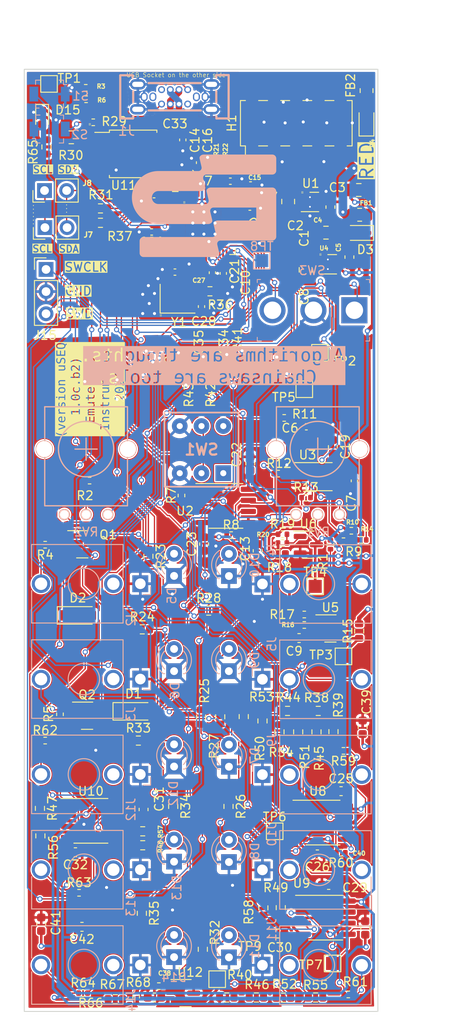
<source format=kicad_pcb>
(kicad_pcb (version 20221018) (generator pcbnew)
  (layers (0 "F.Cu" signal) (31 "B.Cu" signal) (34 "B.Paste" user) (35 "F.Paste" user) (36 "B.SilkS" user "B.Silkscreen") (37 "F.SilkS" user "F.Silkscreen") (38 "B.Mask" user) (39 "F.Mask" user) (44 "Edge.Cuts" user))
  (net 0 "")
  (net 1 "GND")
  (net 2 "+12V")
  (net 5 "+3V3")
  (net 6 "Net-(J2-PadT)")
  (net 7 "Net-(R11-Pad1)")
  (net 8 "Net-(R12-Pad1)")
  (net 9 "-12V")
  (net 10 "/GPIO26_ADC0")
  (net 11 "Net-(U3A--)")
  (net 12 "Net-(U3B--)")
  (net 13 "/+3V3_SIG")
  (net 14 "+5V")
  (net 15 "+1V1")
  (net 16 "-5V")
  (net 17 "/XIN")
  (net 18 "Net-(C28-Pad1)")
  (net 19 "Net-(U8A--)")
  (net 20 "Net-(U8B--)")
  (net 21 "Net-(U9A--)")
  (net 22 "Net-(D1-K)")
  (net 23 "Net-(D2-K)")
  (net 24 "Net-(D3-K)")
  (net 25 "Net-(D4-A)")
  (net 26 "Net-(D5-A)")
  (net 27 "Net-(D6-A)")
  (net 28 "Net-(D7-A)")
  (net 29 "Net-(D8-A)")
  (net 30 "Net-(D9-A)")
  (net 31 "Net-(D10-A)")
  (net 32 "Net-(D11-A)")
  (net 33 "Net-(D12-A)")
  (net 34 "Net-(D13-A)")
  (net 35 "Net-(D14-A)")
  (net 36 "Net-(FB1-Pad1)")
  (net 37 "Net-(FB2-Pad1)")
  (net 38 "Net-(J1-CC1)")
  (net 39 "/USB_D+")
  (net 40 "/USB_D-")
  (net 42 "Net-(J1-CC2)")
  (net 44 "Net-(J3-PadT)")
  (net 45 "Net-(J4-PadT)")
  (net 46 "Net-(J5-PadT)")
  (net 47 "Net-(R29-Pad2)")
  (net 48 "/GPIO1_Ext2")
  (net 49 "/GPIO0_Ext1")
  (net 50 "Net-(J9-PadT)")
  (net 52 "Net-(J10-PadT)")
  (net 54 "Net-(J11-PadT)")
  (net 56 "Net-(J12-PadT)")
  (net 58 "Net-(J13-PadT)")
  (net 60 "Net-(J14-PadT)")
  (net 62 "/SWCLK")
  (net 63 "/SWD")
  (net 64 "/GPIO8_GateInput1")
  (net 65 "/GPIO9_GateInput2")
  (net 66 "Net-(R1-Pad2)")
  (net 67 "Net-(R2-Pad2)")
  (net 68 "Net-(U5-REF)")
  (net 69 "Net-(U6-REF)")
  (net 70 "Net-(U7-USB_DP)")
  (net 71 "Net-(U7-USB_DM)")
  (net 72 "/GPIO5_LED_In1")
  (net 73 "/GPIO4_LED_In2")
  (net 74 "/GPIO3_LED_A1")
  (net 75 "/GPIO2_LED_A2")
  (net 76 "/GPIO24_LED_CVIn2")
  (net 77 "/GPIO25_LED_CVIn1")
  (net 78 "/QSPI_SS")
  (net 79 "/GPIO11_LED_A3")
  (net 80 "/GPIO12_LED_D1")
  (net 81 "/GPIO13_LED_D2")
  (net 82 "/GPIO22_LED_D3")
  (net 83 "/XOUT")
  (net 84 "Net-(R38-Pad2)")
  (net 85 "Net-(R39-Pad2)")
  (net 86 "Net-(R40-Pad2)")
  (net 87 "/GPIO21_PWM1")
  (net 88 "/GPIO20_PWM2")
  (net 89 "/GPIO19_PWM3")
  (net 90 "Net-(U8A-+)")
  (net 91 "Net-(U8B-+)")
  (net 92 "Net-(U9A-+)")
  (net 93 "Net-(U10A--)")
  (net 94 "Net-(U10B--)")
  (net 95 "Net-(U9B--)")
  (net 96 "Net-(R53-Pad2)")
  (net 97 "Net-(R54-Pad2)")
  (net 98 "Net-(R55-Pad2)")
  (net 99 "Net-(R56-Pad2)")
  (net 100 "Net-(R57-Pad2)")
  (net 101 "Net-(R58-Pad2)")
  (net 102 "Net-(U2A--)")
  (net 103 "Net-(U2B--)")
  (net 104 "/RUN")
  (net 105 "/GPIO10_SWM")
  (net 106 "/GPIO14_SWT")
  (net 107 "Net-(D15-A)")
  (net 108 "/GPIO7")
  (net 109 "/GPIO15")
  (net 110 "/GPIO16_Digital3")
  (net 111 "/GPIO17_Digital2")
  (net 112 "/GPIO18_Digital1")
  (net 113 "/GPIO23_SWTB")
  (net 114 "/GPIO27_ADC1")
  (net 115 "/GPIO28_ADC2")
  (net 116 "/GPIO29_ADC3")
  (net 117 "/QSPI_SD3")
  (net 118 "/QSPI_SCLK")
  (net 119 "/QSPI_SD0")
  (net 120 "/QSPI_SD2")
  (net 121 "/QSPI_SD1")
  (net 124 "/GPIO6_LED_TEST")
  (net 125 "Net-(U12-REF)")
  (net 126 "/+5V_B")
  (footprint "Package_TO_SOT_SMD:SOT-23" (layer "F.Cu") (at 178.2125 74.55)
    (fp_text reference "U6")
    (fp_text value "CJ431 SOT-23")
  )
  (footprint "Resistor_SMD:R_0603_1608Metric" (layer "F.Cu") (at 169.05 104.55 -90)
    (fp_text reference "R26")
    (fp_text value "9.1k")
  )
  (footprint "Resistor_SMD:R_0402_1005Metric" (layer "F.Cu") (at 184.35 74)
    (fp_text reference "R14")
    (fp_text value "33k")
  )
  (footprint "Resistor_SMD:R_0402_1005Metric" (layer "F.Cu") (at 151.89 114.45)
    (fp_text reference "R63")
    (fp_text value "1k")
  )
  (footprint "Resistor_SMD:R_0805_2012Metric" (layer "F.Cu") (at 184.9 22.4975 -90)
    (fp_text reference "FB2")
    (fp_text value "FerriteBead GZ2012D101TF")
  )
  (footprint "Resistor_SMD:R_0402_1005Metric" (layer "F.Cu") (at 149.7 93.99 90)
    (fp_text reference "R5")
    (fp_text value "100k")
  )
  (footprint "Resistor_SMD:R_0402_1005Metric" (layer "F.Cu") (at 152.66 22.18 180)
    (fp_text reference "R3")
    (fp_text value "5.1k")
  )
  (footprint "Capacitor_SMD:C_0603_1608Metric" (layer "F.Cu") (at 181.975 102.8)
    (fp_text reference "C25")
    (fp_text value "100n")
  )
  (footprint "Package_SO:SO-8_3.9x4.9mm_P1.27mm" (layer "F.Cu") (at 153.25 106.2)
    (fp_text reference "U10")
    (fp_text value "TL072")
  )
  (footprint "Resistor_SMD:R_0402_1005Metric" (layer "F.Cu") (at 174.75 66.4)
    (fp_text reference "R12")
    (fp_text value "100k")
  )
  (footprint "Resistor_SMD:R_0603_1608Metric" (layer "F.Cu") (at 166.775 82.1)
    (fp_text reference "R28")
    (fp_text value "9.1k")
  )
  (footprint "Resistor_SMD:R_0603_1608Metric" (layer "F.Cu") (at 181.1 95.975 90)
    (fp_text reference "R39")
    (fp_text value "12k")
  )
  (footprint "Capacitor_SMD:C_0402_1005Metric" (layer "F.Cu") (at 160.23 38.7 180)
    (fp_text reference "C20")
    (fp_text value "100n")
  )
  (footprint "Connector_PinHeader_2.54mm:PinHeader_1x03_P2.54mm_Vertical" (layer "F.Cu") (at 148.1 42.995)
    (fp_text reference "J15")
    (fp_text value "SWD")
  )
  (footprint "Resistor_SMD:R_0402_1005Metric" (layer "F.Cu") (at 177.75 82.55 180)
    (fp_text reference "R17")
    (fp_text value "5.1k 1%")
  )
  (footprint "Resistor_SMD:R_0603_1608Metric" (layer "F.Cu") (at 156.05 126.65 180)
    (fp_text reference "R66")
    (fp_text value "1.8, >24mW")
  )
  (footprint "Resistor_SMD:R_0603_1608Metric" (layer "F.Cu") (at 177.05 96 -90)
    (fp_text reference "R51")
    (fp_text value "47k")
  )
  (footprint "Capacitor_SMD:C_0402_1005Metric" (layer "F.Cu") (at 183.5 67.23 -90)
    (fp_text reference "C7")
    (fp_text value "1nF")
  )
  (footprint "TestPoint:TestPoint_Pad_1.5x1.5mm" (layer "F.Cu") (at 167.75 124.35)
    (fp_text reference "TP9")
    (fp_text value "5V reference")
  )
  (footprint "Capacitor_SMD:C_0603_1608Metric" (layer "F.Cu") (at 184.75 118.475 -90)
    (fp_text reference "C40")
    (fp_text value "100n")
  )
  (footprint "Capacitor_SMD:C_0402_1005Metric" (layer "F.Cu") (at 163.05 54.32 90)
    (fp_text reference "C36")
    (fp_text value "10n")
  )
  (footprint "Resistor_SMD:R_0402_1005Metric" (layer "F.Cu") (at 182.24 98.18 180)
    (fp_text reference "R59")
    (fp_text value "1k")
  )
  (footprint "Resistor_SMD:R_0603_1608Metric" (layer "F.Cu") (at 179.15 96 -90)
    (fp_text reference "R45")
    (fp_text value "33k")
  )
  (footprint "Resistor_SMD:R_0603_1608Metric" (layer "F.Cu") (at 159.2 109 180)
    (fp_text reference "R48")
    (fp_text value "51k")
  )
  (footprint "TestPoint:TestPoint_Pad_1.5x1.5mm" (layer "F.Cu") (at 148.44 21.73)
    (fp_text reference "TP1")
    (fp_text value "RP2040 Power")
  )
  (footprint "Package_SO:SO-8_3.9x4.9mm_P1.27mm" (layer "F.Cu") (at 168.75 70.1)
    (fp_text reference "U2")
    (fp_text value "TL072")
  )
  (footprint "Capacitor_SMD:C_0603_1608Metric" (layer "F.Cu") (at 171.55 65.25 -90)
    (fp_text reference "C22")
    (fp_text value "100n")
  )
  (footprint "Package_TO_SOT_SMD:SOT-23" (layer "F.Cu") (at 152.2625 74.5)
    (fp_text reference "Q1")
    (fp_text value "MMBT3904")
  )
  (footprint "emutelab:RP2040-QFN-56" (layer "F.Cu") (at 166.225 37.675)
    (fp_text reference "U7")
    (fp_text value "RP2040")
  )
  (footprint "Capacitor_SMD:C_0603_1608Metric" (layer "F.Cu") (at 184.45 95.475 90)
    (fp_text reference "C39")
    (fp_text value "100n")
  )
  (footprint "Resistor_SMD:R_0402_1005Metric" (layer "F.Cu") (at 182.8 126.1 180)
    (fp_text reference "R61")
    (fp_text value "1k")
  )
  (footprint "Capacitor_SMD:C_0402_1005Metric" (layer "F.Cu") (at 168.45 43.45 -90)
    (fp_text reference "C10")
    (fp_text value "100n")
  )
  (footprint "Resistor_SMD:R_0603_1608Metric" (layer "F.Cu") (at 179.35 93.6 180)
    (fp_text reference "R38")
    (fp_text value "12k")
  )
  (footprint "Capacitor_SMD:C_0402_1005Metric" (layer "F.Cu") (at 168.35 54.23 90)
    (fp_text reference "C34")
    (fp_text value "10n")
  )
  (footprint "TestPoint:TestPoint_Pad_1.5x1.5mm" (layer "F.Cu") (at 177.75 56.725)
    (fp_text reference "TP5")
    (fp_text value "CVIn")
  )
  (footprint "TestPoint:TestPoint_Pad_1.5x1.5mm" (layer "F.Cu") (at 181 122.55)
    (fp_text reference "TP7")
    (fp_text value "Digital Out")
  )
  (footprint "Resistor_SMD:R_0402_1005Metric" (layer "F.Cu") (at 181.95 109.85 180)
    (fp_text reference "R60")
    (fp_text value "1k")
  )
  (footprint "Resistor_SMD:R_0402_1005Metric" (layer "F.Cu") (at 175.25 73.35)
    (fp_text reference "R19")
    (fp_text value "5.1k 1%")
  )
  (footprint "Resistor_SMD:R_0603_1608Metric" (layer "F.Cu") (at 173.05 116.175 -90)
    (fp_text reference "R49")
    (fp_text value "51k")
  )
  (footprint "Capacitor_SMD:C_0603_1608Metric" (layer "F.Cu") (at 174.699 119.116)
    (fp_text reference "C30")
    (fp_text value "100n")
  )
  (footprint "Resistor_SMD:R_0805_2012Metric" (layer "F.Cu") (at 184.11 36.73)
    (fp_text reference "FB1")
    (fp_text value "FerriteBead GZ2012D101TF")
  )
  (footprint "Resistor_SMD:R_0603_1608Metric" (layer "F.Cu") (at 159.1 116.8 -90)
    (fp_text reference "R35")
    (fp_text value "18k")
  )
  (footprint "Resistor_SMD:R_0402_1005Metric" (layer "F.Cu") (at 153.52 26.13 180)
    (fp_text reference "R29")
    (fp_text value "1k")
  )
  (footprint "Resistor_SMD:R_0402_1005Metric" (layer "F.Cu") (at 163.65 68.91 90)
    (fp_text reference "R7")
    (fp_text value "100k")
  )
  (footprint "Resistor_SMD:R_0603_1608Metric" (layer "F.Cu") (at 174.75 75.65)
    (fp_text reference "R18")
    (fp_text value "4.7k")
  )
  (footprint "Capacitor_SMD:C_0402_1005Metric" (layer "F.Cu") (at 160.5 35.15 180)
    (fp_text reference "C18")
    (fp_text value "100n")
  )
  (footprint "Resistor_SMD:R_0603_1608Metric" (layer "F.Cu") (at 175.35 126.47 180)
    (fp_text reference "R52")
    (fp_text value "47k")
  )
  (footprint "Capacitor_SMD:C_0603_1608Metric" (layer "F.Cu") (at 159.3 104.9 90)
    (fp_text reference "C31")
    (fp_text value "100n")
  )
  (footprint "Capacitor_SMD:C_0402_1005Metric" (layer "F.Cu") (at 164.760589 31.960589 135)
    (fp_text reference "C11")
    (fp_text value "100n")
  )
  (footprint "TestPoint:TestPoint_Pad_1.5x1.5mm" (layer "F.Cu") (at 174.35 107.4)
    (fp_text reference "TP6")
    (fp_text value "CV Out")
  )
  (footprint "Resistor_SMD:R_0603_1608Metric" (layer "F.Cu") (at 168.1 94.275 90)
    (fp_text reference "R27")
    (fp_text value "9.1k")
  )
  (footprint "Capacitor_SMD:C_0805_2012Metric" (layer "F.Cu") (at 180.24 38.78)
    (fp_text reference "C4")
    (fp_text value "22u")
  )
  (footprint "Capacitor_SMD:C_0402_1005Metric" (layer "F.Cu") (at 171.5 35.85)
    (fp_text reference "C24")
    (fp_text value "100n")
  )
  (footprint "Diode_SMD:D_SOD-123" (layer "F.Cu") (at 151.75 82.65)
    (fp_text reference "D2")
    (fp_text value "1N4148W")
  )
  (footprint "Resistor_SMD:R_0603_1608Metric" (layer "F.Cu") (at 167.05 54.275 -90)
    (fp_text reference "R42")
    (fp_text value "1.2k")
  )
  (footprint "Resistor_SMD:R_0603_1608Metric" (layer "F.Cu") (at 166.92 45.5 180)
    (fp_text reference "R36")
    (fp_text value "1k")
  )
  (footprint "Resistor_SMD:R_0402_1005Metric" (layer "F.Cu") (at 169.35 73.45)
    (fp_text reference "R8")
    (fp_text value "100k")
  )
  (footprint "Resistor_SMD:R_0603_1608Metric" (layer "F.Cu") (at 147.45 107.925 90)
    (fp_text reference "R56")
    (fp_text value "27k")
  )
  (footprint "Resistor_SMD:R_0603_1608Metric" (layer "F.Cu") (at 158.7 97)
    (fp_text reference "R33")
    (fp_text value "18k")
  )
  (footprint "Connector_PinHeader_2.54mm:PinHeader_2x05_P2.54mm_Vertical_SMD" (layer "F.Cu") (at 176.83 26.235 90)
    (fp_text reference "H1")
    (fp_text value "PIN_HEADER_2x5 POWER")
  )
  (footprint "Package_TO_SOT_SMD:SOT-23" (layer "F.Cu") (at 180.75 84.15)
    (fp_text reference "U5")
    (fp_text value "CJ431 SOT-23")
  )
  (footprint "Connector_PinHeader_2.54mm:PinHeader_1x02_P2.54mm_Vertical" (layer "F.Cu") (at 147.925 33.95 90)
    (fp_text reference "J8")
    (fp_text value "Conn_02x01")
  )
  (footprint "Resistor_SMD:R_0402_1005Metric" (layer "F.Cu") (at 148 74.55 180)
    (fp_text reference "R4")
    (fp_text value "100k")
  )
  (footprint "Capacitor_SMD:C_0805_2012Metric_Pad1.18x1.45mm_HandSolder" (layer "F.Cu") (at 177.9 43.04 -90)
    (fp_text reference "C8")
    (fp_text value "22u 0805 ")
  )
  (footprint "Resistor_SMD:R_0603_1608Metric" (layer "F.Cu") (at 154.35 36 180)
    (fp_text reference "R31")
    (fp_text value "1.5k")
  )
  (footprint "Capacitor_SMD:C_0402_1005Metric" (layer "F.Cu") (at 169.26 32.88)
    (fp_text reference "C12")
    (fp_text value "1u")
  )
  (footprint "Resistor_SMD:R_0402_1005Metric" (layer "F.Cu") (at 182.25 74.15)
    (fp_text reference "R10")
    (fp_text value "100k")
  )
  (footprint "Resistor_SMD:R_0603_1608Metric" (layer "F.Cu") (at 164.35 54.34 -90)
    (fp_text reference "R43")
    (fp_text value "1.2k")
  )
  (footprint "Capacitor_SMD:C_0402_1005Metric" (layer "F.Cu") (at 168.625 31.435 -90)
    (fp_text reference "R22")
    (fp_text value "27")
  )
  (footprint "Resistor_SMD:R_0402_1005Metric" (layer "F.Cu") (at 183.15 72.95)
    (fp_text reference "R9")
    (fp_text value "100k")
  )
  (footprint "Resistor_SMD:R_0603_1608Metric" (layer "F.Cu") (at 175.825 93.6 180)
    (fp_text reference "R44")
    (fp_text value "33k")
  )
  (footprint "Package_SON:WSON-6-1EP_2x2mm_P0.65mm_EP1x1.6mm_ThermalVias" (layer "F.Cu") (at 180.455 42.405)
    (fp_text reference "U4")
    (fp_text value "TLV76733DRVR")
  )
  (footprint "Capacitor_SMD:C_0603_1608Metric" (layer "F.Cu") (at 180.55 113.55)
    (fp_text reference "C29")
    (fp_text value "100n")
  )
  (footprint "Package_SO:MSOP-8_3x3mm_P0.65mm" (layer "F.Cu") (at 179.45 66.75)
    (fp_text reference "U3")
    (fp_text value "MCP6002-xMS")
  )
  (footprint "Capacitor_SMD:C_0603_1608Metric" (layer "F.Cu") (at 152.225 118.35 180)
    (fp_text reference "C42")
    (fp_text value "100n")
  )
  (footprint "Capacitor_SMD:C_0603_1608Metric" (layer "F.Cu") (at 166.25 74.475 90)
    (fp_text reference "C23")
    (fp_text value "100n")
  )
  (footprint "Resistor_SMD:R_0603_1608Metric" (layer "F.Cu") (at 148.15 28.95 90)
    (fp_text reference "R65")
    (fp_text value "1.5k")
  )
  (footprint "LED_SMD:LED_0603_1608Metric" (layer "F.Cu") (at 147.65 25.5625 -90)
    (fp_text reference "D15")
    (fp_text value "LED Test")
  )
  (footprint "Capacitor_SMD:C_0402_1005Metric" (layer "F.Cu") (at 165.65 54.32 90)
    (fp_text reference "C35")
    (fp_text value "10n")
  )
  (footprint "Capacitor_SMD:C_0603_1608Metric" (layer "F.Cu") (at 181.032 63.325 -90)
    (fp_text reference "C19")
    (fp_text value "100n")
  )
  (footprint "Resistor_SMD:R_0603_1608Metric" (layer "F.Cu") (at 162.7 104.55 -90)
    (fp_text reference "R34")
    (fp_text value "18k" hide)
  )
  (footprint "Resistor_SMD:R_0402_1005Metric" (layer "F.Cu") (at 177.75 83.75 180)
    (fp_text reference "R16")
    (fp_text value "5.1k 1%")
  )
  (footprint "Package_TO_SOT_SMD:SOT-23" (layer "F.Cu") (at 152.8125 94.15)
    (fp_text reference "Q2")
    (fp_text value "MMBT3904")
  )
  (footprint "Crystal:Crystal_SMD_3225-4Pin_3.2x2.5mm" (layer "F.Cu") (at 163.2 46.35)
    (fp_text reference "Y1")
    (fp_text value "YXC X322512MSB4SI")
  )
  (footprint "Resistor_SMD:R_0402_1005Metric" (layer "F.Cu") (at 175.24 74.35 180)
    (fp_text reference "R20")
    (fp_text value "5.1k 1%")
  )
  (footprint "Capacitor_SMD:C_0603_1608Metric_Pad1.08x0.95mm_HandSolder" (layer "F.Cu") (at 180.75 35.85 -90)
    (fp_text reference "C1")
    (fp_text value "1u")
  )
  (footprint "Capacitor_SMD:C_0402_1005Metric" (layer "F.Cu") (at 163.8 28.15 -90)
    (fp_text reference "C33")
    (fp_text value "100n")
  )
  (footprint "Resistor_SMD:R_0603_1608Metric" (layer "F.Cu") (at 174.9 96 -90)
    (fp_text reference "R54")
    (fp_text value "47k")
  )
  (footprint "Resistor_SMD:R_0603_1608Metric" (layer "F.Cu") (at 172.95 94.75 -90)
    (fp_text reference "R53")
    (fp_text value "47k")
  )
  (footprint "Capacitor_SMD:C_0603_1608Metric" (layer "F.Cu") (at 147.55 118.05 90)
    (fp_text reference "C41")
    (fp_text value "100n")
  )
  (footprint "Capacitor_SMD:C_0603_1608Metric" (layer "F.Cu") (at 172.4 75.25 -90)
    (fp_text reference "C13")
    (fp_text value "10u")
  )
  (footprint "Resistor_SMD:R_0603_1608Metric" (layer "F.Cu") (at 159.85 75.875 -90)
    (fp_text reference "R23")
    (fp_text value "18k")
  )
  (footprint "Resistor_SMD:R_0603_1608Metric" (layer "F.Cu") (at 166.1 120.925 -90)
    (fp_text reference "R32")
    (fp_text value "9.1k")
  )
  (footprint "Capacitor_SMD:C_0402_1005Metric" (layer "F.Cu") (at 171.58 33.31)
    (fp_text reference "C15")
    (fp_text value "1u")
  )
  (footprint "Package_SO:SO-8_3.9x4.9mm_P1.27mm" (layer "F.Cu") (at 180.2 117.3)
    (fp_text reference "U9")
    (fp_text value "TL072")
  )
  (footprint "Capacitor_SMD:C_0805_2012Metric_Pad1.18x1.45mm_HandSolder" (layer "F.Cu") (at 175.9 35.2125 -90)
    (fp_text reference "C2")
    (fp_text value "22u 0805 ")
  )
  (footprint "Resistor_SMD:R_0402_1005Metric" (layer "F.Cu") (at 152.7 23.49 180)
    (fp_text reference "R6")
    (fp_text value "5.1k")
  )
  (footprint "Resistor_SMD:R_0603_1608Metric" (layer "F.Cu") (at 168.85 126.45)
    (fp_text reference "R40")
    (fp_text value "12k")
  )
  (footprint "Resistor_SMD:R_0603_1608Metric" (layer "F.Cu") (at 159.15 84.25)
    (fp_text reference "R24")
    (fp_text value "18k")
  )
  (footprint "Capacitor_SMD:C_0805_2012Metric" (layer "F.Cu") (at 184.01 33.89)
    (fp_text reference "C3")
    (fp_text value "22u")
  )
  (footprint "Diode_SMD:D_SOD-323" (layer "F.Cu") (at 184.09 38.81 180)
    (fp_text reference "D3")
    (fp_text value "1N5819")
  )
  (footprint "Capacitor_SMD:C_0402_1005Metric" (layer "F.Cu") (at 177.984 61.032)
    (fp_text reference "C6")
    (fp_text value "1nF")
  )
  (footprint "Resistor_SMD:R_0402_1005Metric" (layer "F.Cu") (at 158.45 126.35 90)
    (fp_text reference "R67")
    (fp_text value "5.1k 1%")
  )
  (footprint "Resistor_SMD:R_0402_1005Metric" (layer "F.Cu") (at 161.05 125.15 180)
    (fp_text reference "R68")
    (fp_text value "5.1k 1%")
  )
  (footprint "Resistor_SMD:R_0402_1005Metric" (layer "F.Cu") (at 180.75 74.55 90)
    (fp_text reference "R1")
    (fp_text value "100k")
  )
  (footprint "Capacitor_SMD:C_0402_1005Metric" (layer "F.Cu") (at 165.95 47.25 -90)
    (fp_text reference "C28")
    (fp_text value "30p")
  )
  (footprint "Capacitor_SMD:C_0603_1608Metric" (layer "F.Cu") (at 160.55 126.45 180)
    (fp_text reference "C38")
    (fp_text value "10u")
  )
  (footprint "Capacitor_SMD:C_0402_1005Metric" (layer "F.Cu") (at 165.725 30.755 90)
    (fp_text reference "C16")
    (fp_text value "100n")
  )
  (footprint "Resistor_SMD:R_0603_1608Metric" (layer "F.Cu") (at 184.05 84.45 90)
    (fp_text reference "R15")
    (fp_text value "1.8, >24mW")
  )
  (footprint "Diode_SMD:D_SOD-323" (layer "F.Cu") (at 184.89 26.09 90)
    (fp_text reference "D4")
    (fp_text value "1N5819")
  )
  (footprint "Resistor_SMD:R_0402_1005Metric" (layer "F.Cu") (at 175.444 60.016)
    (fp_text reference "R11")
    (fp_text value "100k")
  )
  (footprint "Capacitor_SMD:C_0603_1608Metric_Pad1.08x0.95mm_HandSolder" (layer "F.Cu") (at 182.93 41.58 -90)
    (fp_text reference "C5")
    (fp_text value "1u")
  )
  (footprint "Resistor_SMD:R_0603_1608Metric" (layer "F.Cu") (at 170.8 94.25 -90)
    (fp_text reference "R50")
    (fp_text value "47k")
  )
  (footprint "Capacitor_SMD:C_0603_1608Metric" (layer "F.Cu") (at 151.475 109.8 180)
    (fp_text reference "C32")
    (fp_text value "100n")
  )
  (footprint "TestPoint:TestPoint_Pad_1.5x1.5mm" (layer "F.Cu") (at 179.55 52.55)
    (fp_text reference "TP2")
    (fp_text value "Analog Power")
  )
  (footprint "Capacitor_SMD:C_0402_1005Metric" (layer "F.Cu") (at 162.9 43.3 180)
    (fp_text reference "C27")
    (fp_text value "30p")
  )
  (footprint "Capacitor_SMD:C_0402_1005Metric" (layer "F.Cu") (at 171.6 34.4)
    (fp_text reference "C37")
    (fp_text value "100n")
  )
  (footprint "Connector_PinHeader_2.54mm:PinHeader_1x02_P2.54mm_Vertical" (layer "F.Cu") (at 147.975 38.2 90)
    (fp_text reference "J7")
    (fp_text value "Conn_02x01")
  )
  (footprint "Capacitor_SMD:C_0603_1608Metric" (layer "F.Cu") (at 177.15 85.25 180)
    (fp_text reference "C9")
    (fp_text value "10u")
  )
  (footprint "Resistor_SMD:R_0603_1608Metric" (layer "F.Cu") (at 172.25 126.45)
    (fp_text reference "R46")
    (fp_text value "33k")
  )
  (footprint "TestPoint:TestPoint_Pad_1.5x1.5mm" (layer "F.Cu") (at 179 79.32)
    (fp_text reference "TP4")
    (fp_text value "-5V Ref")
  )
  (footprint "Resistor_SMD:R_0402_1005Metric" (layer "F.Cu") (at 148 97)
    (fp_text reference "R62")
    (fp_text value "1k")
  )
  (footprint "Resistor_SMD:R_0402_1005Metric" (layer "F.Cu") (at 153.1 67.2 180)
    (fp_text reference "R2")
    (fp_text value "100k")
  )
  (footprint "Resistor_SMD:R_0402_1005Metric" (layer "F.Cu") (at 177.95 69.15)
    (fp_text reference "R13")
    (fp_text value "33k")
  )
  (footprint "Capacitor_SMD:C_0603_1608Metric" (layer "F.Cu") (at 179.25 110.05 180)
    (fp_text reference "C26")
    (fp_text value "100n")
  )
  (footprint "Capacitor_SMD:C_0402_1005Metric" (layer "F.Cu") (at 167.625 31.435 -90)
    (fp_text reference "R21")
    (fp_text value "27")
  )
  (footprint "Package_SO:SO-8_3.9x4.9mm_P1.27mm" (layer "F.Cu") (at 179.9 106.4)
    (fp_text reference "U8")
    (fp_text value "TL072")
  )
  (footprint "Capacitor_SMD:C_0805_2012Metric" (layer "F.Cu") (at 151 27.85)
    (fp_text reference "R30")
    (fp_text value "DNF")
  )
  (footprint "Package_TO_SOT_SMD:SOT-23" (layer "F.Cu") (at 164.1125 125.95)
    (fp_text reference "U12")
    (fp_text value "CJ431 SOT-23")
  )
  (footprint "Resistor_SMD:R_0603_1608Metric" (layer "F.Cu") (at 165.9 94.3 -90)
    (fp_text reference "R25")
    (fp_text value "9.1k")
  )
  (footprint "Package_SON:WSON-6-1EP_2x2mm_P0.65mm_EP1x1.6mm_ThermalVias" (layer "F.Cu") (at 178.4 35.2625)
    (fp_text reference "U1")
    (fp_text value "TLV76733DRVR")
  )
  (footprint "Resistor_SMD:R_0603_1608Metric" (layer "F.Cu") (at 159.2 107.4)
    (fp_text reference "R57")
    (fp_text value "27k")
  )
  (footprint "Capacitor_SMD:C_0402_1005Metric" (layer "F.Cu") (at 166.65 31.425 90)
    (fp_text reference "C14")
    (fp_text value "100n")
  )
  (footprint "Resistor_SMD:R_0603_1608Metric" (layer "F.Cu") (at 175.05 116.15 90)
    (fp_text reference "R58")
    (fp_text value "27k")
  )
  (footprint "Resistor_SMD:R_0603_1608Metric" (layer "F.Cu") (at 154.35 37.65 180)
    (fp_text reference "R37")
    (fp_text value "1.5k")
  )
  (footprint "Package_SO:SOIC-8_5.23x5.23mm_P1.27mm" (layer "F.Cu") (at 158.1 29.75)
    (fp_text reference "U11")
    (fp_text value "W25Q128JVS")
  )
  (footprint "Resistor_SMD:R_0603_1608Metric" (layer "F.Cu") (at 169.6 54.26 -90)
    (fp_text reference "R41")
    (fp_text value "1.2k")
  )
  (footprint "Resistor_SMD:R_0603_1608Metric" (layer "F.Cu") (at 179.05 126.45)
    (fp_text reference "R55")
    (fp_text value "47k")
  )
  (footprint "Diode_SMD:D_SOD-123" (layer "F.Cu") (at 158.15 93.65)
    (fp_text reference "D1")
    (fp_text value "1N4148W")
  )
  (footprint "Resistor_SMD:R_0603_1608Metric" (layer "F.Cu") (at 147.4 104.775 -90)
    (fp_text reference "R47")
    (fp_text value "51k")
  )
  (footprint "Capacitor_SMD:C_0402_1005Metric" (layer "F.Cu") (at 167.2 43.37 -90)
    (fp_text reference "C21")
    (fp_text value "100n")
  )
  (footprint "Resistor_SMD:R_0402_1005Metric" (layer "F.Cu") (at 152.35 125.95)
    (fp_text reference "R64")
    (fp_text value "1k")
  )
  (footprint "TestPoint:TestPoint_Pad_1.5x1.5mm" (layer "F.Cu") (at 182.25 87.35)
    (fp_text reference "TP3")
    (fp_text value "5V reference")
  )
  (footprint "Capacitor_SMD:C_0402_1005Metric" (layer "F.Cu") (at 171.610589 39.060589 -45)
    (fp_text reference "C17")
    (fp_text value "100n")
  )
  (footprint "LED_THT:LED_D3.0mm_FlatTop" (layer "B.Cu") (at 169.09 89.04 90)
    (fp_text reference "D9")
    (fp_text value "LED CV In 1")
  )
  (footprint "Connector_Audio:Jack_3.5mm_QingPu_WQP-PJ398SM_Vertical_CircularHoles" (layer "B.Cu") (at 172.945 122.75 -90)
    (fp_text reference "J11")
    (fp_text value "Out A3")
  )
  (footprint "LED_THT:LED_D3.0mm_FlatTop" (layer "B.Cu") (at 162.8 110.88 90)
    (fp_text reference "D13")
    (fp_text value "LED D2")
  )
  (footprint "Connector_Audio:Jack_3.5mm_QingPu_WQP-PJ398SM_Vertical_CircularHoles" (layer "B.Cu") (at 158.925 111.8 90)
    (fp_text reference "J13")
    (fp_text value "Out D2")
  )
  (footprint "TestPoint:TestPoint_Pad_1.5x1.5mm" (layer "B.Cu") (at 172.87 41.99 180)
    (fp_text reference "TP8")
    (fp_text value "1V1")
  )
  (footprint "digikey-footprints:Switch_Tactile_SMD_B3U-1000P" (layer "B.Cu") (at 148.51 26.9)
    (fp_text reference "S2")
    (fp_text value "B3U-1000P")
  )
  (footprint "LED_THT:LED_D3.0mm_FlatTop" (layer "B.Cu") (at 169.1 78.14 90)
    (fp_text reference "D10")
    (fp_text value "LED CV In 2")
  )
  (footprint "LED_THT:LED_D3.0mm_FlatTop" (layer "B.Cu") (at 162.8 78.125 90)
    (fp_text reference "D5")
    (fp_text value "LED Gate In 1")
  )
  (footprint "Connector_Audio:Jack_3.5mm_QingPu_WQP-PJ398SM_Vertical_CircularHoles" (layer "B.Cu") (at 172.945 89.975 -90)
    (fp_text reference "J5")
    (fp_text value "CV In 2")
  )
  (footprint "digikey-footprints:Switch_Tactile_SMD_B3U-1000P" (layer "B.Cu") (at 148.5 22.9 180)
    (fp_text reference "S1")
    (fp_text value "B3U-1000P")
  )
  (footprint "Connector_Audio:Jack_3.5mm_QingPu_WQP-PJ398SM_Vertical_CircularHoles" (layer "B.Cu") (at 172.945 111.825 -90)
    (fp_text reference "J10")
    (fp_text value "Out A2")
  )
  (footprint "mouser:GPBS850N" (layer "B.Cu") (at 168.45 66.35 180)
    (fp_text reference "SW1")
    (fp_text value "SW_Push" hide)
  )
  (footprint "LED_THT:LED_D3.0mm_FlatTop" (layer "B.Cu") (at 162.8 121.825 90)
    (fp_text reference "D14")
    (fp_text value "LED D3")
  )
  (footprint "emutelab:Thonk DWB2" (layer "B.Cu") (at 183.5 47.675 180)
    (fp_text reference "SW3")
    (fp_text value "SW_SPDT")
  )
  (footprint "Connector_Audio:Jack_3.5mm_QingPu_WQP-PJ398SM_Vertical_CircularHoles" (layer "B.Cu") (at 172.945 100.9 -90)
    (fp_text reference "J9")
    (fp_text value "Out A1")
  )
  (footprint "LED_THT:LED_D3.0mm_FlatTop" (layer "B.Cu") (at 162.8 89.04 90)
    (fp_text reference "D6")
    (fp_text value "LED Gate In 2")
  )
  (footprint "LED_THT:LED_D3.0mm_FlatTop" (layer "B.Cu") (at 169.1 110.925 90)
    (fp_text reference "D8")
    (fp_text value "LED A2")
  )
  (footprint "Eurocad:Alpha9mmPot" (layer "B.Cu") (at 152.7 63.5875 180)
    (fp_text reference "RV2")
    (fp_text value "100k")
  )
  (footprint "Connector_Audio:Jack_3.5mm_QingPu_WQP-PJ398SM_Vertical_CircularHoles" (layer "B.Cu") (at 158.925 79.025 90)
    (fp_text reference "J2")
    (fp_text value "Gate In 1")
  )
  (footprint "LED_THT:LED_D3.0mm_FlatTop" (layer "B.Cu") (at 162.8 99.975 90)
    (fp_text reference "D12")
    (fp_text value "LED D1")
  )
  (footprint "Connector_Audio:Jack_3.5mm_QingPu_WQP-PJ398SM_Vertical_CircularHoles" (layer "B.Cu") (at 158.925 100.875 90)
    (fp_text reference "J12")
    (fp_text value "Out D1")
  )
  (footprint "emutelab:USB-C-TH_MC-110LD-L137-A" (layer "B.Cu") (at 162.865 23.21 180)
    (fp_text reference "J1")
    (fp_text value "Hanbo_USB_C_Receptacle_USB2.0_MC-110LD-L137" hide)
  )
  (footprint "Eurocad:Alpha9mmPot" (layer "B.Cu") (at 179.3 63.5875 180)
    (fp_text reference "RV1")
    (fp_text value "100k")
  )
  (footprint "LED_THT:LED_D3.0mm_FlatTop" (layer "B.Cu") (at 169.1 121.85 90)
    (fp_text reference "D11")
    (fp_text value "LED A3")
  )
  (footprint "Connector_Audio:Jack_3.5mm_QingPu_WQP-PJ398SM_Vertical_CircularHoles" (layer "B.Cu") (at 158.925 122.725 90)
    (fp_text reference "J14")
    (fp_text value "Out D3")
  )
  (footprint "Connector_Audio:Jack_3.5mm_QingPu_WQP-PJ398SM_Vertical_CircularHoles" (layer "B.Cu") (at 172.945 79.05 -90)
    (fp_text reference "J4")
    (fp_text value "CV In 1")
  )
  (footprint "Connector_Audio:Jack_3.5mm_QingPu_WQP-PJ398SM_Vertical_CircularHoles" (layer "B.Cu") (at 158.925 89.95 90)
    (fp_text reference "J3")
    (fp_text value "Gate In 2")
  )
  (footprint "LED_THT:LED_D3.0mm_FlatTop" (layer "B.Cu") (at 169.1 100 90)
    (fp_text reference "D7")
    (fp_text value "LED A1")
  )
  (gr_poly (pts (xy 166.161003 29.825591) (xy 166.137394 29.827344) (xy 166.113831 29.830232) (xy 166.090375 29.834228) (xy 166.067089 29.839302) (xy 166.044032 29.845427) (xy 166.021269 29.852575) (xy 165.998858 29.860719) (xy 165.976864 29.86983) (xy 165.955346 29.879881) (xy 165.934368 29.890843) (xy 165.913989 29.902688) (xy 165.894273 29.91539) (xy 165.87528 29.928919) (xy 165.857072 29.943249) (xy 165.839711 29.95835) (xy 165.823259 29.974196) (xy 165.807777 29.990757) (xy 165.793326 30.008008) (xy 165.779969 30.025918) (xy 165.767767 30.044461) (xy 165.756782 30.063609) (xy 165.747074 30.083333) (xy 165.738707 30.103606) (xy 165.731741 30.1244) (xy 165.726238 30.145687) (xy 165.722259 30.16744) (xy 165.719868 30.189629) (xy 165.719124 30.212228) (xy 165.720089 30.235208) (xy 165.722826 30.258541) (xy 165.727396 30.2822) (xy 165.955995 31.26063) (xy 165.959396 31.283955) (xy 165.961577 31.306982) (xy 165.962563 31.329681) (xy 165.962378 31.352023) (xy 165.961046 31.37398) (xy 165.95859 31.395522) (xy 165.955036 31.416621) (xy 165.950406 31.437247) (xy 165.944725 31.457371) (xy 165.938017 31.476965) (xy 165.930306 31.496) (xy 165.921616 31.514446) (xy 165.911971 31.532275) (xy 165.901395 31.549457) (xy 165.889912 31.565964) (xy 165.877547 31.581767) (xy 165.864322 31.596837) (xy 165.850263 31.611144) (xy 165.835393 31.62466) (xy 165.819736 31.637356) (xy 165.803316 31.649202) (xy 165.786157 31.660171) (xy 165.768284 31.670232) (xy 165.74972 31.679357) (xy 165.73049 31.687517) (xy 165.710617 31.694684) (xy 165.690125 31.700827) (xy 165.669039 31.705918) (xy 165.647383 31.709928) (xy 165.625179 31.712828) (xy 165.602454 31.71459) (xy 165.57923 31.715183) (xy 160.996117 31.715183) (xy 160.839952 31.719146) (xy 160.685812 31.730907) (xy 160.53389 31.750273) (xy 160.384377 31.77705) (xy 160.237465 31.811048) (xy 160.093348 31.852073) (xy 159.952217 31.899932) (xy 159.814265 31.954433) (xy 159.679684 32.015383) (xy 159.548667 32.08259) (xy 159.421405 32.155861) (xy 159.298091 32.235003) (xy 159.178918 32.319824) (xy 159.064078 32.410131) (xy 158.953763 32.505731) (xy 158.848165 32.606432) (xy 158.747477 32.712042) (xy 158.651891 32.822367) (xy 158.561599 32.937215) (xy 158.476795 33.056393) (xy 158.397669 33.179709) (xy 158.324415 33.306971) (xy 158.257224 33.437984) (xy 158.19629 33.572558) (xy 158.141804 33.710499) (xy 158.093959 33.851614) (xy 158.052947 33.995712) (xy 158.01896 34.142599) (xy 157.992192 34.292082) (xy 157.972833 34.44397) (xy 157.961077 34.598069) (xy 157.957115 34.754187) (xy 157.961078 34.910304) (xy 157.972839 35.064399) (xy 157.992204 35.216279) (xy 158.018982 35.365753) (xy 158.05298 35.512628) (xy 158.094005 35.656711) (xy 158.141864 35.797811) (xy 158.196365 35.935734) (xy 158.257315 36.070288) (xy 158.324522 36.201281) (xy 158.397792 36.328521) (xy 158.476935 36.451814) (xy 158.561755 36.570969) (xy 158.652062 36.685793) (xy 158.747663 36.796093) (xy 158.848364 36.901678) (xy 158.953973 37.002354) (xy 159.064298 37.09793) (xy 159.179146 37.188213) (xy 159.298325 37.27301) (xy 159.421641 37.35213) (xy 159.548902 37.425379) (xy 159.679916 37.492565) (xy 159.814489 37.553495) (xy 159.95243 37.607979) (xy 160.093545 37.655822) (xy 160.237642 37.696832) (xy 160.384529 37.730818) (xy 160.534012 37.757586) (xy 160.6859 37.776945) (xy 160.839999 37.788701) (xy 160.996117 37.792662) (xy 166.722759 37.792662) (xy 166.746353 37.792073) (xy 166.769966 37.790324) (xy 166.793536 37.787443) (xy 166.817001 37.783457) (xy 166.840299 37.778393) (xy 166.863368 37.772281) (xy 166.886146 37.765146) (xy 166.908571 37.757018) (xy 166.930581 37.747923) (xy 166.952115 37.737888) (xy 166.97311 37.726943) (xy 166.993505 37.715113) (xy 167.013238 37.702428) (xy 167.032246 37.688914) (xy 167.050468 37.674599) (xy 167.067842 37.65951) (xy 167.084306 37.643676) (xy 167.099798 37.627124) (xy 167.114256 37.609882) (xy 167.127618 37.591976) (xy 167.139823 37.573436) (xy 167.150808 37.554287) (xy 167.160511 37.534559) (xy 167.168871 37.514279) (xy 167.175826 37.493473) (xy 167.181314 37.472171) (xy 167.185272 37.450399) (xy 167.187639 37.428185) (xy 167.188354 37.405556) (xy 167.187353 37.382541) (xy 167.184575 37.359167) (xy 167.179959 37.335462) (xy 166.951889 36.359148) (xy 166.948392 36.335723) (xy 166.946121 36.312597) (xy 166.945051 36.2898) (xy 166.945159 36.267359) (xy 166.94642 36.245305) (xy 166.94881 36.223667) (xy 166.952306 36.202473) (xy 166.956883 36.181753) (xy 166.962517 36.161536) (xy 166.969185 36.141852) (xy 166.976862 36.122729) (xy 166.985524 36.104196) (xy 166.995147 36.086283) (xy 167.005708 36.069019) (xy 167.017181 36.052433) (xy 167.029544 36.036555) (xy 167.042772 36.021412) (xy 167.056841 36.007036) (xy 167.071726 35.993454) (xy 167.087405 35.980695) (xy 167.103853 35.96879) (xy 167.121046 35.957767) (xy 167.138959 35.947656) (xy 167.157569 35.938485) (xy 167.176853 35.930284) (xy 167.196785 35.923081) (xy 167.217341 35.916907) (xy 167.238499 35.91179) (xy 167.260233 35.907759) (xy 167.28252 35.904844) (xy 167.305336 35.903073) (xy 167.328656 35.902477) (xy 172.235619 35.902477) (xy 172.235619 37.387319) (xy 167.799086 37.387319) (xy 167.775493 37.387909) (xy 167.751884 37.389663) (xy 167.728321 37.392551) (xy 167.704865 37.396546) (xy 167.681578 37.40162) (xy 167.658522 37.407745) (xy 167.635758 37.414894) (xy 167.613348 37.423038) (xy 167.591354 37.432149) (xy 167.569836 37.442199) (xy 167.548857 37.453161) (xy 167.528479 37.465007) (xy 167.508762 37.477709) (xy 167.48977 37.491238) (xy 167.471562 37.505568) (xy 167.454201 37.520669) (xy 167.437749 37.536515) (xy 167.422267 37.553077) (xy 167.407816 37.570327) (xy 167.394459 37.588237) (xy 167.382257 37.60678) (xy 167.371271 37.625928) (xy 167.361564 37.645653) (xy 167.353196 37.665926) (xy 167.34623 37.68672) (xy 167.340727 37.708007) (xy 167.336749 37.729759) (xy 167.334357 37.751948) (xy 167.333613 37.774547) (xy 167.334579 37.797527) (xy 167.337316 37.82086) (xy 167.341885 37.844519) (xy 167.570485 38.822948) (xy 167.573887 38.846273) (xy 167.576073 38.8693) (xy 167.577066 38.891999) (xy 167.57689 38.914342) (xy 167.575568 38.936299) (xy 167.573125 38.957841) (xy 167.569585 38.97894) (xy 167.56497 38.999566) (xy 167.559305 39.01969) (xy 167.552613 39.039284) (xy 167.544919 39.058319) (xy 167.536245 39.076765) (xy 167.526616 39.094594) (xy 167.516055 39.111776) (xy 167.504587 39.128284) (xy 167.492234 39.144086) (xy 167.479021 39.159156) (xy 167.464971 39.173463) (xy 167.450109 39.186979) (xy 167.434457 39.199675) (xy 167.41804 39.211521) (xy 167.400881 39.22249) (xy 167.383004 39.232551) (xy 167.364432 39.241676) (xy 167.345191 39.249837) (xy 167.325302 39.257003) (xy 167.30479 39.263146) (xy 167.28368 39.268237) (xy 167.261993 39.272247) (xy 167.239755 39.275148) (xy 167.216989 39.276909) (xy 167.193718 39.277503) (xy 159.30067 39.277503) (xy 159.277195 39.278099) (xy 159.25402 39.27987) (xy 159.231173 39.282785) (xy 159.208684 39.286817) (xy 159.186582 39.291935) (xy 159.164897 39.298111) (xy 159.143657 39.305315) (xy 159.122893 39.313519) (xy 159.102634 39.322693) (xy 159.082908 39.332809) (xy 159.063746 39.343837) (xy 159.045177 39.355749) (xy 159.027229 39.368515) (xy 159.009933 39.382105) (xy 158.993318 39.396492) (xy 158.977413 39.411646) (xy 158.962248 39.427538) (xy 158.947851 39.444139) (xy 158.934252 39.461419) (xy 158.921481 39.47935) (xy 158.909567 39.497903) (xy 158.898539 39.517049) (xy 158.888427 39.536758) (xy 158.87926 39.557001) (xy 158.871067 39.57775) (xy 158.863878 39.598975) (xy 158.857722 39.620648) (xy 158.852628 39.642739) (xy 158.848626 39.665218) (xy 158.845746 39.688058) (xy 158.844015 39.711229) (xy 158.843465 39.734702) (xy 158.843465 41.116887) (xy 158.844063 41.140313) (xy 158.845838 41.163444) (xy 158.84876 41.186249) (xy 158.852801 41.208699) (xy 158.85793 41.230765) (xy 158.864118 41.252418) (xy 158.871337 41.273627) (xy 158.879556 41.294365) (xy 158.888746 41.314601) (xy 158.898878 41.334307) (xy 158.909923 41.353452) (xy 158.921851 41.372007) (xy 158.934633 41.389943) (xy 158.948239 41.407232) (xy 158.962641 41.423842) (xy 158.977808 41.439746) (xy 158.993711 41.454913) (xy 159.010322 41.469314) (xy 159.02761 41.48292) (xy 159.045546 41.495702) (xy 159.064102 41.50763) (xy 159.083247 41.518674) (xy 159.102952 41.528807) (xy 159.123189 41.537997) (xy 159.143926 41.546216) (xy 159.165136 41.553434) (xy 159.186789 41.559623) (xy 159.208855 41.564752) (xy 159.231305 41.568792) (xy 159.25411 41.571715) (xy 159.277241 41.57349) (xy 159.300667 41.574088) (xy 167.530795 41.574088) (xy 167.530994 41.574082) (xy 167.531194 41.574065) (xy 167.531395 41.574039) (xy 167.531598 41.574005) (xy 167.532015 41.57392) (xy 167.53245 41.573823) (xy 167.53291 41.573726) (xy 167.533151 41.573681) (xy 167.533401 41.573641) (xy 167.53366 41.573607) (xy 167.533929 41.573581) (xy 167.534209 41.573564) (xy 167.5345 41.573558) (xy 167.557941 41.572781) (xy 167.581393 41.570866) (xy 167.604794 41.567838) (xy 167.628084 41.563725) (xy 167.651202 41.558555) (xy 167.674087 41.552353) (xy 167.696678 41.545147) (xy 167.718915 41.536963) (xy 167.740736 41.52783) (xy 167.762081 41.517772) (xy 167.782888 41.506819) (xy 167.803098 41.494996) (xy 167.822649 41.48233) (xy 167.84148 41.468849) (xy 167.85953 41.454579) (xy 167.876739 41.439547) (xy 167.893046 41.42378) (xy 167.90839 41.407306) (xy 167.922709 41.39015) (xy 167.935944 41.372341) (xy 167.948033 41.353904) (xy 167.958916 41.334867) (xy 167.968531 41.315257) (xy 167.976818 41.295101) (xy 167.983716 41.274425) (xy 167.989164 41.253257) (xy 167.993102 41.231624) (xy 167.995468 41.209552) (xy 167.996201 41.187068) (xy 167.995241 41.1642) (xy 167.992527 41.140974) (xy 167.987997 41.117417) (xy 167.987997 41.116887) (xy 167.759396 40.139517) (xy 167.755948 40.116142) (xy 167.753721 40.093066) (xy 167.752693 40.070317) (xy 167.75284 40.047926) (xy 167.754136 40.025921) (xy 167.756559 40.00433) (xy 167.760085 39.983184) (xy 167.764688 39.962511) (xy 167.770346 39.94234) (xy 167.777034 39.922701) (xy 167.784728 39.903622) (xy 167.793404 39.885133) (xy 167.803038 39.867262) (xy 167.813606 39.850039) (xy 167.825084 39.833492) (xy 167.837449 39.817652) (xy 167.850675 39.802546) (xy 167.864739 39.788204) (xy 167.879617 39.774655) (xy 167.895285 39.761928) (xy 167.911719 39.750052) (xy 167.928894 39.739057) (xy 167.946787 39.72897) (xy 167.965375 39.719822) (xy 167.984631 39.711642) (xy 168.004534 39.704457) (xy 168.025058 39.698299) (xy 168.04618 39.693195) (xy 168.067876 39.689174) (xy 168.090121 39.686266) (xy 168.112891 39.6845) (xy 168.136163 39.683905) (xy 174.075 39.683905) (xy 174.098426 39.683307) (xy 174.121557 39.681532) (xy 174.144362 39.67861) (xy 174.166812 39.674569) (xy 174.188878 39.66944) (xy 174.210531 39.663252) (xy 174.23174 39.656033) (xy 174.252478 39.647814) (xy 174.272714 39.638624) (xy 174.292419 39.628492) (xy 174.311564 39.617447) (xy 174.33012 39.605519) (xy 174.348056 39.592737) (xy 174.365345 39.579131) (xy 174.381955 39.56473) (xy 174.397858 39.549562) (xy 174.413026 39.533659) (xy 174.427427 39.517049) (xy 174.441033 39.49976) (xy 174.453815 39.481824) (xy 174.465743 39.463268) (xy 174.476787 39.444123) (xy 174.48692 39.424418) (xy 174.49611 39.404182) (xy 174.504329 39.383444) (xy 174.511547 39.362235) (xy 174.517736 39.340582) (xy 174.522865 39.318516) (xy 174.526905 39.296066) (xy 174.529828 39.273261) (xy 174.531602 39.250131) (xy 174.532201 39.226705) (xy 174.532201 34.063097) (xy 174.531602 34.039671) (xy 174.529828 34.01654) (xy 174.526905 33.993736) (xy 174.522865 33.971286) (xy 174.517736 33.94922) (xy 174.511547 33.927567) (xy 174.504329 33.906357) (xy 174.49611 33.88562) (xy 174.48692 33.865383) (xy 174.476787 33.845678) (xy 174.465743 33.826533) (xy 174.453815 33.807978) (xy 174.441033 33.790041) (xy 174.427427 33.772753) (xy 174.413026 33.756142) (xy 174.397858 33.740239) (xy 174.381955 33.725072) (xy 174.365345 33.710671) (xy 174.348056 33.697064) (xy 174.33012 33.684283) (xy 174.311564 33.672355) (xy 174.292419 33.66131) (xy 174.272714 33.651178) (xy 174.252478 33.641987) (xy 174.23174 33.633768) (xy 174.210531 33.62655) (xy 174.188878 33.620361) (xy 174.166812 33.615232) (xy 174.144362 33.611192) (xy 174.121557 33.608269) (xy 174.098426 33.606494) (xy 174.075 33.605896) (xy 166.992635 33.605896) (xy 166.969042 33.606487) (xy 166.945433 33.60824) (xy 166.92187 33.611129) (xy 166.898414 33.615124) (xy 166.875127 33.620198) (xy 166.852071 33.626323) (xy 166.829307 33.633471) (xy 166.806897 33.641615) (xy 166.784902 33.650726) (xy 166.763385 33.660777) (xy 166.742406 33.671739) (xy 166.722027 33.683585) (xy 166.702311 33.696286) (xy 166.683318 33.709816) (xy 166.665111 33.724145) (xy 166.64775 33.739247) (xy 166.631297 33.755092) (xy 166.615815 33.771654) (xy 166.601365 33.788904) (xy 166.588008 33.806815) (xy 166.575805 33.825358) (xy 166.56482 33.844506) (xy 166.555113 33.86423) (xy 166.546745 33.884503) (xy 166.539779 33.905297) (xy 166.534276 33.926584) (xy 166.530298 33.948337) (xy 166.527906 33.970526) (xy 166.527162 33.993125) (xy 166.528128 34.016104) (xy 166.530864 34.039438) (xy 166.535434 34.063097) (xy 166.764034 35.041525) (xy 166.767434 35.064851) (xy 166.769616 35.087878) (xy 166.770602 35.110577) (xy 166.770417 35.132919) (xy 166.769085 35.154876) (xy 166.766629 35.176418) (xy 166.763075 35.197517) (xy 166.758445 35.218143) (xy 166.752764 35.238268) (xy 166.746056 35.257862) (xy 166.738345 35.276896) (xy 166.729655 35.295342) (xy 166.72001 35.313171) (xy 166.709434 35.330353) (xy 166.697951 35.34686) (xy 166.685586 35.362663) (xy 166.672361 35.377733) (xy 166.658302 35.39204) (xy 166.643431 35.405556) (xy 166.627774 35.418251) (xy 166.611355 35.430098) (xy 166.594196 35.441066) (xy 166.576323 35.451127) (xy 166.557759 35.460253) (xy 166.538529 35.468413) (xy 166.518655 35.475579) (xy 166.498164 35.481722) (xy 166.477078 35.486813) (xy 166.455421 35.490823) (xy 166.433218 35.493724) (xy 166.410492 35.495485) (xy 166.387268 35.496079) (xy 160.997176 35.496079) (xy 160.95901 35.49511) (xy 160.921342 35.492235) (xy 160.884217 35.487501) (xy 160.847682 35.480955) (xy 160.811784 35.472645) (xy 160.77657 35.462617) (xy 160.742087 35.450919) (xy 160.708383 35.437598) (xy 160.675502 35.422701) (xy 160.643494 35.406275) (xy 160.612404 35.388368) (xy 160.58228 35.369026) (xy 160.553168 35.348298) (xy 160.525115 35.326229) (xy 160.498168 35.302868) (xy 160.472375 35.278261) (xy 160.447781 35.252456) (xy 160.424434 35.225499) (xy 160.402381 35.197439) (xy 160.381669 35.168322) (xy 160.362344 35.138195) (xy 160.344453 35.107106) (xy 160.328044 35.075101) (xy 160.313163 35.042228) (xy 160.299857 35.008535) (xy 160.288173 34.974068) (xy 160.278157 34.938874) (xy 160.269858 34.903001) (xy 160.263321 34.866496) (xy 160.258594 34.829406) (xy 160.255724 34.791778) (xy 160.254756 34.753659) (xy 160.255725 34.715494) (xy 160.2586 34.677826) (xy 160.263334 34.640701) (xy 160.26988 34.604166) (xy 160.27819 34.568268) (xy 160.288218 34.533054) (xy 160.299916 34.498571) (xy 160.313238 34.464867) (xy 160.328135 34.431987) (xy 160.344561 34.399978) (xy 160.362468 34.368888) (xy 160.381809 34.338764) (xy 160.402538 34.309652) (xy 160.424607 34.281599) (xy 160.447968 34.254652) (xy 160.472575 34.228858) (xy 160.49838 34.204264) (xy 160.525337 34.180917) (xy 160.553397 34.158864) (xy 160.582515 34.138152) (xy 160.612641 34.118826) (xy 160.643731 34.100936) (xy 160.675735 34.084526) (xy 160.708608 34.069645) (xy 160.742301 34.056339) (xy 160.776768 34.044655) (xy 160.811962 34.03464) (xy 160.847835 34.02634) (xy 160.88434 34.019804) (xy 160.92143 34.015076) (xy 160.959057 34.012206) (xy 160.997176 34.011238) (xy 165.916838 34.011238) (xy 165.940432 34.010648) (xy 165.964046 34.008894) (xy 165.987615 34.006006) (xy 166.01108 34.002011) (xy 166.034378 33.996937) (xy 166.057447 33.990812) (xy 166.080225 33.983663) (xy 166.10265 33.975519) (xy 166.12466 33.966408) (xy 166.146194 33.956358) (xy 166.167189 33.945396) (xy 166.187584 33.93355) (xy 166.207317 33.920848) (xy 166.226325 33.907319) (xy 166.244547 33.892989) (xy 166.261921 33.877888) (xy 166.278385 33.862042) (xy 166.293877 33.84548) (xy 166.308335 33.82823) (xy 166.321697 33.81032) (xy 166.333902 33.791777) (xy 166.344887 33.772629) (xy 166.354591 33.752904) (xy 166.362951 33.732631) (xy 166.369906 33.711837) (xy 166.375393 33.69055) (xy 166.379352 33.668798) (xy 166.381719 33.646609) (xy 166.382433 33.62401) (xy 166.381432 33.60103) (xy 166.378655 33.577697) (xy 166.374039 33.554038) (xy 166.145967 32.577725) (xy 166.14247 32.5543) (xy 166.140199 32.531174) (xy 166.139129 32.508376) (xy 166.139237 32.485936) (xy 166.140498 32.463882) (xy 166.142888 32.442243) (xy 166.146384 32.42105) (xy 166.150961 32.40033) (xy 166.156596 32.380113) (xy 166.163263 32.360428) (xy 166.17094 32.341305) (xy 166.179603 32.322773) (xy 166.189226 32.30486) (xy 166.199786 32.287596) (xy 166.21126 32.27101) (xy 166.223623 32.255131) (xy 166.236851 32.239989) (xy 166.250919 32.225612) (xy 166.265805 32.21203) (xy 166.281484 32.199272) (xy 166.297932 32.187367) (xy 166.315124 32.176344) (xy 166.333038 32.166233) (xy 166.351648 32.157062) (xy 166.370931 32.14886) (xy 166.390863 32.141658) (xy 166.41142 32.135484) (xy 166.432578 32.130367) (xy 166.454312 32.126336) (xy 166.476599 32.123421) (xy 166.499414 32.12165) (xy 166.522734 32.121054) (xy 174.075 32.121054) (xy 174.098426 32.120455) (xy 174.121557 32.11868) (xy 174.144362 32.115758) (xy 174.166812 32.111718) (xy 174.188878 32.106589) (xy 174.210531 32.1004) (xy 174.23174 32.093182) (xy 174.252478 32.084963) (xy 174.272714 32.075772) (xy 174.292419 32.06564) (xy 174.311564 32.054596) (xy 174.33012 32.042668) (xy 174.348056 32.029886) (xy 174.365345 32.01628) (xy 174.381955 32.001878) (xy 174.397858 31.986711) (xy 174.413026 31.970808) (xy 174.427427 31.954198) (xy 174.441033 31.936909) (xy 174.453815 31.918973) (xy 174.465743 31.900418) (xy 174.476787 31.881273) (xy 174.48692 31.861567) (xy 174.49611 31.841331) (xy 174.504329 31.820594) (xy 174.511547 31.799384) (xy 174.517736 31.777731) (xy 174.522865 31.755665) (xy 174.526905 31.733215) (xy 174.529828 31.71041) (xy 174.531602 31.68728) (xy 174.532201 31.663854) (xy 174.532201 30.2822) (xy 174.531602 30.258774) (xy 174.529828 30.235644) (xy 174.526905 30.212839) (xy 174.522865 30.190389) (xy 174.517736 30.168323) (xy 174.511547 30.14667) (xy 174.504329 30.12546) (xy 174.49611 30.104723) (xy 174.48692 30.084486) (xy 174.476787 30.064781) (xy 174.465743 30.045636) (xy 174.453815 30.027081) (xy 174.441033 30.009144) (xy 174.427427 29.991856) (xy 174.413026 29.975246) (xy 174.397858 29.959342) (xy 174.381955 29.944175) (xy 174.365345 29.929774) (xy 174.348056 29.916168) (xy 174.33012 29.903386) (xy 174.311564 29.891458) (xy 174.292419 29.880413) (xy 174.272714 29.870281) (xy 174.252478 29.861091) (xy 174.23174 29.852872) (xy 174.210531 29.845654) (xy 174.188878 29.839465) (xy 174.166812 29.834336) (xy 174.144362 29.830296) (xy 174.121557 29.827373) (xy 174.098426 29.825598) (xy 174.075 29.825) (xy 166.184596 29.825)) (fill solid) (layer "B.SilkS"))
  (gr_line (start 146.645 38.2) (end 146.65 35.29) (stroke (width 0.1) (type dot)) (layer "F.SilkS"))
  (gr_line (start 150.46 36.87) (end 150.46 35.31) (stroke (width 0.1) (type dot)) (layer "F.SilkS"))
  (gr_rect (start 145.6 20.05) (end 186.2 128.05) (stroke (width 0.1)) (fill none) (layer "Edge.Cuts"))
  (gr_text "Algorithms are thoughts. \nChainsaws are tools." (at 166.55 54.175) (layer "B.SilkS" knockout) (effects (font (size 1.5 1.5)) (justify mirror)))
  (gr_text "SWCLK" (at 150.15 43.32) (layer "F.SilkS" knockout) (effects (font (size 1 1)) (justify left bottom)))
  (gr_text "SDA" (at 149.5 41.125) (layer "F.SilkS" knockout) (effects (font (size 0.8 0.8)) (justify left bottom)))
  (gr_text "SDA" (at 149.4 32.025) (layer "F.SilkS" knockout) (effects (font (size 0.8 0.8)) (justify left bottom)))
  (gr_text "RED\n" (at 185.8 32.88 90) (layer "F.SilkS" knockout) (effects (font (size 1.5 1.5) (thickness 0.2)) (justify left bottom)))
  (gr_text "o" (at 161.15 48.35) (layer "F.SilkS" knockout) (effects (font (size 0.2 0.2) (thickness 0.05)) (justify left bottom)))
  (gr_text "(version uSEQ \n1.0c.b2)\nEmute Lab \nInstruments \n2024" (at 153.25 56.4 90) (layer "F.SilkS" knockout) (effects (font (size 1 1))))
  (gr_text "o" (at 179.48 41.38) (layer "F.SilkS" knockout) (effects (font (size 0.2 0.2) (thickness 0.05)) (justify left bottom)))
  (gr_text "USB Socket on the other side" (at 157.28 21) (layer "F.SilkS") (effects (font (size 0.5 0.5) (thickness 0.0625)) (justify left bottom)))
  (gr_text "o" (at 153 26.45) (layer "F.SilkS" knockout) (effects (font (size 0.2 0.2) (thickness 0.05)) (justify left bottom)))
  (gr_text "SCL\n" (at 146.525 32.025) (layer "F.SilkS" knockout) (effects (font (size 0.8 0.8)) (justify left bottom)))
  (gr_text "SCL\n" (at 146.45 41.1) (layer "F.SilkS" knockout) (effects (font (size 0.8 0.8)) (justify left bottom)))
  (gr_text "GND\n" (at 150.18 46.07) (layer "F.SilkS" knockout) (effects (font (size 1 1)) (justify left bottom)))
  (gr_text "o" (at 163.85 35.4) (layer "F.SilkS" knockout) (effects (font (size 0.2 0.2) (thickness 0.05)) (justify left bottom)))
  (gr_text "o" (at 177.4 34.2625) (layer "F.SilkS" knockout) (effects (font (size 0.2 0.2) (thickness 0.05)) (justify left bottom)))
  (gr_text "SWD\n" (at 150.28 48.67) (layer "F.SilkS" knockout) (effects (font (size 1 1)) (justify left bottom)))
  (segment (start 172.60147 35.85) (end 171.98 35.85) (width 0.15) (layer "F.Cu") (net 1))
  (segment (start 167.2 43.85) (end 167.38775 43.85) (width 0.3) (layer "F.Cu") (net 1))
  (segment (start 163.05 52.8) (end 163.05 53.84) (width 0.3) (layer "F.Cu") (net 1))
  (segment (start 179.396946 35.2625) (end 179.2875 35.2625) (width 0.3) (layer "F.Cu") (net 1))
  (segment (start 169.74 32.88) (end 170.31 32.88) (width 0.3) (layer "F.Cu") (net 1))
  (segment (start 160.02 35.15) (end 159.05 35.15) (width 0.5) (layer "F.Cu") (net 1))
  (segment (start 151.1 22.18) (end 152.15 22.18) (width 0.3) (layer "F.Cu") (net 1))
  (segment (start 170.31 32.88) (end 170.58 32.61) (width 0.3) (layer "F.Cu") (net 1))
  (segment (start 179.2875 35.2625) (end 178.4 35.2625) (width 0.3) (layer "F.Cu") (net 1))
  (segment (start 180.248966 34.184312) (end 179.975 34.458278) (width 0.3) (layer "F.Cu") (net 1))
  (segment (start 152.15 23.13) (end 152.15 22.18) (width 0.3) (layer "F.Cu") (net 1))
  (segment (start 179.975 34.684446) (end 179.396946 35.2625) (width 0.3) (layer "F.Cu") (net 1))
  (segment (start 168.45 43.93) (end 169.22 43.93) (width 0.5) (layer "F.Cu") (net 1))
  (segment (start 172 39.4) (end 172.6 40) (width 0.3) (layer "F.Cu") (net 1))
  (segment (start 169.22 43.93) (end 169.45 43.7) (width 0.3) (layer "F.Cu") (net 1))
  (segment (start 164.421178 31.621178) (end 163.725 30.925) (width 0.5) (layer "F.Cu") (net 1))
  (segment (start 165.225 41.675) (end 165.225 41.1125) (width 0.15) (layer "F.Cu") (net 1))
  (segment (start 148.175 24.775) (end 149.25 25.85) (width 0.3) (layer "F.Cu") (net 1))
  (segment (start 176.525001 67.075) (end 175.83 66.379999) (width 0.3) (layer "F.Cu") (net 1))
  (segment (start 167.38775 43.85) (end 167.79365 43.4441) (width 0.5) (layer "F.Cu") (net 1))
  (segment (start 163.3 52.55) (end 163.05 52.8) (width 0.3) (layer "F.Cu") (net 1))
  (segment (start 164.525 42.375) (end 165.225 41.675) (width 0.15) (layer "F.Cu") (net 1))
  (segment (start 176.8875 68.175) (end 177.3375 67.725) (width 0.15) (layer "F.Cu") (net 1))
  (segment (start 181.3425 42.405) (end 182.8925 42.405) (width 0.3) (layer "F.Cu") (net 1))
  (segment (start 181.032 62.55) (end 181.032 60.778) (width 0.3) (layer "F.Cu") (net 1))
  (segment (start 164.825 30.275) (end 164.8 30.25) (width 0.15) (layer "F.Cu") (net 1))
  (segment (start 165.725 30.275) (end 164.825 30.275) (width 0.5) (layer "F.Cu") (net 1))
  (segment (start 172.28 34.2) (end 172.85 34.2) (width 0.5) (layer "F.Cu") (net 1))
  (segment (start 173.89 29.635) (end 173.89 28.8) (width 1) (layer "F.Cu") (net 1))
  (segment (start 182.8925 42.405) (end 182.93 42.4425) (width 0.3) (layer "F.Cu") (net 1))
  (segment (start 168.35 53.25) (end 168.85 52.75) (width 0.3) (layer "F.Cu") (net 1))
  (segment (start 179.29 38.78) (end 179.45 38.94) (width 0.3) (layer "F.Cu") (net 1))
  (segment (start 146.675 24.975) (end 147.45 24.975) (width 0.3) (layer "F.Cu") (net 1))
  (segment (start 156.095 31.655) (end 156.15 31.6) (width 0.3) (layer "F.Cu") (net 1))
  (segment (start 168.35 53.75) (end 168.35 53.25) (width 0.3) (layer "F.Cu") (net 1))
  (segment (start 165.65 53.5) (end 166.15 53) (width 0.3) (layer "F.Cu") (net 1))
  (segment (start 179.975 34.458278) (end 179.975 34.684446) (width 0.3) (layer "F.Cu") (net 1))
  (segment (start 172.06 33.31) (end 172.88 33.31) (width 0.3) (layer "F.Cu") (net 1))
  (segment (start 172.88 33.31) (end 172.89 33.32) (width 0.3) (layer "F.Cu") (net 1))
  (segment (start 166.65 30.15) (end 166.65 30.945) (width 0.5) (layer "F.Cu") (net 1))
  (segment (start 172.945 80.795) (end 172.95 80.8) (width 0.3) (layer "F.Cu") (net 1))
  (segment (start 172.945 79.05) (end 172.945 80.795) (width 0.3) (layer "F.Cu") (net 1))
  (segment (start 159.75 38.7) (end 158.8 38.7) (width 0.5) (layer "F.Cu") (net 1))
  (segment (start 175.83 66.379999) (end 175.83 65.48) (width 0.3) (layer "F.Cu") (net 1))
  (segment (start 175.83 65.48) (end 175.75 65.4) (width 0.3) (layer "F.Cu") (net 1))
  (segment (start 180.248966 34.047481) (end 180.248966 34.184312) (width 0.3) (layer "F.Cu") (net 1))
  (segment (start 147.45 24.975) (end 147.65 24.775) (width 0.3) (layer "F.Cu") (net 1))
  (segment (start 178.4 35.8125) (end 178.4 36.8625) (width 0.3) (layer "F.Cu") (net 1))
  (segment (start 172.08 34.4) (end 172.28 34.2) (width 0.5) (layer "F.Cu") (net 1))
  (segment (start 163.8 28.63) (end 163.8 29.4) (width 0.5) (layer "F.Cu") (net 1))
  (segment (start 154.5 31.655) (end 156.095 31.655) (width 0.3) (layer "F.Cu") (net 1))
  (segment (start 147.65 24.775) (end 148.175 24.775) (width 0.3) (layer "F.Cu") (net 1))
  (segment (start 165.65 53.84) (end 165.65 53.5) (width 0.3) (layer "F.Cu") (net 1))
  (segment (start 177.3375 67.075) (end 176.525001 67.075) (width 0.3) (layer "F.Cu") (net 1))
  (segment (start 172.725735 35.974265) (end 172.60147 35.85) (width 0.15) (layer "F.Cu") (net 1))
  (via (at 175.21 30.66) (size 0.6) (drill 0.35) (layers "F.Cu" "B.Cu") (net 1))
  (via (at 162.6 80.2) (size 0.6) (drill 0.35) (layers "F.Cu" "B.Cu") (net 1))
  (via (at 180.33 26.19) (size 0.6) (drill 0.35) (layers "F.Cu" "B.Cu") (net 1))
  (via (at 151.08 22.16) (size 0.6) (drill 0.35) (layers "F.Cu" "B.Cu") (net 1))
  (via (at 176.05 98.65) (size 0.6) (drill 0.35) (layers "F.Cu" "B.Cu") (net 1))
  (via (at 159.2 48.05) (size 0.6) (drill 0.35) (layers "F.Cu" "B.Cu") (net 1))
  (via (at 159.85 44.85) (size 0.6) (drill 0.35) (layers "F.Cu" "B.Cu") (net 1))
  (via (at 160.95 44.05) (size 0.6) (drill 0.35) (layers "F.Cu" "B.Cu") (net 1))
  (via (at 173.13 26.11) (size 0.6) (drill 0.35) (layers "F.Cu" "B.Cu") (net 1))
  (via (at 177.63 26.09) (size 0.6) (drill 0.35) (layers "F.Cu" "B.Cu") (net 1))
  (via (at 169.5 45) (size 0.6) (drill 0.35) (layers "F.Cu" "B.Cu") (net 1))
  (via (at 160.55 48.05) (size 0.6) (drill 0.35) (layers "F.Cu" "B.Cu") (net 1))
  (via (at 167.35 48) (size 0.6) (drill 0.35) (layers "F.Cu" "B.Cu") (net 1))
  (via (at 162.62 116.42) (size 0.6) (drill 0.35) (layers "F.Cu" "B.Cu") (net 1))
  (via (at 172.85 34.2) (size 0.6) (drill 0.35) (layers "F.Cu" "B.Cu") (net 1))
  (via (at 160.55 45.75) (size 0.6) (drill 0.35) (layers "F.Cu" "B.Cu") (net 1))
  (via (at 153.81 98.11) (size 0.6) (drill 0.35) (layers "F.Cu" "B.Cu") (net 1))
  (via (at 163.7 31) (size 0.6) (drill 0.35) (layers "F.Cu" "B.Cu") (net 1))
  (via (at 163.8 29.4) (size 0.6) (drill 0.35) (layers "F.Cu" "B.Cu") (net 1))
  (via (at 167.79365 43.4441) (size 0.6) (drill 0.35) (layers "F.Cu" "B.Cu") (net 1))
  (via (at 175.34 23.82) (size 0.6) (drill 0.35) (layers "F.Cu" "B.Cu") (net 1))
  (via (at 172.95 80.8) (size 0.6) (drill 0.35) (layers "F.Cu" "B.Cu") (net 1))
  (via (at 172.725735 35.974265) (size 0.6) (drill 0.35) (layers "F.Cu" "B.Cu") (net 1))
  (via (at 178.07 23.57) (size 0.6) (drill 0.35) (layers "F.Cu" "B.Cu") (net 1))
  (via (at 155.05 113.84) (size 0.6) (drill 0.35) (layers "F.Cu" "B.Cu") (net 1))
  (via (at 175.55 26.2) (size 0.6) (drill 0.35) (layers "F.Cu" "B.Cu") (net 1))
  (via (at 180.248966 34.047481) (size 0.6) (drill 0.35) (layers "F.Cu" "B.Cu") (net 1))
  (via (at 158.8 38.7) (size 0.6) (drill 0.35) (layers "F.Cu" "B.Cu") (net 1))
  (via (at 170.58 32.61) (size 0.6) (drill 0.35) (layers "F.Cu" "B.Cu") (net 1))
  (via (at 183.05 68.7) (size 0.6) (drill 0.35) (layers "F.Cu" "B.Cu") (net 1))
  (via (at 172.6 40) (size 0.6) (drill 0.35) (layers "F.Cu" "B.Cu") (net 1))
  (via (at 149.25 25.85) (size 0.6) (drill 0.35) (layers "F.Cu" "B.Cu") (net 1))
  (via (at 161.45 43) (size 0.6) (drill 0.35) (layers "F.Cu" "B.Cu") (net 1))
  (via (at 168.95 45.75) (size 0.6) (drill 0.35) (layers "F.Cu" "B.Cu") (net 1))
  (via (at 181.032 60.778) (size 0.6) (drill 0.35) (layers "F.Cu" "B.Cu") (net 1))
  (via (at 166.15 53) (size 0.6) (drill 0.35) (layers "F.Cu" "B.Cu") (net 1))
  (via (at 178.4 36.8625) (size 0.6) (drill 0.35) (layers "F.Cu" "B.Cu") (net 1))
  (via (at 180 30.64) (size 0.6) (drill 0.35) (layers "F.Cu" "B.Cu") (net 1))
  (via (at 183.26 26.2) (size 0.6) (drill 0.35) (layers "F.Cu" "B.Cu") (net 1))
  (via (at 167.15 46.95) (size 0.6) (drill 0.35) (layers "F.Cu" "B.Cu") (net 1))
  (via (at 169.45 43.7) (size 0.6) (drill 0.35) (layers "F.Cu" "B.Cu") (net 1))
  (via (at 159.2 45.85) (size 0.6) (drill 0.35) (layers "F.Cu" "B.Cu") (net 1))
  (via (at 156.15 31.6) (size 0.6) (drill 0.35) (layers "F.Cu" "B.Cu") (net 1))
  (via (at 168.05 47.05) (size 0.6) (drill 0.35) (layers "F.Cu" "B.Cu") (net 1))
  (via (at 172.89 33.32) (size 0.6) (drill 0.35) (layers "F.Cu" "B.Cu") (net 1))
  (via (at 167.6 74.7) (size 0.6) (drill 0.35) (layers "F.Cu" "B.Cu") (net 1))
  (via (at 169.51 113.59) (size 0.6) (drill 0.35) (layers "F.Cu" "B.Cu") (net 1))
  (via (at 152.55 55.85) (size 0.6) (drill 0.35) (layers "F.Cu" "B.Cu") (net 1))
  (via (at 159.05 35.15) (size 0.6) (drill 0.35) (layers "F.Cu" "B.Cu") (net 1))
  (via (at 166.65 30.15) (size 0.6) (drill 0.35) (layers "F.Cu" "B.Cu") (net 1))
  (via (at 146.675 24.975) (size 0.6) (drill 0.35) (layers "F.Cu" "B.Cu") (net 1))
  (via (at 168.85 52.75) (size 0.6) (drill 0.35) (layers "F.Cu" "B.Cu") (net 1))
  (via (at 164.8 30.25) (size 0.6) (drill 0.35) (layers "F.Cu" "B.Cu") (net 1))
  (via (at 164.525 42.375) (size 0.6) (drill 0.35) (layers "F.Cu" "B.Cu") (net 1))
  (via (at 170.7 76.75) (size 0.6) (drill 0.35) (layers "F.Cu" "B.Cu") (net 1))
  (via (at 159.2 80.8) (size 0.6) (drill 0.35) (layers "F.Cu" "B.Cu") (net 1))
  (via (at 172.01 83.34) (size 0.6) (drill 0.35) (layers "F.Cu" "B.Cu") (net 1))
  (via (at 163.3 52.55) (size 0.6) (drill 0.35) (layers "F.Cu" "B.Cu") (net 1))
  (via (at 152.45 106.6) (size 0.6) (drill 0.35) (layers "F.Cu" "B.Cu") (net 1))
  (via (at 159.95 46.9) (size 0.6) (drill 0.35) (layers "F.Cu" "B.Cu") (net 1))
  (via (at 175.75 65.4) (size 0.6) (drill 0.35) (layers "F.Cu" "B.Cu") (net 1))
  (segment (start 146.71 25.01) (end 146.675 24.975) (width 0.3) (layer "B.Cu") (net 1))
  (segment (start 146.71 26.905) (end 146.71 25.01) (width 0.3) (layer "B.Cu") (net 1))
  (segment (start 184.05 83.625) (end 184.05 82.95) (width 0.5) (layer "F.Cu") (net 2))
  (segment (start 183.06 33.89) (end 184.89 32.06) (width 0.73) (layer "F.Cu") (net 2))
  (segment (start 181.8925 41.755) (end 182.93 40.7175) (width 0.3) (layer "F.Cu") (net 2))
  (segment (start 173.85 69.1) (end 172.945 68.195) (width 0.3) (layer "F.Cu") (net 2))
  (segment (start 179.2875 34.6125) (end 179.2875 34.160418) (width 0.3) (layer "F.Cu") (net 2))
  (segment (start 180.75 34.9875) (end 181.0125 35.25) (width 0.3) (layer "F.Cu") (net 2))
  (segment (start 181.0125 35.25) (end 181.7 35.25) (width 0.3) (layer "F.Cu") (net 2))
  (segment (start 184.25 104.85) (end 182.83 104.85) (width 0.3) (layer "F.Cu") (net 2))
  (segment (start 182.509546 43.40707) (end 182.40707 43.40707) (width 0.3) (layer "F.Cu") (net 2))
  (segment (start 181.7 35.25) (end 183.06 33.89) (width 0.3) (layer "F.Cu") (net 2))
  (segment (start 155.825 104.295) (end 159.13 104.295) (width 0.3) (layer "F.Cu") (net 2))
  (segment (start 184.3 115.5) (end 184.195 115.395) (width 0.3) (layer "F.Cu") (net 2))
  (segment (start 183.54 35.29) (end 183.06 34.81) (width 0.3) (layer "F.Cu") (net 2))
  (segment (start 153.240346 126.65) (end 153.220346 126.67) (width 0.3) (layer "F.Cu") (net 2))
  (segment (start 159.13 104.295) (end 159.3 104.125) (width 0.3) (layer "F.Cu") (net 2))
  (segment (start 184.195 115.395) (end 182.775 115.395) (width 0.3) (layer "F.Cu") (net 2))
  (segment (start 180.000437 33.447481) (end 180.497495 33.447481) (width 0.3) (layer "F.Cu") (net 2))
  (segment (start 153.805 104.295) (end 155.825 104.295) (width 0.3) (layer "F.Cu") (net 2))
  (segment (start 153.220346 126.67) (end 149.27 126.67) (width 0.3) (layer "F.Cu") (net 2))
  (segment (start 180.848966 33.798952) (end 180.848966 34.888534) (width 0.3) (layer "F.Cu") (net 2))
  (segment (start 184.45 97.45) (end 184.65 97.65) (width 0.3) (layer "F.Cu") (net 2))
  (segment (start 184.05 82.95) (end 185.05 81.95) (width 0.5) (layer "F.Cu") (net 2))
  (segment (start 179.2875 34.160418) (end 180.000437 33.447481) (width 0.3) (layer "F.Cu") (net 2))
  (segment (start 180.497495 33.447481) (end 180.848966 33.798952) (width 0.3) (layer "F.Cu") (net 2))
  (segment (start 182.775 115) (end 181.325 113.55) (width 0.3) (layer "F.Cu") (net 2))
  (segment (start 182.75 102.8) (end 182.75 104.22) (width 0.3) (layer "F.Cu") (net 2))
  (segment (start 184.05 41.8375) (end 184.05 43.36) (width 0.3) (layer "F.Cu") (net 2))
  (segment (start 184.85 75.85) (end 181.65 75.85) (width 0.3) (layer "F.Cu") (net 2))
  (segment (start 171.325 68.195) (end 171.325 66.25) (width 0.3) (layer "F.Cu") (net 2))
  (segment (start 182.40707 43.40707) (end 182.055 43.055) (width 0.3) (layer "F.Cu") (net 2))
  (segment (start 184.89 32.06) (end 184.89 27.14) (width 0.73) (layer "F.Cu") (net 2))
  (segment (start 181.3425 43.055) (end 182.055 43.055) (width 0.3) (layer "F.Cu") (net 2))
  (segment (start 181.3425 41.755) (end 181.8925 41.755) (width 0.3) (layer "F.Cu") (net 2))
  (segment (start 179.825 35.9125) (end 180.75 34.9875) (width 0.3) (layer "F.Cu") (net 2))
  (segment (start 179.2875 35.9125) (end 179.825 35.9125) (width 0.3) (layer "F.Cu") (net 2))
  (segment (start 172.945 68.195) (end 171.325 68.195) (width 0.3) (layer "F.Cu") (net 2))
  (segment (start 155.225 126.65) (end 153.240346 126.65) (width 0.3) (layer "F.Cu") (net 2))
  (segment (start 182.83 104.85) (end 182.475 104.495) (width 0.3) (layer "F.Cu") (net 2))
  (segment (start 149.27 126.67) (end 149.05 126.45) (width 0.3) (layer "F.Cu") (net 2))
  (segment (start 147.55 118.825) (end 147.55 120.55) (width 0.3) (layer "F.Cu") (net 2))
  (segment (start 182.775 115.395) (end 182.775 115) (width 0.3) (layer "F.Cu") (net 2))
  (segment (start 182.75 104.22) (end 182.475 104.495) (width 0.3) (layer "F.Cu") (net 2))
  (segment (start 183.06 34.81) (end 183.06 33.89) (width 0.3) (layer "F.Cu") (net 2))
  (segment (start 180.848966 34.888534) (end 180.75 34.9875) (width 0.3) (layer "F.Cu") (net 2))
  (segment (start 182.93 40.7175) (end 184.05 41.8375) (width 0.3) (layer "F.Cu") (net 2))
  (segment (start 152.7 105.4) (end 153.805 104.295) (width 0.3) (layer "F.Cu") (net 2))
  (segment (start 184.45 96.25) (end 184.45 97.45) (width 0.3) (layer "F.Cu") (net 2))
  (via (at 181.65 75.85) (size 0.6) (drill 0.35) (layers "F.Cu" "B.Cu") (net 2))
  (via (at 185.05 81.95) (size 0.6) (drill 0.35) (layers "F.Cu" "B.Cu") (net 2))
  (via (at 184.05 43.36) (size 0.6) (drill 0.35) (layers "F.Cu" "B.Cu") (net 2))
  (via (at 184.85 75.85) (size 0.6) (drill 0.35) (layers "F.Cu" "B.Cu") (net 2))
  (via (at 182.509546 43.40707) (size 0.6) (drill 0.35) (layers "F.Cu" "B.Cu") (net 2))
  (via (at 149.05 126.45) (size 0.6) (drill 0.35) (layers "F.Cu" "B.Cu") (net 2))
  (via (at 184.65 97.65) (size 0.6) (drill 0.35) (layers "F.Cu" "B.Cu") (net 2))
  (via (at 173.85 69.1) (size 0.6) (drill 0.35) (layers "F.Cu" "B.Cu") (net 2))
  (via (at 147.55 120.55) (size 0.6) (drill 0.35) (layers "F.Cu" "B.Cu") (net 2))
  (via (at 152.7 105.4) (size 0.6) (drill 0.35) (layers "F.Cu" "B.Cu") (net 2))
  (via (at 183.54 35.29) (size 0.6) (drill 0.35) (layers "F.Cu" "B.Cu") (net 2))
  (via (at 184.3 115.5) (size 0.6) (drill 0.35) (layers "F.Cu" "B.Cu") (net 2))
  (via (at 184.25 104.85) (size 0.6) (drill 0.35) (layers "F.Cu" "B.Cu") (net 2))
  (segment (start 185.75 114.05) (end 185.75 104.15) (width 0.3) (layer "B.Cu") (net 2))
  (segment (start 173.25 75.15) (end 173.95 75.85) (width 0.3) (layer "B.Cu") (net 2))
  (segment (start 185.75 36.44) (end 185.75 40.05) (width 0.3) (layer "B.Cu") (net 2))
  (segment (start 184.05 43.36) (end 182.556616 43.36) (width 0.3) (layer "B.Cu") (net 2))
  (segment (start 184.6 35.29) (end 185.75 36.44) (width 0.3) (layer "B.Cu") (net 2))
  (segment (start 182.556616 43.36) (end 182.509546 43.40707) (width 0.3) (layer "B.Cu") (net 2))
  (segment (start 185.75 43.35) (end 185.75 40.05) (width 0.3) (layer "B.Cu") (net 2))
  (segment (start 148.9 120.65) (end 148.9 108.494598) (width 0.3) (layer "B.Cu") (net 2))
  (segment (start 152.65 105.45) (end 152.7 105.4) (width 0.3) (layer "B.Cu") (net 2))
  (segment (start 184.9 75.8) (end 184.85 75.85) (width 0.3) (layer "B.Cu") (net 2))
  (segment (start 148.9 125.4) (end 148.9 120.65) (width 0.3) (layer "B.Cu") (net 2))
  (segment (start 184.3 115.5) (end 185.75 114.05) (width 0.3) (layer "B.Cu") (net 2))
  (segment (start 185.75 40.05) (end 185.75 75.8) (width 0.3) (layer "B.Cu") (net 2))
  (segment (start 185.75 75.8) (end 185.75 81.95) (width 0.3) (layer "B.Cu") (net 2))
  (segment (start 149.05 126.45) (end 149.45 126.45) (width 0.3) (layer "B.Cu") (net 2))
  (segment (start 183.54 35.29) (end 184.6 35.29) (width 0.3) (layer "B.Cu") (net 2))
  (segment (start 184.84 43.36) (end 184.85 43.35) (width 0.3) (layer "B.Cu") (net 2))
  (segment (start 174.95 70.2) (end 174.95 71.972793) (width 0.3) (layer "B.Cu") (net 2))
  (segment (start 185.71 116.91) (end 185.71 125.24) (width 0.3) (layer "B.Cu") (net 2))
  (segment (start 174.95 71.972793) (end 173.25 73.672793) (width 0.3) (layer "B.Cu") (net 2))
  (segment (start 185.05 81.95) (end 185.75 81.95) (width 0.3) (layer "B.Cu") (net 2))
  (segment (start 184.05 43.36) (end 184.84 43.36) (width 0.3) (layer "B.Cu") (net 2))
  (segment (start 185.75 75.8) (end 184.9 75.8) (width 0.3) (layer "B.Cu") (net 2))
  (segment (start 184.65 97.65) (end 185.65 97.65) (width 0.3) (layer "B.Cu") (net 2))
  (segment (start 184.25 104.85) (end 184.95 104.15) (width 0.3) (layer "B.Cu") (net 2))
  (segment (start 150.7 127.2) (end 149.7 126.2) (width 0.3) (layer "B.Cu") (net 2))
  (segment (start 173.85 69.1) (end 174.95 70.2) (width 0.3) (layer "B.Cu") (net 2))
  (segment (start 185.65 97.65) (end 185.75 97.75) (width 0.3) (layer "B.Cu") (net 2))
  (segment (start 185.71 125.24) (end 183.75 127.2) (width 0.3) (layer "B.Cu") (net 2))
  (segment (start 184.3 115.5) (end 185.71 116.91) (width 0.3) (layer "B.Cu") (net 2))
  (segment (start 147.55 120.55) (end 148.8 120.55) (width 0.3) (layer "B.Cu") (net 2))
  (segment (start 148.8 120.55) (end 148.9 120.65) (width 0.3) (layer "B.Cu") (net 2))
  (segment (start 149.45 126.45) (end 149.7 126.2) (width 0.3) (layer "B.Cu") (net 2))
  (segment (start 183.75 127.2) (end 150.7 127.2) (width 0.3) (layer "B.Cu") (net 2))
  (segment (start 149.7 126.2) (end 148.9 125.4) (width 0.3) (layer "B.Cu") (net 2))
  (segment (start 185.75 97.75) (end 185.75 104.15) (width 0.3) (layer "B.Cu") (net 2))
  (segment (start 184.95 104.15) (end 185.75 104.15) (width 0.3) (layer "B.Cu") (net 2))
  (segment (start 151.944598 105.45) (end 152.65 105.45) (width 0.3) (layer "B.Cu") (net 2))
  (segment (start 173.95 75.85) (end 181.65 75.85) (width 0.3) (layer "B.Cu") (net 2))
  (segment (start 184.85 43.35) (end 185.75 43.35) (width 0.3) (layer "B.Cu") (net 2))
  (segment (start 148.9 108.494598) (end 151.944598 105.45) (width 0.3) (layer "B.Cu") (net 2))
  (segment (start 173.25 73.672793) (end 173.25 75.15) (width 0.3) (layer "B.Cu") (net 2))
  (segment (start 185.75 81.95) (end 185.75 97.75) (width 0.3) (layer "B.Cu") (net 2))
  (segment (start 166.425 32.8) (end 165.725 32.1) (width 0.15) (layer "F.Cu") (net 5))
  (segment (start 166.825 34.2375) (end 166.825 32.08) (width 0.15) (layer "F.Cu") (net 5))
  (segment (start 168.675 35.02136) (end 168.475 34.82136) (width 0.3) (layer "F.Cu") (net 5))
  (segment (start 177.5125 35.2625) (end 177.5125 34.6125) (width 0.3) (layer "F.Cu") (net 5))
  (segment (start 166.425 34.2375) (end 166.425 32.8) (width 0.15) (layer "F.Cu") (net 5))
  (segment (start 166.225 34.975) (end 166.425 34.775) (width 0.15) (layer "F.Cu") (net 5))
  (segment (start 166.425 41.1125) (end 166.425 42.424999) (width 0.3) (layer "F.Cu") (net 5))
  (segment (start 170.22136 38.65) (end 171.17 38.65) (width 0.3) (layer "F.Cu") (net 5))
  (segment (start 171.02 35.85) (end 171.02 35.540001) (width 0.15) (layer "F.Cu") (net 5))
  (segment (start 171.1 33.31) (end 170.835 33.575) (width 0.15) (layer "F.Cu") (net 5))
  (segment (start 166.09636 40.25) (end 164.6 40.25) (width 0.3) (layer "F.Cu") (net 5))
  (segment (start 164.6 40.25) (end 163.525 39.175) (width 0.3) (layer "F.Cu") (net 5))
  (segment (start 169.6625 35.075) (end 170.554999 35.075) (width 0.15) (layer "F.Cu") (net 5))
  (segment (start 165.725 31.235) (end 165.185 31.235) (width 0.3) (layer "F.Cu") (net 5))
  (segment (start 166.425 40.57864) (end 166.09636 40.25) (width 0.3) (layer "F.Cu") (net 5))
  (segment (start 168.675 38.675) (end 168.675 35.02136) (width 0.3) (layer "F.Cu") (net 5))
  (segment (start 163.525 38.87864) (end 163.32136 38.675) (width 0.3) (layer "F.Cu") (net 5))
  (segment (start 166.425 34.775) (end 166.425 34.7) (width 0.15) (layer "F.Cu") (net 5))
  (segment (start 170.19636 38.675) (end 170.22136 38.65) (width 0.3) (layer "F.Cu") (net 5))
  (segment (start 166.65 31.905) (end 165.73 31.905) (width 0.3) (layer "F.Cu") (net 5))
  (segment (start 166.425 34.7) (end 166.425 34.6375) (width 0.15) (layer "F.Cu") (net 5))
  (segment (start 166.425 41.1125) (end 166.425 40.57864) (width 0.3) (layer "F.Cu") (net 5))
  (segment (start 166.890001 42.89) (end 167.2 42.89) (width 0.3) (layer "F.Cu") (net 5))
  (segment (start 165.725 32.1) (end 165.725 31.9) (width 0.15) (layer "F.Cu") (net 5))
  (segment (start 163.42136 34.975) (end 166.225 34.975) (width 0.15) (layer "F.Cu") (net 5))
  (segment (start 170.835 33.575) (end 168.625 33.575) (width 0.15) (layer "F.Cu") (net 5))
  (segment (start 165.73 31.905) (end 165.725 31.9) (width 0.3) (layer "F.Cu") (net 5))
  (segment (start 168.425 34.2375) (end 168.425 34.675) (width 0.15) (layer "F.Cu") (net 5))
  (segment (start 160.735 38.675) (end 162.7875 38.675) (width 0.3) (layer "F.Cu") (net 5))
  (segment (start 171.02 35.540001) (end 170.554999 35.075) (width 0.15) (layer "F.Cu") (net 5))
  (segment (start 168.625 33.575) (end 168.425 33.775) (width 0.15) (layer "F.Cu") (net 5))
  (segment (start 163.32136 35.075) (end 163.42136 34.975) (width 0.15) (layer "F.Cu") (net 5))
  (segment (start 168.425 33.775) (end 168.425 34.2375) (width 0.15) (layer "F.Cu") (net 5))
  (segment (start 166.425 42.424999) (end 166.890001 42.89) (width 0.3) (layer "F.Cu") (net 5))
  (segment (start 163.32136 35.075) (end 162.7875 35.075) (width 0.3) (layer "F.Cu") (net 5))
  (segment (start 163.525 38.87864) (end 163.525 35.27864) (width 0.3) (layer "F.Cu") (net 5))
  (segment (start 161.055 35.075) (end 162.7875 35.075) (width 0.3) (layer "F.Cu") (net 5))
  (segment (start 169.6625 38.675) (end 170.19636 38.675) (width 0.3) (layer "F.Cu") (net 5))
  (segment (start 165.725 31.9) (end 165.725 31.235) (width 0.15) (layer "F.Cu") (net 5))
  (segment (start 163.525 35.27864) (end 163.32136 35.075) (width 0.3) (layer "F.Cu") (net 5))
  (segment (start 163.625 27.845) (end 163.8 27.67) (width 0.3) (layer "F.Cu") (net 5))
  (segment (start 169.6625 38.675) (end 168.675 38.675) (width 0.15) (layer "F.Cu") (net 5))
  (segment (start 163.32136 38.675) (end 162.7875 38.675) (width 0.3) (layer "F.Cu") (net 5))
  (segment (start 161.7 27.845) (end 163.625 27.845) (width 0.3) (layer "F.Cu") (net 5))
  (segment (start 166.425 34.7) (end 166.425 34.2375) (width 0.15) (layer "F.Cu") (net 5))
  (segment (start 163.525 39.175) (end 163.525 38.87864) (width 0.3) (layer "F.Cu") (net 5))
  (segment (start 147.525 79.025) (end 147.525 74.585) (width 0.15) (layer "F.Cu") (net 6))
  (segment (start 169.63 68.195) (end 166.175 68.195) (width 0.15) (layer "F.Cu") (net 7))
  (segment (start 165.97 68.4) (end 166.175 68.195) (width 0.15) (layer "F.Cu") (net 7))
  (segment (start 174.934 60.016) (end 173.992588 60.957412) (width 0.15) (layer "F.Cu") (net 7))
  (segment (start 173.255088 63.1) (end 170.9 63.1) (width 0.15) (layer "F.Cu") (net 7))
  (segment (start 173.992588 60.957412) (end 173.992588 62.3625) (width 0.15) (layer "F.Cu") (net 7))
  (segment (start 169.85 64.15) (end 169.85 67.975) (width 0.15) (layer "F.Cu") (net 7))
  (segment (start 173.992588 62.3625) (end 173.255088 63.1) (width 0.15) (layer "F.Cu") (net 7))
  (segment (start 170.9 63.1) (end 169.85 64.15) (width 0.15) (layer "F.Cu") (net 7))
  (segment (start 163.65 68.4) (end 165.97 68.4) (width 0.15) (layer "F.Cu") (net 7))
  (segment (start 169.85 67.975) (end 169.63 68.195) (width 0.15) (layer "F.Cu") (net 7))
  (segment (start 173.975001 69.764999) (end 174.4 69.34) (width 0.15) (layer "F.Cu") (net 8))
  (segment (start 174.4 66.56) (end 174.24 66.4) (width 0.15) (layer "F.Cu") (net 8))
  (segment (start 170.450001 69.465) (end 171.325 69.465) (width 0.15) (layer "F.Cu") (net 8))
  (segment (start 169.86 70.055001) (end 170.450001 69.465) (width 0.15) (layer "F.Cu") (net 8))
  (segment (start 174.4 69.34) (end 174.4 66.56) (width 0.15) (layer "F.Cu") (net 8))
  (segment (start 171.325 69.465) (end 171.624999 69.764999) (width 0.15) (layer "F.Cu") (net 8))
  (segment (start 169.86 73.45) (end 169.86 70.055001) (width 0.15) (layer "F.Cu") (net 8))
  (segment (start 171.624999 69.764999) (end 173.975001 69.764999) (width 0.15) (layer "F.Cu") (net 8))
  (segment (start 176.45 118.35) (end 177.305 119.205) (width 0.3) (layer "F.Cu") (net 9))
  (segment (start 175.575 75.65) (end 175.575 76.525) (width 0.3) (layer "F.Cu") (net 9))
  (segment (start 151.45 118.35) (end 151.45 119.35) (width 0.3) (layer "F.Cu") (net 9))
  (segment (start 166.175 72.005) (end 166.175 73.625) (width 0.3) (layer "F.Cu") (net 9))
  (segment (start 178.86 117.335) (end 176.709448 117.335) (width 0.3) (layer "F.Cu") (net 9))
  (segment (start 185 50.05) (end 185.65 49.4) (width 0.5) (layer "F.Cu") (net 9))
  (segment (start 150.55 113.45) (end 150.55 109.875) (width 0.3) (layer "F.Cu") (net 9))
  (segment (start 176.709448 117.335) (end 176.45 117.594448) (width 0.3) (layer "F.Cu") (net 9))
  (segment (start 151.45 119.35) (end 151.25 119.55) (width 0.3) (layer "F.Cu") (net 9))
  (segment (start 185.65 49.4) (end 185.65 41.42) (width 0.5) (layer "F.Cu") (net 9))
  (segment (start 180.45 108.25) (end 180.395 108.305) (width 0.3) (layer "F.Cu") (net 9))
  (segment (start 180.725 119.2) (end 178.86 117.335) (width 0.3) (layer "F.Cu") (net 9))
  (segment (start 181.22 38.81) (end 183.04 38.81) (width 1) (layer "F.Cu") (net 9))
  (segment (start 184.75 120.55) (end 184.85 120.65) (width 0.3) (layer "F.Cu") (net 9))
  (segment (start 150.45 113.55) (end 150.55 113.45) (width 0.3) (layer "F.Cu") (net 9))
  (segment (start 175.575 76.525) (end 175.55 76.55) (width 0.3) (layer "F.Cu") (net 9))
  (segment (start 177.325 108.305) (end 177.325 108.9) (width 0.3) (layer "F.Cu") (net 9))
  (segment (start 180.395 108.305) (end 177.325 108.305) (width 0.3) (layer "F.Cu") (net 9))
  (segment (start 176.45 117.594448) (end 176.45 118.35) (width 0.3) (layer "F.Cu") (net 9))
  (segment (start 181.65 76.65) (end 182.9 76.65) (width 0.3) (layer "F.Cu") (net 9))
  (segment (start 150.675 109.75) (end 150.675 108.105) (width 0.3) (layer "F.Cu") (net 9))
  (segment (start 177.325 108.9) (end 178.475 110.05) (width 0.3) (layer "F.Cu") (net 9))
  (segment (start 184.75 119.25) (end 184.75 120.55) (width 0.3) (layer "F.Cu") (net 9))
  (segment (start 175.474 119.116) (end 177.536 119.116) (width 0.15) (layer "F.Cu") (net 9))
  (segment (start 167.95 73.65) (end 166.3 73.65) (width 0.3) (layer "F.Cu") (net 9))
  (segment (start 185.65 41.42) (end 183.04 38.81) (width 0.5) (layer "F.Cu") (net 9))
  (segment (start 181.19 38.78) (end 181.22 38.81) (width 1) (layer "F.Cu") (net 9))
  (via (at 185 50.05) (size 0.6) (drill 0.35) (layers "F.Cu" "B.Cu") (net 9))
  (via (at 181.65 76.65) (size 0.6) (drill 0.35) (layers "F.Cu" "B.Cu") (net 9))
  (via (at 180.45 108.25) (size 0.6) (drill 0.35) (layers "F.Cu" "B.Cu") (net 9))
  (via (at 167.95 73.65) (size 0.6) (drill 0.35) (layers "F.Cu" "B.Cu") (net 9))
  (via (at 184.85 120.65) (size 0.6) (drill 0.35) (layers "F.Cu" "B.Cu") (net 9))
  (via (at 175.55 76.55) (size 0.6) (drill 0.35) (layers "F.Cu" "B.Cu") (net 9))
  (via (at 151.25 119.55) (size 0.6) (drill 0.35) (layers "F.Cu" "B.Cu") (net 9))
  (via (at 150.45 113.55) (size 0.6) (drill 0.35) (layers "F.Cu" "B.Cu") (net 9))
  (via (at 180.725 119.2) (size 0.6) (drill 0.35) (layers "F.Cu" "B.Cu") (net 9))
  (via (at 182.9 76.65) (size 0.6) (drill 0.35) (layers "F.Cu" "B.Cu") (net 9))
  (segment (start 184.4 109.839598) (end 182.65 111.589598) (width 0.3) (layer "B.Cu") (net 9))
  (segment (start 182.8 63.049022) (end 182.8 64.125978) (width 0.3) (layer "B.Cu") (net 9))
  (segment (start 184.25 65.575978) (end 184.25 76.65) (width 0.3) (layer "B.Cu") (net 9))
  (segment (start 183.65 107.011842) (end 184.4 107.761842) (width 0.3) (layer "B.Cu") (net 9))
  (segment (start 177.813604 77.35) (end 175.55 77.35) (width 0.3) (layer "B.Cu") (net 9))
  (segment (start 169.1 73.65) (end 173.05 77.6) (width 0.3) (layer "B.Cu") (net 9))
  (segment (start 181.65 76.65) (end 178.513604 76.65) (width 0.3) (layer "B.Cu") (net 9))
  (segment (start 150.45 113.55) (end 150 114) (width 0.3) (layer "B.Cu") (net 9))
  (segment (start 182.65 125.3) (end 182.65 121.85) (width 0.3) (layer "B.Cu") (net 9))
  (segment (start 151.25 119.55) (end 150 119.55) (width 0.3) (layer "B.Cu") (net 9))
  (segment (start 178.513604 76.65) (end 177.813604 77.35) (width 0.3) (layer "B.Cu") (net 9))
  (segment (start 182.98 78.484598) (end 182.98 101.465402) (width 0.3) (layer "B.Cu") (net 9))
  (segment (start 184.25 76.65) (end 184.25 77.214598) (width 0.3) (layer "B.Cu") (net 9))
  (segment (start 183.85 120.65) (end 182.65 121.85) (width 0.3) (layer "B.Cu") (net 9))
  (segment (start 183.219799 111.019799) (end 180.45 108.25) (width 0.3) (layer "B.Cu") (net 9))
  (segment (start 182.65 121.85) (end 182.65 117.6) (width 0.3) (layer "B.Cu") (net 9))
  (segment (start 184.4 107.761842) (end 184.4 109.839598) (width 0.3) (layer "B.Cu") (net 9))
  (segment (start 184.25 77.214598) (end 182.98 78.484598) (width 0.3) (layer "B.Cu") (net 9))
  (segment (start 181.05 119.2) (end 180.725 119.2) (width 0.3) (layer "B.Cu") (net 9))
  (segment (start 184.4 109.839598) (end 183.219799 111.019799) (width 0.3) (layer "B.Cu") (net 9))
  (segment (start 151.65 125.95) (end 182 125.95) (width 0.3) (layer "B.Cu") (net 9))
  (segment (start 150 124.3) (end 151.65 125.95) (width 0.3) (layer "B.Cu") (net 9))
  (segment (start 182.98 101.465402) (end 183.65 102.135402) (width 0.3) (layer "B.Cu") (net 9))
  (segment (start 185 50.05) (end 185 60.849022) (width 0.3) (layer "B.Cu") (net 9))
  (segment (start 150 119.55) (end 150 124.3) (width 0.3) (layer "B.Cu") (net 9))
  (segment (start 184.85 120.65) (end 183.85 120.65) (width 0.3) (layer "B.Cu") (net 9))
  (segment (start 185 60.849022) (end 182.8 63.049022) (width 0.3) (layer "B.Cu") (net 9))
  (segment (start 182 125.95) (end 182.65 125.3) (width 0.3) (layer "B.Cu") (net 9))
  (segment (start 173.05 77.6) (end 175.3 77.6) (width 0.3) (layer "B.Cu") (net 9))
  (segment (start 182.65 117.6) (end 181.05 119.2) (width 0.3) (layer "B.Cu") (net 9))
  (segment (start 167.95 73.65) (end 169.1 73.65) (width 0.3) (layer "B.Cu") (net 9))
  (segment (start 184.25 76.65) (end 182.9 76.65) (width 0.3) (layer "B.Cu") (net 9))
  (segment (start 175.55 76.55) (end 175.55 77.35) (width 0.3) (layer "B.Cu") (net 9))
  (segment (start 150 114) (end 150 119.55) (width 0.3) (layer "B.Cu") (net 9))
  (segment (start 175.3 77.6) (end 175.55 77.35) (width 0.3) (layer "B.Cu") (net 9))
  (segment (start 183.65 102.135402) (end 183.65 107.011842) (width 0.3) (layer "B.Cu") (net 9))
  (segment (start 182.65 111.589598) (end 182.65 117.6) (width 0.3) (layer "B.Cu") (net 9))
  (segment (start 182.8 64.125978) (end 184.25 65.575978) (width 0.3) (layer "B.Cu") (net 9))
  (segment (start 179.254 61.072068) (end 179.254 60.524) (width 0.15) (layer "F.Cu") (net 10))
  (segment (start 178.275 65.775) (end 178.75 65.3) (width 0.15) (layer "F.Cu") (net 10))
  (segment (start 177.3375 65.775) (end 178.275 65.775) (width 0.15) (layer "F.Cu") (net 10))
  (segment (start 178.675 68.935) (end 178.675 66.300001) (width 0.15) (layer "F.Cu") (net 10))
  (segment (start 179.254 60.524) (end 179.35 60.428) (width 0.15) (layer "F.Cu") (net 10))
  (segment (start 179.35 55.317) (end 178.575 54.542) (width 0.15) (layer "F.Cu") (net 10))
  (segment (start 180.571968 46.021232) (end 179.387041 46.021232) (width 0.15) (layer "F.Cu") (net 10))
  (segment (start 177.279026 45.796232) (end 175 43.517206) (width 0.15) (layer "F.Cu") (net 10))
  (segment (start 177.504 61.032) (end 177.633932 61.032) (width 0.15) (layer "F.Cu") (net 10))
  (segment (start 179.227 60.497) (end 179.254 60.524) (width 0.15) (layer "F.Cu") (net 10))
  (segment (start 178.825 56.725) (end 177.75 56.725) (width 0.15) (layer "F.Cu") (net 10))
  (segment (start 178.675 66.300001) (end 178.149999 65.775) (width 0.15) (layer "F.Cu") (net 10))
  (segment (start 179.35 60.428) (end 179.35 57.25) (width 0.15) (layer "F.Cu") (net 10))
  (segment (start 179.162041 45.796232) (end 177.279026 45.796232) (width 0.15) (layer "F.Cu") (net 10))
  (segment (start 179.35 57.25) (end 179.35 55.317) (width 0.15) (layer "F.Cu") (net 10))
  (segment (start 180.65 46.099264) (end 180.571968 46.021232) (width 0.15) (layer "F.Cu") (net 10))
  (segment (start 178.575 51.375) (end 180.625 49.325) (width 0.15) (layer "F.Cu") (net 10))
  (segment (start 177.633932 61.032) (end 178.168932 60.497) (width 0.15) (layer "F.Cu") (net 10))
  (segment (start 172.250736 36.7) (end 169.6875 36.7) (width 0.15) (layer "F.Cu") (net 10))
  (segment (start 180.625 48.357537) (end 180.65 48.332537) (width 0.15) (layer "F.Cu") (net 10))
  (segment (start 175 43.517206) (end 175 39.449264) (width 0.15) (layer "F.Cu") (net 10))
  (segment (start 179.387041 46.021232) (end 179.162041 45.796232) (width 0.15) (layer "F.Cu") (net 10))
  (segment (start 178.75 61.576068) (end 179.254 61.072068) (width 0.15) (layer "F.Cu") (net 10))
  (segment (start 178.575 54.542) (end 178.575 51.375) (width 0.15) (layer "F.Cu") (net 10))
  (segment (start 180.625 49.325) (end 180.625 48.357537) (width 0.15) (layer "F.Cu") (net 10))
  (segment (start 180.65 48.332537) (end 180.65 46.099264) (width 0.15) (layer "F.Cu") (net 10))
  (segment (start 178.149999 65.775) (end 177.3375 65.775) (width 0.15) (layer "F.Cu") (net 10))
  (segment (start 178.168932 60.497) (end 179.227 60.497) (width 0.15) (layer "F.Cu") (net 10))
  (segment (start 178.75 65.3) (end 178.75 61.576068) (width 0.15) (layer "F.Cu") (net 10))
  (segment (start 175 39.449264) (end 172.250736 36.7) (width 0.15) (layer "F.Cu") (net 10))
  (segment (start 178.46 69.15) (end 178.675 68.935) (width 0.15) (layer "F.Cu") (net 10))
  (segment (start 179.35 57.25) (end 178.825 56.725) (width 0.15) (layer "F.Cu") (net 10))
  (segment (start 175.954 60.016) (end 175.954 60.526) (width 0.15) (layer "F.Cu") (net 11))
  (segment (start 177.3375 66.425) (end 176.525001 66.425) (width 0.15) (layer "F.Cu") (net 11))
  (segment (start 178.375 66.650001) (end 178.149999 66.425) (width 0.15) (layer "F.Cu") (net 11))
  (segment (start 177.95 70.45) (end 177.44 69.94) (width 0.15) (layer "F.Cu") (net 11))
  (segment (start 183.66 72.9475) (end 181.8 71.0875) (width 0.15) (layer "F.Cu") (net 11))
  (segment (start 178.375 68.215) (end 178.375 66.650001) (width 0.15) (layer "F.Cu") (net 11))
  (segment (start 175.954 60.526) (end 177.462 62.034) (width 0.15) (layer "F.Cu") (net 11))
  (segment (start 183.66 72.95) (end 183.66 72.9475) (width 0.15) (layer "F.Cu") (net 11))
  (segment (start 177.44 69.15) (end 178.375 68.215) (width 0.15) (layer "F.Cu") (net 11))
  (segment (start 176.275 66.174999) (end 176.275 63.221) (width 0.15) (layer "F.Cu") (net 11))
  (segment (start 177.462 62.034) (end 178.464 61.032) (width 0.15) (layer "F.Cu") (net 11))
  (segment (start 177.44 69.94) (end 177.44 69.15) (width 0.15) (layer "F.Cu") (net 11))
  (segment (start 181.8 71.0875) (end 181.8 69.8) (width 0.15) (layer "F.Cu") (net 11))
  (segment (start 176.525001 66.425) (end 176.275 66.174999) (width 0.15) (layer "F.Cu") (net 11))
  (segment (start 181.8 69.8) (end 181.75 69.75) (width 0.15) (layer "F.Cu") (net 11))
  (segment (start 178.149999 66.425) (end 177.3375 66.425) (width 0.15) (layer "F.Cu") (net 11))
  (segment (start 176.275 63.221) (end 177.462 62.034) (width 0.15) (layer "F.Cu") (net 11))
  (via (at 177.95 70.45) (size 0.6) (drill 0.35) (layers "F.Cu" "B.Cu") (net 11))
  (via (at 181.75 69.75) (size 0.6) (drill 0.35) (layers "F.Cu" "B.Cu") (net 11))
  (segment (start 178.65 69.75) (end 177.95 70.45) (width 0.15) (layer "B.Cu") (net 11))
  (segment (start 181.75 69.75) (end 178.65 69.75) (width 0.15) (layer "B.Cu") (net 11))
  (segment (start 175.444 62.799088) (end 175.725 63.080088) (width 0.15) (layer "F.Cu") (net 12))
  (segment (start 175.725 63.080088) (end 175.725 64.307) (width 0.15) (layer "F.Cu") (net 12))
  (segment (start 180.6 71.99) (end 180.6 69.2) (width 0.15) (layer "F.Cu") (net 12))
  (segment (start 175.407 59.471) (end 175.444 59.508) (width 0.15) (layer "F.Cu") (net 12))
  (segment (start 183.5 67.71) (end 182.865 67.075) (width 0.15) (layer "F.Cu") (net 12))
  (segment (start 170.450736 60.025) (end 174.092142 60.025) (width 0.15) (layer "F.Cu") (net 12))
  (segment (start 174.092142 60.025) (end 174.646142 59.471) (width 0.15) (layer "F.Cu") (net 12))
  (segment (start 161.625769 59.868231) (end 161.732537 59.975) (width 0.15) (layer "F.Cu") (net 12))
  (segment (start 183.79 74.05) (end 182.86 74.05) (width 0.15) (layer "F.Cu") (net 12))
  (segment (start 162.542463 59.6) (end 170.025736 59.6) (width 0.15) (layer "F.Cu") (net 12))
  (segment (start 180.5 69.1) (end 180.6 69.2) (width 0.15) (layer "F.Cu") (net 12))
  (segment (start 180.525 67.300001) (end 180.750001 67.075) (width 0.15) (layer "F.Cu") (net 12))
  (segment (start 179.65 69.1) (end 180.5 69.1) (width 0.15) (layer "F.Cu") (net 12))
  (segment (start 173.952142 65.855) (end 174.715 65.855) (width 0.15) (layer "F.Cu") (net 12))
  (segment (start 182.76 74.15) (end 180.6 71.99) (width 0.15) (layer "F.Cu") (net 12))
  (segment (start 182.86 74.05) (end 182.76 74.15) (width 0.15) (layer "F.Cu") (net 12))
  (segment (start 175.725 64.307) (end 174.582 65.45) (width 0.15) (layer "F.Cu") (net 12))
  (segment (start 170.025736 59.6) (end 170.450736 60.025) (width 0.15) (layer "F.Cu") (net 12))
  (segment (start 173.547142 65.45) (end 173.952142 65.855) (width 0.15) (layer "F.Cu") (net 12))
  (segment (start 159.718232 61.775768) (end 161.625769 59.868231) (width 0.15) (layer "F.Cu") (net 12))
  (segment (start 180.525 68.475) (end 180.525 67.300001) (width 0.15) (layer "F.Cu") (net 12))
  (segment (start 182.865 67.075) (end 181.5625 67.075) (width 0.15) (layer "F.Cu") (net 12))
  (segment (start 175.444 59.508) (end 175.444 62.799088) (width 0.15) (layer "F.Cu") (net 12))
  (segment (start 175.26 66.4) (end 174.715 65.855) (width 0.15) (layer "F.Cu") (net 12))
  (segment (start 174.646142 59.471) (end 175.407 59.471) (width 0.15) (layer "F.Cu") (net 12))
  (segment (start 174.582 65.45) (end 173.1 65.45) (width 0.15) (layer "F.Cu") (net 12))
  (segment (start 180.6 68.55) (end 180.525 68.475) (width 0.15) (layer "F.Cu") (net 12))
  (segment (start 180.750001 67.075) (end 181.5625 67.075) (width 0.15) (layer "F.Cu") (net 12))
  (segment (start 180.6 69.2) (end 180.6 68.55) (width 0.15) (layer "F.Cu") (net 12))
  (segment (start 173.1 65.45) (end 173.547142 65.45) (width 0.15) (layer "F.Cu") (net 12))
  (segment (start 162.167463 59.975) (end 162.542463 59.6) (width 0.15) (layer "F.Cu") (net 12))
  (segment (start 161.732537 59.975) (end 162.167463 59.975) (width 0.15) (layer "F.Cu") (net 12))
  (via (at 159.718232 61.775768) (size 0.6) (drill 0.35) (layers "F.Cu" "B.Cu") (net 12))
  (via (at 179.65 69.1) (size 0.6) (drill 0.35) (layers "F.Cu" "B.Cu") (net 12))
  (via (at 173.1 65.45) (size 0.6) (drill 0.35) (layers "F.Cu" "B.Cu") (net 12))
  (segment (start 175.05 67.4) (end 177.95 67.4) (width 0.15) (layer "B.Cu") (net 12))
  (segment (start 159.718232 61.775768) (end 159.7 61.794) (width 0.15) (layer "B.Cu") (net 12))
  (segment (start 173.1 65.45) (end 175.05 67.4) (width 0.15) (layer "B.Cu") (net 12))
  (segment (start 177.95 67.4) (end 179.65 69.1) (width 0.15) (layer "B.Cu") (net 12))
  (segment (start 159.7 61.794) (end 159.7 64.55) (width 0.15) (layer "B.Cu") (net 12))
  (segment (start 157.65 68.6375) (end 155.2 71.0875) (width 0.15) (layer "B.Cu") (net 12))
  (segment (start 159.7 64.55) (end 157.65 66.6) (width 0.15) (layer "B.Cu") (net 12))
  (segment (start 157.65 66.6) (end 157.65 68.6375) (width 0.15) (layer "B.Cu") (net 12))
  (segment (start 181.5625 65.775) (end 181.5625 64.6305) (width 0.15) (layer "F.Cu") (net 13))
  (segment (start 176.64 44.308678) (end 176.64 43.2625) (width 0.15) (layer "F.Cu") (net 13))
  (segment (start 171.12 34.4) (end 171.895 35.175) (width 0.3) (layer "F.Cu") (net 13))
  (segment (start 171.895 35.175) (end 172.775 35.175) (width 0.3) (layer "F.Cu") (net 13))
  (segment (start 179.55 51.416) (end 179.55 52.55) (width 0.15) (layer "F.Cu") (net 13))
  (segment (start 177.467151 45.135829) (end 176.64 44.308678) (width 0.15) (layer "F.Cu") (net 13))
  (segment (start 179.776861 64.843346) (end 180.520207 64.1) (width 0.15) (layer "F.Cu") (net 13))
  (segment (start 173.35 36.725) (end 173.35 35.75) (width 0.3) (layer "F.Cu") (net 13))
  (segment (start 181.5625 64.6305) (end 181.032 64.1) (width 0.15) (layer "F.Cu") (net 13))
  (segment (start 168.825 34.2375) (end 171.1325 34.2375) (width 0.3) (layer "F.Cu") (net 13))
  (segment (start 180.016 50.95) (end 179.55 51.416) (width 0.15) (layer "F.Cu") (net 13))
  (segment (start 176.64 43.2625) (end 177.9 42.0025) (width 0.15) (layer "F.Cu") (net 13))
  (segment (start 177.9 41.275) (end 177.9 42.0025) (width 0.25) (layer "F.Cu") (net 13))
  (segment (start 173.35 36.725) (end 177.9 41.275) (width 0.25) (layer "F.Cu") (net 13))
  (segment (start 179.668365 45.135829) (end 177.467151 45.135829) (width 0.15) (layer "F.Cu") (net 13))
  (segment (start 173.35 35.75) (end 172.775 35.175) (width 0.3) (layer "F.Cu") (net 13))
  (segment (start 179.5675 41.755) (end 179.5675 42.405) (width 0.15) (layer "F.Cu") (net 13))
  (segment (start 180.520207 64.1) (end 181.032 64.1) (width 0.15) (layer "F.Cu") (net 13))
  (via (at 180.016 50.95) (size 0.6) (drill 0.35) (layers "F.Cu" "B.Cu") (net 13))
  (via (at 179.668365 45.135829) (size 0.6) (drill 0.35) (layers "F.Cu" "B.Cu") (net 13))
  (via (at 179.776861 64.843346) (size 0.6) (drill 0.35) (layers "F.Cu" "B.Cu") (net 13))
  (segment (start 181.125 49.841) (end 180.016 50.95) (width 0.15) (layer "B.Cu") (net 13))
  (segment (start 179.668365 45.135829) (end 179.839519 45.306983) (width 0.15) (layer "B.Cu") (net 13))
  (segment (start 181.557 63.063207) (end 179.776861 64.843346) (width 0.15) (layer "B.Cu") (net 13))
  (segment (start 180.016 50.95) (end 181.325 52.259) (width 0.15) (layer "B.Cu") (net 13))
  (segment (start 181.557 60.560537) (end 181.557 63.063207) (width 0.15) (layer "B.Cu") (net 13))
  (segment (start 181.325 52.259) (end 181.325 60.328537) (width 0.15) (layer "B.Cu") (net 13))
  (segment (start 179.839519 45.306983) (end 179.839519 45.95) (width 0.15) (layer "B.Cu") (net 13))
  (segment (start 179.839519 45.95) (end 181.125 47.235481) (width 0.15) (layer "B.Cu") (net 13))
  (segment (start 181.125 47.235481) (end 181.125 49.841) (width 0.15) (layer "B.Cu") (net 13))
  (segment (start 181.325 60.328537) (end 181.557 60.560537) (width 0.15) (layer "B.Cu") (net 13))
  (segment (start 179.9875 85.275) (end 179.8125 85.1) (width 0.3) (layer "F.Cu") (net 14))
  (segment (start 177.037352 95.175) (end 177.05 95.175) (width 0.3) (layer "F.Cu") (net 14))
  (segment (start 177.925 84.085) (end 178.26 83.75) (width 0.3) (layer "F.Cu") (net 14))
  (segment (start 182.25 87.35) (end 182.25 87.075) (width 0.3) (layer "F.Cu") (net 14))
  (segment (start 172.475 91.75) (end 170.8 93.425) (width 0.3) (layer "F.Cu") (net 14))
  (segment (start 177.801076 85.25) (end 176.045 83.493924) (width 0.3) (layer "F.Cu") (net 14))
  (segment (start 175.75 93.887648) (end 177.037352 95.175) (width 0.3) (layer "F.Cu") (net 14))
  (segment (start 177.925 85.25) (end 177.925 88.075) (width 0.3) (layer "F.Cu") (net 14))
  (segment (start 175.75 91.75) (end 172.475 91.75) (width 0.3) (layer "F.Cu") (net 14))
  (segment (start 179.6625 85.25) (end 179.8125 85.1) (width 0.3) (layer "F.Cu") (net 14))
  (segment (start 177.925 85.25) (end 177.925 84.085) (width 0.3) (layer "F.Cu") (net 14))
  (segment (start 184.05 85.275) (end 179.9875 85.275) (width 0.3) (layer "F.Cu") (net 14))
  (segment (start 182.25 87.075) (end 184.05 85.275) (width 0.3) (layer "F.Cu") (net 14))
  (segment (start 177.925 85.25) (end 177.801076 85.25) (width 0.3) (layer "F.Cu") (net 14))
  (segment (start 177.925 85.25) (end 179.6625 85.25) (width 0.3) (layer "F.Cu") (net 14))
  (segment (start 175.75 91.75) (end 175.75 93.887648) (width 0.3) (layer "F.Cu") (net 14))
  (segment (start 176.045 83.493924) (end 176.045 79.05) (width 0.3) (layer "F.Cu") (net 14))
  (segment (start 177.925 88.075) (end 177.521232 88.478768) (width 0.3) (layer "F.Cu") (net 14))
  (via (at 177.521232 88.478768) (size 0.6) (drill 0.35) (layers "F.Cu" "B.Cu") (net 14))
  (via (at 175.75 91.75) (size 0.6) (drill 0.35) (layers "F.Cu" "B.Cu") (net 14))
  (segment (start 176.045 89.975) (end 176.045 91.455) (width 0.3) (layer "B.Cu") (net 14))
  (segment (start 177.521232 88.498768) (end 176.045 89.975) (width 0.3) (layer "B.Cu") (net 14))
  (segment (start 177.521232 88.478768) (end 177.521232 88.498768) (width 0.3) (layer "B.Cu") (net 14))
  (segment (start 176.045 91.455) (end 175.75 91.75) (width 0.3) (layer "B.Cu") (net 14))
  (segment (start 168.025 33.635) (end 168.78 32.88) (width 0.15) (layer "F.Cu") (net 15))
  (segment (start 166.025 33.5) (end 166.025 33.225) (width 0.15) (layer "F.Cu") (net 15))
  (segment (start 167.325 35.475) (end 166.025 35.475) (width 0.3) (layer "F.Cu") (net 15))
  (segment (start 166.025 33.225) (end 165.1 32.3) (width 0.15) (layer "F.Cu") (net 15))
  (segment (start 167.25 42.1) (end 168.12 42.97) (width 0.15) (layer "F.Cu") (net 15))
  (segment (start 166.825 41.825) (end 166.825 41.1125) (width 0.15) (layer "F.Cu") (net 15))
  (segment (start 166.025 34.2375) (end 166.025 33.5) (width 0.15) (layer "F.Cu") (net 15))
  (segment (start 166.025 35.475) (end 166 35.5) (width 0.15) (layer "F.Cu") (net 15))
  (segment (start 166.025 33.5) (end 166.025 33.370186) (width 0.15) (layer "F.Cu") (net 15))
  (segment (start 167.25 42.25) (end 166.825 41.825) (width 0.15) (layer "F.Cu") (net 15))
  (segment (start 164.15 39.143902) (end 164.806098 39.8) (width 0.3) (layer "F.Cu") (net 15))
  (segment (start 164.15 36.206098) (end 164.15 39.143902) (width 0.3) (layer "F.Cu") (net 15))
  (segment (start 168.025 34.775) (end 167.325 35.475) (width 0.3) (layer "F.Cu") (net 15))
  (segment (start 166.025 33.370186) (end 165.827407 33.172593) (width 0.15) (layer "F.Cu") (net 15))
  (segment (start 168.025 34.2375) (end 168.025 33.635) (width 0.15) (layer "F.Cu") (net 15))
  (segment (start 165.95 35.55) (end 164.806098 35.55) (width 0.3) (layer "F.Cu") (net 15))
  (segment (start 168.025 34.2375) (end 168.025 34.775) (width 0.3) (layer "F.Cu") (net 15))
  (segment (start 168.12 42.97) (end 168.45 42.97) (width 0.15) (layer "F.Cu") (net 15))
  (segment (start 164.806098 35.55) (end 164.15 36.206098) (width 0.3) (layer "F.Cu") (net 15))
  (segment (start 166 35.5) (end 165.95 35.55) (width 0.15) (layer "F.Cu") (net 15))
  (segment (start 166.8 39.8) (end 166.8 41.0875) (width 0.15) (layer "F.Cu") (net 15))
  (segment (start 164.806098 39.8) (end 166.8 39.8) (width 0.3) (layer "F.Cu") (net 15))
  (via (at 166.8 39.8) (size 0.6) (drill 0.35) (layers "F.Cu" "B.Cu") (net 15))
  (via (at 167.25 42.1) (size 0.6) (drill 0.35) (layers "F.Cu" "B.Cu") (net 15))
  (via (at 165.827407 33.172593) (size 0.6) (drill 0.35) (layers "F.Cu" "B.Cu") (net 15))
  (via (at 166 35.5) (size 0.6) (drill 0.35) (layers "F.Cu" "B.Cu") (net 15))
  (segment (start 166 33.4) (end 166 35.5) (width 0.3) (layer "B.Cu") (net 15))
  (segment (start 166.8 39.8) (end 166.8 41.8) (width 0.3) (layer "B.Cu") (net 15))
  (segment (start 166.8 41.8) (end 167.25 42.25) (width 0.3) (layer "B.Cu") (net 15))
  (segment (start 169.175 40.325) (end 170.475 40.325) (width 0.15) (layer "B.Cu") (net 15))
  (segment (start 170.475 40.325) (end 172.14 41.99) (width 0.15) (layer "B.Cu") (net 15))
  (segment (start 172.14 41.99) (end 172.87 41.99) (width 0.15) (layer "B.Cu") (net 15))
  (segment (start 165.827407 33.227407) (end 166 33.4) (width 0.15) (layer "B.Cu") (net 15))
  (segment (start 165.827407 33.172593) (end 165.827407 33.227407) (width 0.15) (layer "B.Cu") (net 15))
  (segment (start 167.25 42.25) (end 169.175 40.325) (width 0.15) (layer "B.Cu") (net 15))
  (segment (start 173.7 73.65) (end 173.7 75.425) (width 0.3) (layer "F.Cu") (net 16))
  (segment (start 174 73.35) (end 173.7 73.65) (width 0.3) (layer "F.Cu") (net 16))
  (segment (start 173.925 75.65) (end 173.575 75.65) (width 0.3) (layer "F.Cu") (net 16))
  (segment (start 179.15 74.55) (end 179.15 74.45) (width 0.3) (layer "F.Cu") (net 16))
  (segment (start 179.15 74.55) (end 179.15 74.096948) (width 0.3) (layer "F.Cu") (net 16))
  (segment (start 181.75 75.05) (end 181.75 74.16) (width 0.3) (layer "F.Cu") (net 16))
  (segment (start 179.15 74.55) (end 179 74.7) (width 0.3) (layer "F.Cu") (net 16))
  (segment (start 181.75 74.16) (end 181.74 74.15) (width 0.3) (layer "F.Cu") (net 16))
  (segment (start 179.15 74.45) (end 179.783768 73.816232) (width 0.3) (layer "F.Cu") (net 16))
  (segment (start 174.74 73.35) (end 174 73.35) (width 0.3) (layer "F.Cu") (net 16))
  (segment (start 173.575 75.65) (end 172.4 74.475) (width 0.3) (layer "F.Cu") (net 16))
  (segment (start 175.36 72.73) (end 174.74 73.35) (width 0.3) (layer "F.Cu") (net 16))
  (segment (start 179 74.7) (end 179 79.32) (width 0.3) (layer "F.Cu") (net 16))
  (segment (start 177.783052 72.73) (end 175.36 72.73) (width 0.3) (layer "F.Cu") (net 16))
  (segment (start 173.7 75.425) (end 173.925 75.65) (width 0.3) (layer "F.Cu") (net 16))
  (segment (start 181.926232 72.573768) (end 182.263768 72.573768) (width 0.3) (layer "F.Cu") (net 16))
  (segment (start 182.263768 72.573768) (end 182.64 72.95) (width 0.3) (layer "F.Cu") (net 16))
  (segment (start 179.15 74.096948) (end 177.783052 72.73) (width 0.3) (layer "F.Cu") (net 16))
  (via (at 181.926232 72.573768) (size 0.6) (drill 0.35) (layers "F.Cu" "B.Cu") (net 16))
  (via (at 179.783768 73.816232) (size 0.6) (drill 0.35) (layers "F.Cu" "B.Cu") (net 16))
  (via (at 181.75 75.05) (size 0.6) (drill 0.35) (layers "F.Cu" "B.Cu") (net 16))
  (segment (start 179.783768 73.816232) (end 180.683768 73.816232) (width 0.3) (layer "B.Cu") (net 16))
  (segment (start 180.683768 73.816232) (end 181.926232 72.573768) (width 0.3) (layer "B.Cu") (net 16))
  (segment (start 180.516232 73.816232) (end 181.75 75.05) (width 0.3) (layer "B.Cu") (net 16))
  (segment (start 179.783768 73.816232) (end 180.516232 73.816232) (width 0.3) (layer "B.Cu") (net 16))
  (segment (start 163.125 44.525) (end 163.875 43.775) (width 0.15) (layer "F.Cu") (net 17))
  (segment (start 162.1 47.2) (end 163.125 46.175) (width 0.15) (layer "F.Cu") (net 17))
  (segment (start 165.625 42.025) (end 165.625 41.1125) (width 0.15) (layer "F.Cu") (net 17))
  (segment (start 163.875 43.775) (end 165.625 42.025) (width 0.15) (layer "F.Cu") (net 17))
  (segment (start 163.38 43.3) (end 163.4 43.3) (width 0.15) (layer "F.Cu") (net 17))
  (segment (start 163.125 46.175) (end 163.125 44.525) (width 0.15) (layer "F.Cu") (net 17))
  (segment (start 163.4 43.3) (end 163.875 43.775) (width 0.15) (layer "F.Cu") (net 17))
  (segment (start 165.95 46.77) (end 165.95 45.645) (width 0.15) (layer "F.Cu") (net 18))
  (segment (start 165.95 45.645) (end 166.095 45.5) (width 0.15) (layer "F.Cu") (net 18))
  (segment (start 164.35 45.45) (end 166.39 45.45) (width 0.25) (layer "F.Cu") (net 18))
  (segment (start 164.3 45.5) (end 164.35 45.45) (width 0.25) (layer "F.Cu") (net 18))
  (segment (start 170.8 95.075) (end 171.77 95.075) (width 0.15) (layer "F.Cu") (net 19))
  (segment (start 174.675 93.925) (end 175 93.6) (width 0.15) (layer "F.Cu") (net 19))
  (segment (start 172.95 93.925) (end 174.675 93.925) (width 0.15) (layer "F.Cu") (net 19))
  (segment (start 171.805 95.11) (end 171.805 95.07) (width 0.15) (layer "F.Cu") (net 19))
  (segment (start 171.77 95.075) (end 171.805 95.11) (width 0.15) (layer "F.Cu") (net 19))
  (segment (start 177.325 105.765) (end 175.48 105.765) (width 0.15) (layer "F.Cu") (net 19))
  (segment (start 171.805 95.07) (end 172.95 93.925) (width 0.15) (layer "F.Cu") (net 19))
  (segment (start 171.805 102.09) (end 171.805 95.11) (width 0.15) (layer "F.Cu") (net 19))
  (segment (start 175.48 105.765) (end 171.805 102.09) (width 0.15) (layer "F.Cu") (net 19))
  (segment (start 175.4 95.175) (end 176.837868 96.612868) (width 0.15) (layer "F.Cu") (net 20))
  (segment (start 184.775 103.655) (end 182.23 101.11) (width 0.15) (layer "F.Cu") (net 20))
  (segment (start 179.815 97.49) (end 179.15 96.825) (width 0.15) (layer "F.Cu") (net 20))
  (segment (start 178.725736 96.825) (end 178.937868 96.612868) (width 0.15) (layer "F.Cu") (net 20))
  (segment (start 182.235 97.525) (end 182.2 97.49) (width 0.15) (layer "F.Cu") (net 20))
  (segment (start 182.2 97.49) (end 179.815 97.49) (width 0.15) (layer "F.Cu") (net 20))
  (segment (start 177.05 96.825) (end 178.725736 96.825) (width 0.15) (layer "F.Cu") (net 20))
  (segment (start 182.475 107.035) (end 183.349999 107.035) (width 0.15) (layer "F.Cu") (net 20))
  (segment (start 182.23 99.192858) (end 182.235 99.187858) (width 0.15) (layer "F.Cu") (net 20))
  (segment (start 184.775 105.609999) (end 184.775 103.655) (width 0.15) (layer "F.Cu") (net 20))
  (segment (start 183.349999 107.035) (end 184.775 105.609999) (width 0.15) (layer "F.Cu") (net 20))
  (segment (start 182.235 99.187858) (end 182.235 97.525) (width 0.15) (layer "F.Cu") (net 20))
  (segment (start 174.9 95.175) (end 175.4 95.175) (width 0.15) (layer "F.Cu") (net 20))
  (segment (start 182.23 101.11) (end 182.23 99.192858) (width 0.15) (layer "F.Cu") (net 20))
  (segment (start 175.295 127.24) (end 174.525 126.47) (width 0.15) (layer "F.Cu") (net 21))
  (segment (start 177.435 127.24) (end 178.225 126.45) (width 0.15) (layer "F.Cu") (net 21))
  (segment (start 177.53 116.76) (end 177.625 116.665) (width 0.15) (layer "F.Cu") (net 21))
  (segment (start 178.225 126.125) (end 177.07 124.97) (width 0.15) (layer "F.Cu") (net 21))
  (segment (start 174.525 126.47) (end 174.505 126.45) (width 0.15) (layer "F.Cu") (net 21))
  (segment (start 174.505 126.45) (end 173.075 126.45) (width 0.15) (layer "F.Cu") (net 21))
  (segment (start 176.91 127.24) (end 175.295 127.24) (width 0.15) (layer "F.Cu") (net 21))
  (segment (start 176.91 127.24) (end 177.435 127.24) (width 0.15) (layer "F.Cu") (net 21))
  (segment (start 178.225 126.45) (end 178.225 126.125) (width 0.15) (layer "F.Cu") (net 21))
  (segment (start 176.24 116.76) (end 177.53 116.76) (width 0.15) (layer "F.Cu") (net 21))
  (via (at 176.24 116.76) (size 0.6) (drill 0.35) (layers "F.Cu" "B.Cu") (net 21))
  (via (at 177.07 124.97) (size 0.6) (drill 0.35) (layers "F.Cu" "B.Cu") (net 21))
  (segment (start 177.335 124.705) (end 177.335 120.927463) (width 0.15) (layer "B.Cu") (net 21))
  (segment (start 177.335 120.927463) (end 179.425 118.837463) (width 0.15) (layer "B.Cu") (net 21))
  (segment (start 179.425 118.837463) (end 179.425 118.402537) (width 0.15) (layer "B.Cu") (net 21))
  (segment (start 179.425 118.402537) (end 177.782463 116.76) (width 0.15) (layer "B.Cu") (net 21))
  (segment (start 177.782463 116.76) (end 176.24 116.76) (width 0.15) (layer "B.Cu") (net 21))
  (segment (start 177.07 124.97) (end 177.335 124.705) (width 0.15) (layer "B.Cu") (net 21))
  (segment (start 153.003014 94.675) (end 155.375 94.675) (width 0.15) (layer "F.Cu") (net 22))
  (segment (start 151.875 93.2) (end 152.7875 94.1125) (width 0.15) (layer "F.Cu") (net 22))
  (segment (start 149.7 94.5) (end 150.575 94.5) (width 0.15) (layer "F.Cu") (net 22))
  (segment (start 150.575 94.5) (end 151.875 93.2) (width 0.15) (layer "F.Cu") (net 22))
  (segment (start 152.7875 94.1125) (end 152.7875 94.459486) (width 0.15) (layer "F.Cu") (net 22))
  (segment (start 152.7875 94.459486) (end 153.003014 94.675) (width 0.15) (layer "F.Cu") (net 22))
  (segment (start 155.375 94.675) (end 156.4 93.65) (width 0.15) (layer "F.Cu") (net 22))
  (segment (start 150.1 82.65) (end 150.1 76.14) (width 0.15) (layer "F.Cu") (net 23))
  (segment (start 150.325 74.55) (end 151.325 73.55) (width 0.15) (layer "F.Cu") (net 23))
  (segment (start 150.1 76.14) (end 148.51 74.55) (width 0.15) (layer "F.Cu") (net 23))
  (segment (start 148.51 74.55) (end 150.325 74.55) (width 0.15) (layer "F.Cu") (net 23))
  (segment (start 185.0225 36.73) (end 185.0225 38.6925) (width 0.5) (layer "F.Cu") (net 24))
  (segment (start 185.0225 38.6925) (end 185.14 38.81) (width 0.5) (layer "F.Cu") (net 24))
  (segment (start 184.89 25.04) (end 184.89 23.42) (width 1) (layer "F.Cu") (net 25))
  (segment (start 184.89 23.42) (end 184.9 23.41) (width 1) (layer "F.Cu") (net 25))
  (segment (start 159.85 76.7) (end 161.685 76.7) (width 0.15) (layer "F.Cu") (net 26))
  (segment (start 161.685 76.7) (end 162.8 75.585) (width 0.15) (layer "F.Cu") (net 26))
  (segment (start 159.975 84.25) (end 161.7 84.25) (width 0.15) (layer "F.Cu") (net 27))
  (segment (start 161.7 84.25) (end 161.75 84.3) (width 0.15) (layer "F.Cu") (net 27))
  (via (at 161.75 84.3) (size 0.6) (drill 0.35) (layers "F.Cu" "B.Cu") (net 27))
  (segment (start 161.75 85.45) (end 162.8 86.5) (width 0.15) (layer "B.Cu") (net 27))
  (segment (start 161.75 84.3) (end 161.75 85.45) (width 0.15) (layer "B.Cu") (net 27))
  (segment (start 165.9 96.15) (end 166.25 96.5) (width 0.15) (layer "F.Cu") (net 28))
  (segment (start 165.9 95.125) (end 165.9 96.15) (width 0.15) (layer "F.Cu") (net 28))
  (via (at 166.25 96.5) (size 0.6) (drill 0.35) (layers "F.Cu" "B.Cu") (net 28))
  (segment (start 168.14 96.5) (end 169.1 97.46) (width 0.15) (layer "B.Cu") (net 28))
  (segment (start 166.25 96.5) (end 168.14 96.5) (width 0.15) (layer "B.Cu") (net 28))
  (segment (start 169.05 105.45) (end 168.1 106.4) (width 0.15) (layer "F.Cu") (net 29))
  (via (at 168.1 106.4) (size 0.6) (drill 0.35) (layers "F.Cu" "B.Cu") (net 29))
  (segment (start 168.1 107.385) (end 169.1 108.385) (width 0.15) (layer "B.Cu") (net 29))
  (segment (start 168.1 106.4) (end 168.1 107.385) (width 0.15) (layer "B.Cu") (net 29))
  (segment (start 167.4 92.75) (end 167.4 88.19) (width 0.15) (layer "F.Cu") (net 30))
  (segment (start 167.4 88.19) (end 169.09 86.5) (width 0.15) (layer "F.Cu") (net 30))
  (segment (start 168.1 93.45) (end 167.4 92.75) (width 0.15) (layer "F.Cu") (net 30))
  (segment (start 167.6 82.1) (end 167.6 77.1) (width 0.15) (layer "F.Cu") (net 31))
  (segment (start 167.6 77.1) (end 169.1 75.6) (width 0.15) (layer "F.Cu") (net 31))
  (segment (start 166.1 121.75) (end 166.66 121.75) (width 0.15) (layer "F.Cu") (net 32))
  (segment (start 166.66 121.75) (end 169.1 119.31) (width 0.15) (layer "F.Cu") (net 32))
  (segment (start 159.525 97) (end 162.365 97) (width 0.15) (layer "F.Cu") (net 33))
  (segment (start 162.7 105.4) (end 161.8 106.3) (width 0.15) (layer "F.Cu") (net 34))
  (via (at 161.8 106.3) (size 0.6) (drill 0.35) (layers "F.Cu" "B.Cu") (net 34))
  (segment (start 161.8 106.3) (end 161.8 107.34) (width 0.15) (layer "B.Cu") (net 34))
  (segment (start 161.8 107.34) (end 162.8 108.34) (width 0.15) (layer "B.Cu") (net 34))
  (segment (start 161.58 119.805) (end 162.1 119.285) (width 0.15) (layer "F.Cu") (net 35))
  (segment (start 161.28 119.805) (end 161.58 119.805) (width 0.15) (layer "F.Cu") (net 35))
  (segment (start 159.1 117.625) (end 161.28 119.805) (width 0.15) (layer "F.Cu") (net 35))
  (segment (start 182.492 36.73) (end 183.1975 36.73) (width 1) (layer "F.Cu") (net 36))
  (segment (start 182.182 36.42) (end 182.492 36.73) (width 1) (layer "F.Cu") (net 36))
  (segment (start 181.91 28.76) (end 181.91 29.85) (width 1) (layer "F.Cu") (net 36))
  (segment (start 181.91 29.85) (end 183.46 31.4) (width 1) (layer "F.Cu") (net 36))
  (segment (start 181.91 28.76) (end 181.91 23.71) (width 1) (layer "F.Cu") (net 36))
  (via (at 182.182 36.42) (size 0.6) (drill 0.35) (layers "F.Cu" "B.Cu") (net 36))
  (via (at 183.46 31.4) (size 0.6) (drill 0.35) (layers "F.Cu" "B.Cu") (net 36))
  (segment (start 182.182 32.678) (end 183.46 31.4) (width 1) (layer "B.Cu") (net 36))
  (segment (start 182.182 36.42) (end 182.182 32.678) (width 1) (layer "B.Cu") (net 36))
  (segment (start 184.585 21.27) (end 184.9 21.585) (width 1) (layer "F.Cu") (net 37))
  (segment (start 173.355 21.27) (end 184.585 21.27) (width 1) (layer "F.Cu") (net 37))
  (segment (start 171.77 23.675) (end 171.77 28.725) (width 1) (layer "F.Cu") (net 37))
  (segment (start 171.75 22.875) (end 173.355 21.27) (width 1) (layer "F.Cu") (net 37))
  (segment (start 171.75 23.71) (end 171.75 22.875) (width 1) (layer "F.Cu") (net 37))
  (segment (start 157.998274 25.465) (end 159.935 25.465) (width 0.15) (layer "F.Cu") (net 38))
  (segment (start 153.21 23.49) (end 156.33 23.49) (width 0.15) (layer "F.Cu") (net 38))
  (segment (start 156.33 23.49) (end 157.515 24.675) (width 0.15) (layer "F.Cu") (net 38))
  (segment (start 157.515 24.675) (end 157.515 24.981726) (width 0.15) (layer "F.Cu") (net 38))
  (segment (start 159.935 25.465) (end 161.365 24.035) (width 0.15) (layer "F.Cu") (net 38))
  (segment (start 157.515 24.981726) (end 157.998274 25.465) (width 0.15) (layer "F.Cu") (net 38))
  (segment (start 167.625 30.955) (end 167.625 30.489999) (width 0.73) (layer "F.Cu") (net 39))
  (segment (start 162.375 25.239999) (end 162.375 24.045) (width 0.73) (layer "F.Cu") (net 39))
  (segment (start 163.365 22.679006) (end 163.365 22.385) (width 0.73) (layer "F.Cu") (net 39))
  (segment (start 162.365 24.035) (end 162.365 23.679006) (width 0.73) (layer "F.Cu") (net 39))
  (segment (start 162.365 23.679006) (end 163.365 22.679006) (width 0.73) (layer "F.Cu") (net 39))
  (segment (start 167.465 29.812415) (end 164.527585 26.875) (width 0.73) (layer "F.Cu") (net 39))
  (segment (start 164.527585 26.875) (end 164.010001 26.875) (width 0.73) (layer "F.Cu") (net 39))
  (segment (start 162.375 24.045) (end 162.365 24.035) (width 0.73) (layer "F.Cu") (net 39))
  (segment (start 164.010001 26.875) (end 162.375 25.239999) (width 0.73) (layer "F.Cu") (net 39))
  (segment (start 167.465 30.329999) (end 167.465 29.812415) (width 0.73) (layer "F.Cu") (net 39))
  (segment (start 167.625 30.489999) (end 167.465 30.329999) (width 0.73) (layer "F.Cu") (net 39))
  (segment (start 168.44498 29.917979) (end 168.44498 29.406493) (width 0.73) (layer "F.Cu") (net 40))
  (segment (start 164.422021 25.89502) (end 163.355 24.827999) (width 0.73) (layer "F.Cu") (net 40))
  (segment (start 163.355 24.827999) (end 163.355 24.045) (width 0.73) (layer "F.Cu") (net 40))
  (segment (start 164.933507 25.89502) (end 164.422021 25.89502) (width 0.73) (layer "F.Cu") (net 40))
  (segment (start 163.355 24.045) (end 163.365 24.035) (width 0.73) (layer "F.Cu") (net 40))
  (segment (start 168.44498 29.406493) (end 164.933507 25.89502) (width 0.73) (layer "F.Cu") (net 40))
  (segment (start 168.625 30.097999) (end 168.44498 29.917979) (width 0.73) (layer "F.Cu") (net 40))
  (segment (start 168.625 30.955) (end 168.625 30.097999) (width 0.73) (layer "F.Cu") (net 40))
  (segment (start 163.365 23.740994) (end 162.365 22.740994) (width 0.73) (layer "B.Cu") (net 40))
  (segment (start 162.365 22.740994) (end 162.365 22.385) (width 0.73) (layer "B.Cu") (net 40))
  (segment (start 163.365 24.035) (end 163.365 23.740994) (width 0.73) (layer "B.Cu") (net 40))
  (segment (start 160.076726 21.75) (end 163.73 21.75) (width 0.15) (layer "F.Cu") (net 42))
  (segment (start 153.52 22.53) (end 155.94 22.53) (width 0.15) (layer "F.Cu") (net 42))
  (segment (start 157.515 20.955) (end 159.281726 20.955) (width 0.15) (layer "F.Cu") (net 42))
  (segment (start 155.94 22.53) (end 157.515 20.955) (width 0.15) (layer "F.Cu") (net 42))
  (segment (start 153.17 22.18) (end 153.52 22.53) (width 0.15) (layer "F.Cu") (net 42))
  (segment (start 163.73 21.75) (end 164.365 22.385) (width 0.15) (layer "F.Cu") (net 42))
  (segment (start 159.281726 20.955) (end 160.076726 21.75) (width 0.15) (layer "F.Cu") (net 42))
  (segment (start 148.98 93.48) (end 148.85 93.35) (width 0.15) (layer "F.Cu") (net 44))
  (segment (start 149.7 93.48) (end 148.98 93.48) (width 0.15) (layer "F.Cu") (net 44))
  (via (at 148.85 93.35) (size 0.6) (drill 0.35) (layers "F.Cu" "B.Cu") (net 44))
  (segment (start 147.525 92.025) (end 147.525 89.95) (width 0.15) (layer "B.Cu") (net 44))
  (segment (start 148.85 93.35) (end 147.525 92.025) (width 0.15) (layer "B.Cu") (net 44))
  (segment (start 180.75 77.65) (end 180.75 75.06) (width 0.15) (layer "F.Cu") (net 45))
  (segment (start 184.345 79.05) (end 182.15 79.05) (width 0.15) (layer "F.Cu") (net 45))
  (segment (start 182.15 79.05) (end 180.75 77.65) (width 0.15) (layer "F.Cu") (net 45))
  (segment (start 156.215 77.735) (end 159.15 74.8) (width 0.15) (layer "F.Cu") (net 46))
  (segment (start 159.25 71.7) (end 154.75 67.2) (width 0.15) (layer "F.Cu") (net 46))
  (segment (start 159.25 74.568418) (end 159.25 71.7) (width 0.15) (layer "F.Cu") (net 46))
  (segment (start 156.15 81.75) (end 154.535 80.135) (width 0.15) (layer "F.Cu") (net 46))
  (segment (start 154.75 67.2) (end 153.61 67.2) (width 0.15) (layer "F.Cu") (net 46))
  (segment (start 155.290664 77.735) (end 156.215 77.735) (width 0.15) (layer "F.Cu") (net 46))
  (segment (start 176.4 88.1) (end 178.275 89.975) (width 0.15) (layer "F.Cu") (net 46))
  (segment (start 159.15 74.668418) (end 159.25 74.568418) (width 0.15) (layer "F.Cu") (net 46))
  (segment (start 159.15 74.8) (end 159.15 74.668418) (width 0.15) (layer "F.Cu") (net 46))
  (segment (start 160.45 81.75) (end 156.15 81.75) (width 0.15) (layer "F.Cu") (net 46))
  (segment (start 154.535 78.490664) (end 155.290664 77.735) (width 0.15) (layer "F.Cu") (net 46))
  (segment (start 154.535 80.135) (end 154.535 78.490664) (width 0.15) (layer "F.Cu") (net 46))
  (segment (start 171.55 88.1) (end 176.4 88.1) (width 0.15) (layer "F.Cu") (net 46))
  (segment (start 178.275 89.975) (end 184.345 89.975) (width 0.15) (layer "F.Cu") (net 46))
  (via (at 160.45 81.75) (size 0.6) (drill 0.35) (layers "F.Cu" "B.Cu") (net 46))
  (via (at 171.55 88.1) (size 0.6) (drill 0.35) (layers "F.Cu" "B.Cu") (net 46))
  (segment (start 165.65 83.25) (end 167.22 84.82) (width 0.15) (layer "B.Cu") (net 46))
  (segment (start 160.45 81.75) (end 161.95 83.25) (width 0.15) (layer "B.Cu") (net 46))
  (segment (start 167.22 84.82) (end 169.645 84.82) (width 0.15) (layer "B.Cu") (net 46))
  (segment (start 171.55 86.725) (end 171.55 88.1) (width 0.15) (layer "B.Cu") (net 46))
  (segment (start 161.95 83.25) (end 165.65 83.25) (width 0.15) (layer "B.Cu") (net 46))
  (segment (start 169.645 84.82) (end 171.55 86.725) (width 0.15) (layer "B.Cu") (net 46))
  (segment (start 153.01 26.13) (end 151.8 26.13) (width 0.15) (layer "F.Cu") (net 47))
  (segment (start 151.8 26.13) (end 151.61 26.32) (width 0.15) (layer "F.Cu") (net 47))
  (via (at 151.61 26.32) (size 0.6) (drill 0.35) (layers "F.Cu" "B.Cu") (net 47))
  (segment (start 151.03 26.9) (end 150.21 26.9) (width 0.15) (layer "B.Cu") (net 47))
  (segment (start 151.61 26.32) (end 151.03 26.9) (width 0.15) (layer "B.Cu") (net 47))
  (segment (start 150.025 40.25) (end 147.975 38.2) (width 0.15) (layer "F.Cu") (net 48))
  (segment (start 161.509264 35.875) (end 161.084264 36.3) (width 0.15) (layer "F.Cu") (net 48))
  (segment (start 157.475 36.3) (end 156.125 37.65) (width 0.15) (layer "F.Cu") (net 48))
  (segment (start 156.125 37.65) (end 155.175 37.65) (width 0.15) (layer "F.Cu") (net 48))
  (segment (start 161.084264 36.3) (end 157.475 36.3) (width 0.15) (layer "F.Cu") (net 48))
  (segment (start 162.7875 35.875) (end 161.509264 35.875) (width 0.15) (layer "F.Cu") (net 48))
  (segment (start 155.175 37.65) (end 152.575 40.25) (width 0.15) (layer "F.Cu") (net 48))
  (segment (start 152.575 40.25) (end 150.025 40.25) (width 0.15) (layer "F.Cu") (net 48))
  (segment (start 147.975 38.2) (end 147.975 34) (width 0.15) (layer "F.Cu") (net 48))
  (segment (start 153.125 33.95) (end 150.465 33.95) (width 0.15) (layer "F.Cu") (net 49))
  (segment (start 162.7875 35.475) (end 161.485 35.475) (width 0.15) (layer "F.Cu") (net 49))
  (segment (start 160.96 36) (end 155.175 36) (width 0.15) (layer "F.Cu") (net 49))
  (segment (start 161.485 35.475) (end 160.96 36) (width 0.15) (layer "F.Cu") (net 49))
  (segment (start 155.175 36) (end 153.125 33.95) (width 0.15) (layer "F.Cu") (net 49))
  (segment (start 150.465 33.95) (end 150.465 38.15) (width 0.15) (layer "F.Cu") (net 49))
  (segment (start 183.03 98.18) (end 183.75 98.9) (width 0.15) (layer "F.Cu") (net 50))
  (segment (start 182.75 98.18) (end 183.03 98.18) (width 0.15) (layer "F.Cu") (net 50))
  (via (at 183.75 98.9) (size 0.6) (drill 0.35) (layers "F.Cu" "B.Cu") (net 50))
  (segment (start 183.75 98.9) (end 183.75 100.305) (width 0.15) (layer "B.Cu") (net 50))
  (segment (start 182.46 109.85) (end 182.46 109.94) (width 0.15) (layer "F.Cu") (net 52))
  (segment (start 182.46 109.94) (end 184.345 111.825) (width 0.15) (layer "F.Cu") (net 52))
  (segment (start 183.31 126.1) (end 183.8 126.1) (width 0.15) (layer "F.Cu") (net 54))
  (segment (start 183.8 126.1) (end 184.3 125.6) (width 0.15) (layer "F.Cu") (net 54))
  (via (at 184.3 125.6) (size 0.6) (drill 0.35) (layers "F.Cu" "B.Cu") (net 54))
  (segment (start 184.3 125.6) (end 184.345 125.555) (width 0.15) (layer "B.Cu") (net 54))
  (segment (start 184.345 125.555) (end 184.345 122.75) (width 0.15) (layer "B.Cu") (net 54))
  (segment (start 147.525 97.035) (end 147.49 97) (width 0.15) (layer "F.Cu") (net 56))
  (segment (start 147.525 100.875) (end 147.525 97.035) (width 0.15) (layer "F.Cu") (net 56))
  (segment (start 150.175 114.45) (end 147.525 111.8) (width 0.15) (layer "F.Cu") (net 58))
  (segment (start 151.38 114.45) (end 150.175 114.45) (width 0.15) (layer "F.Cu") (net 58))
  (segment (start 151.84 125.95) (end 150.75 125.95) (width 0.15) (layer "F.Cu") (net 60))
  (segment (start 150.75 125.95) (end 147.525 122.725) (width 0.15) (layer "F.Cu") (net 60))
  (segment (start 169.574176 48.678768) (end 168.178768 48.678768) (width 0.15) (layer "F.Cu") (net 62))
  (segment (start 170.8 47.452944) (end 169.574176 48.678768) (width 0.15) (layer "F.Cu") (net 62))
  (segment (start 170.8 46.992372) (end 170.8 47.452944) (width 0.15) (layer "F.Cu") (net 62))
  (segment (start 169.409706 40.85) (end 169 40.440294) (width 0.15) (layer "F.Cu") (net 62))
  (segment (start 170.1 40.85) (end 169.409706 40.85) (width 0.15) (layer "F.Cu") (net 62))
  (segment (start 167.459706 40.440294) (end 167.225 40.675) (width 0.15) (layer "F.Cu") (net 62))
  (segment (start 169 40.440294) (end 167.459706 40.440294) (width 0.15) (layer "F.Cu") (net 62))
  (segment (start 167.225 40.675) (end 167.225 41.1125) (width 0.15) (layer "F.Cu") (net 62))
  (via (at 170.1 40.85) (size 0.6) (drill 0.35) (layers "F.Cu" "B.Cu") (net 62))
  (via (at 170.8 46.992372) (size 0.6) (drill 0.35) (layers "F.Cu" "B.Cu") (net 62))
  (via (at 168.178768 48.678768) (size 0.6) (drill 0.35) (layers "F.Cu" "B.Cu") (net 62))
  (segment (start 168.107536 48.75) (end 167.85 48.75) (width 0.15) (layer "B.Cu") (net 62))
  (segment (start 170.8 46.992372) (end 170.85 46.942372) (width 0.15) (layer "B.Cu") (net 62))
  (segment (start 167.85 48.75) (end 167.5 49.1) (width 0.15) (layer "B.Cu") (net 62))
  (segment (start 154.699264 49.075) (end 148.619264 42.995) (width 0.15) (layer "B.Cu") (net 62))
  (segment (start 170.85 46.942372) (end 170.85 41.6) (width 0.15) (layer "B.Cu") (net 62))
  (segment (start 167.5 49.1) (end 156.566727 49.1) (width 0.15) (layer "B.Cu") (net 62))
  (segment (start 156.541727 49.075) (end 154.699264 49.075) (width 0.15) (layer "B.Cu") (net 62))
  (segment (start 168.178768 48.678768) (end 168.107536 48.75) (width 0.15) (layer "B.Cu") (net 62))
  (segment (start 156.566727 49.1) (end 156.541727 49.075) (width 0.15) (layer "B.Cu") (net 62))
  (segment (start 170.85 41.6) (end 170.1 40.85) (width 0.15) (layer "B.Cu") (net 62))
  (segment (start 170.725 43.175) (end 170 42.45) (width 0.15) (layer "F.Cu") (net 63))
  (segment (start 168.486178 42.45) (end 167.625 41.588822) (width 0.15) (layer "F.Cu") (net 63))
  (segment (start 170.725 45.750736) (end 170.725 43.175) (width 0.15) (layer "F.Cu") (net 63))
  (segment (start 169.278768 46.878768) (end 169.596968 46.878768) (width 0.15) (layer "F.Cu") (net 63))
  (segment (start 167.625 41.588822) (end 167.625 41.1125) (width 0.15) (layer "F.Cu") (net 63))
  (segment (start 169.596968 46.878768) (end 170.725 45.750736) (width 0.15) (layer "F.Cu") (net 63))
  (segment (start 170 42.45) (end 168.486178 42.45) (width 0.15) (layer "F.Cu") (net 63))
  (via (at 169.278768 46.878768) (size 0.6) (drill 0.35) (layers "F.Cu" "B.Cu") (net 63))
  (segment (start 168.75 49.4) (end 156.442463 49.4) (width 0.15) (layer "B.Cu") (net 63))
  (segment (start 169.25 48.9) (end 168.75 49.4) (width 0.15) (layer "B.Cu") (net 63))
  (segment (start 154.6 49.4) (end 151.55 46.35) (width 0.15) (layer "B.Cu") (net 63))
  (segment (start 155.957537 49.4) (end 154.6 49.4) (width 0.15) (layer "B.Cu") (net 63))
  (segment (start 169.25 46.907536) (end 169.25 48.9) (width 0.15) (layer "B.Cu") (net 63))
  (segment (start 151.55 46.35) (end 149.825 46.35) (width 0.15) (layer "B.Cu") (net 63))
  (segment (start 155.982537 49.375) (end 155.957537 49.4) (width 0.15) (layer "B.Cu") (net 63))
  (segment (start 156.417463 49.375) (end 155.982537 49.375) (width 0.15) (layer "B.Cu") (net 63))
  (segment (start 149.825 46.35) (end 148.55 47.625) (width 0.15) (layer "B.Cu") (net 63))
  (segment (start 169.278768 46.878768) (end 169.25 46.907536) (width 0.15) (layer "B.Cu") (net 63))
  (segment (start 156.442463 49.4) (end 156.417463 49.375) (width 0.15) (layer "B.Cu") (net 63))
  (segment (start 153.35 44.35) (end 158.465 39.235) (width 0.15) (layer "F.Cu") (net 64))
  (segment (start 161.165068 39.075) (end 162.7875 39.075) (width 0.15) (layer "F.Cu") (net 64))
  (segment (start 152 65.4) (end 149.325 68.075) (width 0.15) (layer "F.Cu") (net 64))
  (segment (start 161.005068 39.235) (end 161.165068 39.075) (width 0.15) (layer "F.Cu") (net 64))
  (segment (start 158.465 39.235) (end 161.005068 39.235) (width 0.15) (layer "F.Cu") (net 64))
  (segment (start 153.35 49.9) (end 153.35 44.35) (width 0.15) (layer "F.Cu") (net 64))
  (segment (start 149.325 68.075) (end 149.325 71.449937) (width 0.15) (layer "F.Cu") (net 64))
  (segment (start 151.796986 72.75) (end 153.2 74.153014) (width 0.15) (layer "F.Cu") (net 64))
  (segment (start 153.2 74.153014) (end 153.2 74.5) (width 0.15) (layer "F.Cu") (net 64))
  (segment (start 149.325 71.449937) (end 150.625063 72.75) (width 0.15) (layer "F.Cu") (net 64))
  (segment (start 150.625063 72.75) (end 151.796986 72.75) (width 0.15) (layer "F.Cu") (net 64))
  (via (at 153.35 49.9) (size 0.6) (drill 0.35) (layers "F.Cu" "B.Cu") (net 64))
  (via (at 152 65.4) (size 0.6) (drill 0.35) (layers "F.Cu" "B.Cu") (net 64))
  (segment (start 153.35 49.9) (end 153.3 49.95) (width 0.15) (layer "B.Cu") (net 64))
  (segment (start 153.3 64.1) (end 152 65.4) (width 0.15) (layer "B.Cu") (net 64))
  (segment (start 153.3 49.95) (end 153.3 64.1) (width 0.15) (layer "B.Cu") (net 64))
  (segment (start 154.5 93.4) (end 153.75 94.15) (width 0.15) (layer "F.Cu") (net 65))
  (segment (start 152.3 79.249264) (end 154.5 81.449264) (width 0.15) (layer "F.Cu") (net 65))
  (segment (start 161.189332 39.475) (end 162.7875 39.475) (width 0.15) (layer "F.Cu") (net 65))
  (segment (start 153.75 75.75) (end 152.3 77.2) (width 0.15) (layer "F.Cu") (net 65))
  (segment (start 154.35 44.55) (end 159.365 39.535) (width 0.15) (layer "F.Cu") (net 65))
  (segment (start 159.365 39.535) (end 161.129332 39.535) (width 0.15) (layer "F.Cu") (net 65))
  (segment (start 154.5 81.449264) (end 154.5 93.4) (width 0.15) (layer "F.Cu") (net 65))
  (segment (start 154.35 49.95) (end 154.35 44.55) (width 0.15) (layer "F.Cu") (net 65))
  (segment (start 152.3 77.2) (end 152.3 79.249264) (width 0.15) (layer "F.Cu") (net 65))
  (segment (start 161.129332 39.535) (end 161.189332 39.475) (width 0.15) (layer "F.Cu") (net 65))
  (via (at 153.75 75.75) (size 0.6) (drill 0.35) (layers "F.Cu" "B.Cu") (net 65))
  (via (at 154.35 49.95) (size 0.6) (drill 0.35) (layers "F.Cu" "B.Cu") (net 65))
  (segment (start 154.3 50) (end 154.3 64.3) (width 0.15) (layer "B.Cu") (net 65))
  (segment (start 153.4 75.75) (end 153.75 75.75) (width 0.15) (layer "B.Cu") (net 65))
  (segment (start 154.3 64.3) (end 151.6 67) (width 0.15) (layer "B.Cu") (net 65))
  (segment (start 151.6 67) (end 151.6 73.95) (width 0.15) (layer "B.Cu") (net 65))
  (segment (start 151.6 73.95) (end 153.4 75.75) (width 0.15) (layer "B.Cu") (net 65))
  (segment (start 154.35 49.95) (end 154.3 50) (width 0.15) (layer "B.Cu") (net 65))
  (segment (start 180.75 74.04) (end 179.15 72.44) (width 0.15) (layer "F.Cu") (net 66))
  (segment (start 179.15 72.44) (end 179.15 71.2375) (width 0.15) (layer "F.Cu") (net 66))
  (segment (start 179.15 71.2375) (end 179.3 71.0875) (width 0.15) (layer "F.Cu") (net 66))
  (segment (start 152.7 71.0875) (end 152.7 67.31) (width 0.15) (layer "F.Cu") (net 67))
  (segment (start 178.26 82.55) (end 179.1625 82.55) (width 0.15) (layer "F.Cu") (net 68))
  (segment (start 179.1625 82.55) (end 179.8125 83.2) (width 0.15) (layer "F.Cu") (net 68))
  (segment (start 177.24 83.57) (end 178.26 82.55) (width 0.15) (layer "F.Cu") (net 68))
  (segment (start 177.24 83.75) (end 177.24 83.57) (width 0.15) (layer "F.Cu") (net 68))
  (segment (start 176.525 74.35) (end 177.275 73.6) (width 0.15) (layer "F.Cu") (net 69))
  (segment (start 175.75 73.47) (end 175.75 74.35) (width 0.15) (layer "F.Cu") (net 69))
  (segment (start 175.75 74.35) (end 176.525 74.35) (width 0.15) (layer "F.Cu") (net 69))
  (segment (start 167.225 32.315) (end 167.625 31.915) (width 0.15) (layer "F.Cu") (net 70))
  (segment (start 167.225 34.2375) (end 167.225 32.315) (width 0.15) (layer "F.Cu") (net 70))
  (segment (start 167.625 34.2375) (end 167.625 32.915) (width 0.15) (layer "F.Cu") (net 71))
  (segment (start 167.625 32.915) (end 168.625 31.915) (width 0.15) (layer "F.Cu") (net 71))
  (segment (start 161.60632 37.475) (end 162.7875 37.475) (width 0.15) (layer "F.Cu") (net 72))
  (segment (start 159.107537 37.65) (end 161.43132 37.65) (width 0.15) (layer "F.Cu") (net 72))
  (segment (start 151.7 48.2) (end 151.65 48.15) (width 0.15) (layer "F.Cu") (net 72))
  (segment (start 151.65 48.15) (end 151.65 45.107537) (width 0.15) (layer "F.Cu") (net 72))
  (segment (start 159.85 71.05) (end 159.85 75.05) (width 0.15) (layer "F.Cu") (net 72))
  (segment (start 151.65 45.107537) (end 159.107537 37.65) (width 0.15) (layer "F.Cu") (net 72))
  (segment (start 151.5 62.7) (end 159.85 71.05) (width 0.15) (layer "F.Cu") (net 72))
  (segment (start 161.43132 37.65) (end 161.60632 37.475) (width 0.15) (layer "F.Cu") (net 72))
  (via (at 151.5 62.7) (size 0.6) (drill 0.35) (layers "F.Cu" "B.Cu") (net 72))
  (via (at 151.7 48.2) (size 0.6) (drill 0.35) (layers "F.Cu" "B.Cu") (net 72))
  (segment (start 151.475 62.675) (end 151.5 62.7) (width 0.15) (layer "B.Cu") (net 72))
  (segment (start 151.475 48.425) (end 151.475 62.675) (width 0.15) (layer "B.Cu") (net 72))
  (segment (start 151.7 48.2) (end 151.475 48.425) (width 0.15) (layer "B.Cu") (net 72))
  (segment (start 155.230141 88.369859) (end 158.325 85.275) (width 0.15) (layer "F.Cu") (net 73))
  (segment (start 161.307056 37.35) (end 161.582056 37.075) (width 0.15) (layer "F.Cu") (net 73))
  (segment (start 150.9 47.75) (end 150.9 44.55) (width 0.15) (layer "F.Cu") (net 73))
  (segment (start 158.1 37.35) (end 161.307056 37.35) (width 0.15) (layer "F.Cu") (net 73))
  (segment (start 158.325 85.275) (end 158.325 84.25) (width 0.15) (layer "F.Cu") (net 73))
  (segment (start 161.582056 37.075) (end 162.7875 37.075) (width 0.15) (layer "F.Cu") (net 73))
  (segment (start 150.9 44.55) (end 158.1 37.35) (width 0.15) (layer "F.Cu") (net 73))
  (via (at 150.9 47.75) (size 0.6) (drill 0.35) (layers "F.Cu" "B.Cu") (net 73))
  (via (at 155.230141 88.369859) (size 0.6) (drill 0.35) (layers "F.Cu" "B.Cu") (net 73))
  (segment (start 150.9 47.75) (end 150.9 49.95) (width 0.15) (layer "B.Cu") (net 73))
  (segment (start 146.662132 75.913532) (end 149.115 78.3664) (width 0.15) (layer "B.Cu") (net 73))
  (segment (start 150.9 49.95) (end 146.662132 54.187868) (width 0.15) (layer "B.Cu") (net 73))
  (segment (start 149.169859 88.369859) (end 155.230141 88.369859) (width 0.15) (layer "B.Cu") (net 73))
  (segment (start 149.115 78.3664) (end 149.115 79.784264) (width 0.15) (layer "B.Cu") (net 73))
  (segment (start 146.662132 54.187868) (end 146.662132 75.913532) (width 0.15) (layer "B.Cu") (net 73))
  (segment (start 149.115 79.784264) (end 146.6 82.299264) (width 0.15) (layer "B.Cu") (net 73))
  (segment (start 146.6 85.8) (end 149.169859 88.369859) (width 0.15) (layer "B.Cu") (net 73))
  (segment (start 146.6 82.299264) (end 146.6 85.8) (width 0.15) (layer "B.Cu") (net 73))
  (segment (start 150.143576 48.40688) (end 150.375 48.175456) (width 0.15) (layer "F.Cu") (net 74))
  (segment (start 150.375 47.932537) (end 150.15 47.707537) (width 0.15) (layer "F.Cu") (net 74))
  (segment (start 157.698896 36.924632) (end 161.30816 36.924632) (width 0.15) (layer "F.Cu") (net 74))
  (segment (start 150.375 48.175456) (end 150.375 47.932537) (width 0.15) (layer "F.Cu") (net 74))
  (segment (start 150.15 47.707537) (end 150.15 44.473528) (width 0.15) (layer "F.Cu") (net 74))
  (segment (start 162.25 93.7) (end 162.475 93.475) (width 0.15) (layer "F.Cu") (net 74))
  (segment (start 161.557792 36.675) (end 162.7875 36.675) (width 0.15) (layer "F.Cu") (net 74))
  (segment (start 162.475 93.475) (end 165.9 93.475) (width 0.15) (layer "F.Cu") (net 74))
  (segment (start 150.15 44.473528) (end 157.698896 36.924632) (width 0.15) (layer "F.Cu") (net 74))
  (segment (start 161.30816 36.924632) (end 161.557792 36.675) (width 0.15) (layer "F.Cu") (net 74))
  (via (at 162.25 93.7) (size 0.6) (drill 0.35) (layers "F.Cu" "B.Cu") (net 74))
  (via (at 150.143576 48.40688) (size 0.6) (drill 0.35) (layers "F.Cu" "B.Cu") (net 74))
  (segment (start 148.815 79.66) (end 148.815 78.490664) (width 0.15) (layer "B.Cu") (net 74))
  (segment (start 146.362132 52.012132) (end 149.424264 48.95) (width 0.15) (layer "B.Cu") (net 74))
  (segment (start 148.714336 79.66) (end 148.815 79.66) (width 0.15) (layer "B.Cu") (net 74))
  (segment (start 152.007537 91.95) (end 146.275 86.217463) (width 0.15) (layer "B.Cu") (net 74))
  (segment (start 146.275 86.217463) (end 146.275 82.099336) (width 0.15) (layer "B.Cu") (net 74))
  (segment (start 149.424264 48.95) (end 149.600456 48.95) (width 0.15) (layer "B.Cu") (net 74))
  (segment (start 160.5 91.95) (end 152.007537 91.95) (width 0.15) (layer "B.Cu") (net 74))
  (segment (start 146.362132 76.037796) (end 146.362132 52.012132) (width 0.15) (layer "B.Cu") (net 74))
  (segment (start 146.275 82.099336) (end 148.714336 79.66) (width 0.15) (layer "B.Cu") (net 74))
  (segment (start 162.25 93.7) (end 160.5 91.95) (width 0.15) (layer "B.Cu") (net 74))
  (segment (start 148.815 78.490664) (end 146.362132 76.037796) (width 0.15) (layer "B.Cu") (net 74))
  (segment (start 149.600456 48.95) (end 150.143576 48.40688) (width 0.15) (layer "B.Cu") (net 74))
  (segment (start 147.4 115.15) (end 156.8 115.15) (width 0.15) (layer "F.Cu") (net 75))
  (segment (start 149.625 47.55) (end 149.85 47.325) (width 0.15) (layer "F.Cu") (net 75))
  (segment (start 157.4 114.55) (end 157.75 114.55) (width 0.15) (layer "F.Cu") (net 75))
  (segment (start 161.533528 36.275) (end 162.7875 36.275) (width 0.15) (layer "F.Cu") (net 75))
  (segment (start 161.183896 36.624632) (end 161.533528 36.275) (width 0.15) (layer "F.Cu") (net 75))
  (segment (start 157.574632 36.624632) (end 161.183896 36.624632) (width 0.15) (layer "F.Cu") (net 75))
  (segment (start 149.85 47.325) (end 149.85 43.8) (width 0.15) (layer "F.Cu") (net 75))
  (segment (start 166.05 108.3) (end 166.05 106.725) (width 0.15) (layer "F.Cu") (net 75))
  (segment (start 155.3 38.35) (end 155.849264 38.35) (width 0.15) (layer "F.Cu") (net 75))
  (segment (start 149.85 43.8) (end 155.3 38.35) (width 0.15) (layer "F.Cu") (net 75))
  (segment (start 166.05 106.725) (end 169.05 103.725) (width 0.15) (layer "F.Cu") (net 75))
  (segment (start 155.849264 38.35) (end 157.574632 36.624632) (width 0.15) (layer "F.Cu") (net 75))
  (segment (start 156.8 115.15) (end 157.4 114.55) (width 0.15) (layer "F.Cu") (net 75))
  (via (at 157.75 114.55) (size 0.6) (drill 0.35) (layers "F.Cu" "B.Cu") (net 75))
  (via (at 166.05 108.3) (size 0.6) (drill 0.35) (layers "F.Cu" "B.Cu") (net 75))
  (via (at 149.625 47.55) (size 0.6) (drill 0.35) (layers "F.Cu" "B.Cu") (net 75))
  (via (at 147.4 115.15) (size 0.6) (drill 0.35) (layers "F.Cu" "B.Cu") (net 75))
  (segment (start 145.975 51.975) (end 149.625 48.325) (width 0.15) (layer "B.Cu") (net 75))
  (segment (start 161.38 114.55) (end 166.05 109.88) (width 0.15) (layer "B.Cu") (net 75))
  (segment (start 147.4 115.15) (end 147.25 115.15) (width 0.15) (layer "B.Cu") (net 75))
  (segment (start 149.625 48.325) (end 149.625 47.55) (width 0.15) (layer "B.Cu") (net 75))
  (segment (start 157.75 114.55) (end 161.38 114.55) (width 0.15) (layer "B.Cu") (net 75))
  (segment (start 166.05 109.88) (end 166.05 108.3) (width 0.15) (layer "B.Cu") (net 75))
  (segment (start 145.975 113.875) (end 145.975 51.975) (width 0.15) (layer "B.Cu") (net 75))
  (segment (start 147.25 115.15) (end 145.975 113.875) (width 0.15) (layer "B.Cu") (net 75))
  (segment (start 167.325 94.275) (end 168.1 95.05) (width 0.15) (layer "F.Cu") (net 76))
  (segment (start 174.075 53.267463) (end 174.075 52.832537) (width 0.15) (layer "F.Cu") (net 76))
  (segment (start 174.125 39.422792) (end 172.177208 37.475) (width 0.15) (layer "F.Cu") (net 76))
  (segment (start 171.225 76.532537) (end 171.225 77.017463) (width 0.15) (layer "F.Cu") (net 76))
  (segment (start 173.575 71.955) (end 172.555 72.975) (width 0.15) (layer "F.Cu") (net 76))
  (segment (start 174.145 71.647463) (end 173.837463 71.955) (width 0.15) (layer "F.Cu") (net 76))
  (segment (start 170.85 75.440991) (end 170.808454 75.482537) (width 0.15) (layer "F.Cu") (net 76))
  (segment (start 175.757537 54.95) (end 174.075 53.267463) (width 0.15) (layer "F.Cu") (net 76))
  (segment (start 176.575 50.332537) (end 176.575 45.940734) (width 0.15) (layer "F.Cu") (net 76))
  (segment (start 172.177208 37.475) (end 169.6625 37.475) (width 0.15) (layer "F.Cu") (net 76))
  (segment (start 173.837463 71.955) (end 173.575 71.955) (width 0.15) (layer "F.Cu") (net 76))
  (segment (start 174.125 43.490734) (end 174.125 39.422792) (width 0.15) (layer "F.Cu") (net 76))
  (segment (start 167.075 94.007537) (end 167.325 94.257537) (width 0.15) (layer "F.Cu") (net 76))
  (segment (start 170.85 73.917858) (end 170.85 75.440991) (width 0.15) (layer "F.Cu") (net 76))
  (segment (start 174.145 71.6125) (end 174.145 71.647463) (width 0.15) (layer "F.Cu") (net 76))
  (segment (start 167.325 94.257537) (end 167.325 94.275) (width 0.15) (layer "F.Cu") (net 76))
  (segment (start 174.075 52.832537) (end 176.575 50.332537) (width 0.15) (layer "F.Cu") (net 76))
  (segment (start 170.808454 75.482537) (end 170.808454 76.115991) (width 0.15) (layer "F.Cu") (net 76))
  (segment (start 176.575 45.940734) (end 174.125 43.490734) (width 0.15) (layer "F.Cu") (net 76))
  (segment (start 172.555 72.975) (end 171.792858 72.975) (width 0.15) (layer "F.Cu") (net 76))
  (segment (start 171.225 77.017463) (end 170.95 77.292463) (width 0.15) (layer "F.Cu") (net 76))
  (segment (start 175.55 71.6125) (end 174.145 71.6125) (width 0.15) (layer "F.Cu") (net 76))
  (segment (start 167.075 86.3) (end 167.075 94.007537) (width 0.15) (layer "F.Cu") (net 76))
  (segment (start 171.792858 72.975) (end 170.85 73.917858) (width 0.15) (layer "F.Cu") (net 76))
  (segment (start 170.95 77.292463) (end 170.95 82.425) (width 0.15) (layer "F.Cu") (net 76))
  (segment (start 170.808454 76.115991) (end 171.225 76.532537) (width 0.15) (layer "F.Cu") (net 76))
  (segment (start 170.95 82.425) (end 167.075 86.3) (width 0.15) (layer "F.Cu") (net 76))
  (via (at 175.757537 54.95) (size 0.6) (drill 0.35) (layers "F.Cu" "B.Cu") (net 76))
  (via (at 175.55 71.6125) (size 0.6) (drill 0.35) (layers "F.Cu" "B.Cu") (net 76))
  (segment (start 172.275 58.432537) (end 175.757537 54.95) (width 0.15) (layer "B.Cu") (net 76))
  (segment (start 175.325 71.3875) (end 175.325 71.025) (width 0.15) (layer "B.Cu") (net 76))
  (segment (start 175.55 71.6125) (end 175.325 71.3875) (width 0.15) (layer "B.Cu") (net 76))
  (segment (start 176.775 69.032537) (end 175.892463 68.15) (width 0.15) (layer "B.Cu") (net 76))
  (segment (start 172.275 67.267463) (end 172.275 58.432537) (width 0.15) (layer "B.Cu") (net 76))
  (segment (start 175.892463 68.15) (end 173.157537 68.15) (width 0.15) (layer "B.Cu") (net 76))
  (segment (start 176.775 69.575) (end 176.775 69.032537) (width 0.15) (layer "B.Cu") (net 76))
  (segment (start 175.325 71.025) (end 176.775 69.575) (width 0.15) (layer "B.Cu") (net 76))
  (segment (start 173.157537 68.15) (end 172.275 67.267463) (width 0.15) (layer "B.Cu") (net 76))
  (segment (start 174.7 43.64147) (end 176.925 45.86647) (width 0.15) (layer "F.Cu") (net 77))
  (segment (start 174.6 52.8) (end 174.6 53.05) (width 0.15) (layer "F.Cu") (net 77))
  (segment (start 172.201472 37.075) (end 174.7 39.573528) (width 0.15) (layer "F.Cu") (net 77))
  (segment (start 176.925 50.475) (end 174.6 52.8) (width 0.15) (layer "F.Cu") (net 77))
  (segment (start 165.325 82.725) (end 165.95 82.1) (width 0.15) (layer "F.Cu") (net 77))
  (segment (start 165.1 82.725) (end 165.325 82.725) (width 0.15) (layer "F.Cu") (net 77))
  (segment (start 166.35 79.05) (end 163.9 81.5) (width 0.15) (layer "F.Cu") (net 77))
  (segment (start 169.6625 37.075) (end 172.201472 37.075) (width 0.15) (layer "F.Cu") (net 77))
  (segment (start 174.7 39.573528) (end 174.7 43.64147) (width 0.15) (layer "F.Cu") (net 77))
  (segment (start 166.35 78) (end 166.35 79.05) (width 0.15) (layer "F.Cu") (net 77))
  (segment (start 176.925 45.86647) (end 176.925 50.475) (width 0.15) (layer "F.Cu") (net 77))
  (via (at 166.35 78) (size 0.6) (drill 0.35) (layers "F.Cu" "B.Cu") (net 77))
  (via (at 163.9 81.5) (size 0.6) (drill 0.35) (layers "F.Cu" "B.Cu") (net 77))
  (via (at 174.6 53.05) (size 0.6) (drill 0.35) (layers "F.Cu" "B.Cu") (net 77))
  (via (at 165.1 82.725) (size 0.6) (drill 0.35) (layers "F.Cu" "B.Cu") (net 77))
  (segment (start 165.1 82.725) (end 165.1 82.7) (width 0.15) (layer "B.Cu") (net 77))
  (segment (start 169.9 57.75) (end 169.9 67.675) (width 0.15) (layer "B.Cu") (net 77))
  (segment (start 166.35 70.900001) (end 166.35 78) (width 0.15) (layer "B.Cu") (net 77))
  (segment (start 165.1 82.7) (end 163.9 81.5) (width 0.15) (layer "B.Cu") (net 77))
  (segment (start 168.548768 69.026232) (end 168.223769 69.026232) (width 0.15) (layer "B.Cu") (net 77))
  (segment (start 168.223769 69.026232) (end 166.35 70.900001) (width 0.15) (layer "B.Cu") (net 77))
  (segment (start 169.9 67.675) (end 168.548768 69.026232) (width 0.15) (layer "B.Cu") (net 77))
  (segment (start 174.6 53.05) (end 169.9 57.75) (width 0.15) (layer "B.Cu") (net 77))
  (segment (start 154.275736 33.4) (end 153.175 32.299264) (width 0.15) (layer "F.Cu") (net 78))
  (segment (start 153.700001 27.845) (end 154.5 27.845) (width 0.15) (layer "F.Cu") (net 78))
  (segment (start 153.175 28.370001) (end 153.700001 27.845) (width 0.15) (layer "F.Cu") (net 78))
  (segment (start 163.625 34.2375) (end 162.7875 33.4) (width 0.15) (layer "F.Cu") (net 78))
  (segment (start 162.7875 33.4) (end 154.275736 33.4) (width 0.15) (layer "F.Cu") (net 78))
  (segment (start 154.03 27.375) (end 154.03 26.13) (width 0.15) (layer "F.Cu") (net 78))
  (segment (start 154.5 27.845) (end 154.03 27.375) (width 0.15) (layer "F.Cu") (net 78))
  (segment (start 151.95 27.85) (end 154.495 27.85) (width 0.15) (layer "F.Cu") (net 78))
  (segment (start 153.175 32.299264) (end 153.175 28.370001) (width 0.15) (layer "F.Cu") (net 78))
  (segment (start 154.495 27.85) (end 154.5 27.845) (width 0.15) (layer "F.Cu") (net 78))
  (segment (start 164.65 101.05) (end 165.4 100.3) (width 0.15) (layer "F.Cu") (net 79))
  (segment (start 161.65 65.374264) (end 156.25 59.974264) (width 0.15) (layer "F.Cu") (net 79))
  (segment (start 161.65 69.342464) (end 161.65 65.374264) (width 0.15) (layer "F.Cu") (net 79))
  (segment (start 161.025 40.275) (end 162.7875 40.275) (width 0.15) (layer "F.Cu") (net 79))
  (segment (start 156.2 49.9) (end 156.2 45.1) (width 0.15) (layer "F.Cu") (net 79))
  (segment (start 166.1 120.1) (end 164.65 118.65) (width 0.15) (layer "F.Cu") (net 79))
  (segment (start 161.221232 69.771232) (end 161.65 69.342464) (width 0.15) (layer "F.Cu") (net 79))
  (segment (start 164.65 118.65) (end 164.65 101.05) (width 0.15) (layer "F.Cu") (net 79))
  (segment (start 156.25 59.974264) (end 156.25 57.9) (width 0.15) (layer "F.Cu") (net 79))
  (segment (start 156.2 45.1) (end 161.025 40.275) (width 0.15) (layer "F.Cu") (net 79))
  (via (at 156.25 57.9) (size 0.6) (drill 0.35) (layers "F.Cu" "B.Cu") (net 79))
  (via (at 161.221232 69.771232) (size 0.6) (drill 0.35) (layers "F.Cu" "B.Cu") (net 79))
  (via (at 156.2 49.9) (size 0.6) (drill 0.35) (layers "F.Cu" "B.Cu") (net 79))
  (via (at 165.4 100.3) (size 0.6) (drill 0.35) (layers "F.Cu" "B.Cu") (net 79))
  (segment (start 161.221232 69.771232) (end 160.903032 69.771232) (width 0.15) (layer "B.Cu") (net 79))
  (segment (start 156.7 57.9) (end 156.25 57.9) (width 0.15) (layer "B.Cu") (net 79))
  (segment (start 160.903032 69.771232) (end 157.3666 73.307664) (width 0.15) (layer "B.Cu") (net 79))
  (segment (start 165.4 94.457537) (end 165.4 100.3) (width 0.15) (layer "B.Cu") (net 79))
  (segment (start 159.625 81.532537) (end 159.625 81.967463) (width 0.15) (layer "B.Cu") (net 79))
  (segment (start 157.625 51.325) (end 157.625 56.975) (width 0.15) (layer "B.Cu") (net 79))
  (segment (start 160.8 89.857537) (end 165.4 94.457537) (width 0.15) (layer "B.Cu") (net 79))
  (segment (start 156.2 49.9) (end 157.625 51.325) (width 0.15) (layer "B.Cu") (net 79))
  (segment (start 161.05 80.107537) (end 159.625 81.532537) (width 0.15) (layer "B.Cu") (net 79))
  (segment (start 157.625 56.975) (end 156.7 57.9) (width 0.15) (layer "B.Cu") (net 79))
  (segment (start 160.8 83.142463) (end 160.8 89.857537) (width 0.15) (layer "B.Cu") (net 79))
  (segment (start 157.3666 74.0666) (end 161.05 77.75) (width 0.15) (layer "B.Cu") (net 79))
  (segment (start 161.05 77.75) (end 161.05 80.107537) (width 0.15) (layer "B.Cu") (net 79))
  (segment (start 159.625 81.967463) (end 160.8 83.142463) (width 0.15) (layer "B.Cu") (net 79))
  (segment (start 157.3666 73.307664) (end 157.3666 74.0666) (width 0.15) (layer "B.Cu") (net 79))
  (segment (start 166.175 77.475) (end 166.567463 77.475) (width 0.15) (layer "F.Cu") (net 80))
  (segment (start 156.75 52.6) (end 159.25 55.1) (width 0.15) (layer "F.Cu") (net 80))
  (segment (start 166.575 84.625) (end 165.65 85.55) (width 0.15) (layer "F.Cu") (net 80))
  (segment (start 160.55 103) (end 160.55 100.17) (width 0.15) (layer "F.Cu") (net 80))
  (segment (start 160.9375 41.1125) (end 156.75 45.3) (width 0.15) (layer "F.Cu") (net 80))
  (segment (start 166.567463 77.475) (end 167.025 77.932537) (width 0.15) (layer "F.Cu") (net 80))
  (segment (start 161.146232 70.296232) (end 162.051472 71.201472) (width 0.15) (layer "F.Cu") (net 80))
  (segment (start 156.75 45.3) (end 156.75 52.6) (width 0.15) (layer "F.Cu") (net 80))
  (segment (start 167.025 81.193418) (end 166.575 81.643418) (width 0.15) (layer "F.Cu") (net 80))
  (segment (start 159.05 67.15) (end 159.05 68.342463) (width 0.15) (layer "F.Cu") (net 80))
  (segment (start 163.625 41.1125) (end 160.9375 41.1125) (width 0.15) (layer "F.Cu") (net 80))
  (segment (start 165.3 76.6) (end 166.175 77.475) (width 0.15) (layer "F.Cu") (net 80))
  (segment (start 162.251472 71.201472) (end 165.3 74.25) (width 0.15) (layer "F.Cu") (net 80))
  (segment (start 165.3 74.25) (end 165.3 76.6) (width 0.15) (layer "F.Cu") (net 80))
  (segment (start 167.025 77.932537) (end 167.025 81.193418) (width 0.15) (layer "F.Cu") (net 80))
  (segment (start 162.051472 71.201472) (end 162.251472 71.201472) (width 0.15) (layer "F.Cu") (net 80))
  (segment (start 166.575 81.643418) (end 166.575 84.625) (width 0.15) (layer "F.Cu") (net 80))
  (segment (start 161.003769 70.296232) (end 161.146232 70.296232) (width 0.15) (layer "F.Cu") (net 80))
  (segment (start 159.05 68.342463) (end 161.003769 70.296232) (width 0.15) (layer "F.Cu") (net 80))
  (segment (start 160.55 100.17) (end 157.875 97.495) (width 0.15) (layer "F.Cu") (net 80))
  (segment (start 157.875 97.495) (end 157.875 97) (width 0.15) (layer "F.Cu") (net 80))
  (via (at 159.25 55.1) (size 0.6) (drill 0.35) (layers "F.Cu" "B.Cu") (net 80))
  (via (at 160.55 103) (size 0.6) (drill 0.35) (layers "F.Cu" "B.Cu") (net 80))
  (via (at 159.05 67.15) (size 0.6) (drill 0.35) (layers "F.Cu" "B.Cu") (net 80))
  (via (at 165.65 85.55) (size 0.6) (drill 0.35) (layers "F.Cu" "B.Cu") (net 80))
  (segment (start 160.35 56.2) (end 159.25 55.1) (width 0.15) (layer "B.Cu") (net 80))
  (segment (start 165.7 99.857537) (end 165.925 100.082537) (width 0.15) (layer "B.Cu") (net 80))
  (segment (start 165.7 85.6) (end 165.7 99.857537) (width 0.15) (layer "B.Cu") (net 80))
  (segment (start 159.05 66.7) (end 160.35 65.4) (width 0.15) (layer "B.Cu") (net 80))
  (segment (start 165.65 85.55) (end 165.7 85.6) (width 0.15) (layer "B.Cu") (net 80))
  (segment (start 164.85 103) (end 160.55 103) (width 0.15) (layer "B.Cu") (net 80))
  (segment (start 160.35 65.4) (end 160.35 56.2) (width 0.15) (layer "B.Cu") (net 80))
  (segment (start 165.925 101.925) (end 164.85 103) (width 0.15) (layer "B.Cu") (net 80))
  (segment (start 165.925 100.082537) (end 165.925 101.925) (width 0.15) (layer "B.Cu") (net 80))
  (segment (start 159.05 67.15) (end 159.05 66.7) (width 0.15) (layer "B.Cu") (net 80))
  (segment (start 159.393418 77.325) (end 160.575 77.325) (width 0.15) (layer "F.Cu") (net 81))
  (segment (start 160.9 94.543418) (end 158.9 96.543418) (width 0.15) (layer "F.Cu") (net 81))
  (segment (start 160.55 71.325736) (end 160.55 75.831582) (width 0.15) (layer "F.Cu") (net 81))
  (segment (start 160.55 75.831582) (end 160.306582 76.075) (width 0.15) (layer "F.Cu") (net 81))
  (segment (start 158.9 96.543418) (end 158.9 97.456582) (width 0.15) (layer "F.Cu") (net 81))
  (segment (start 161.55 102.575) (end 162.7 103.725) (width 0.15) (layer "F.Cu") (net 81))
  (segment (start 159.15 77.081582) (end 159.393418 77.325) (width 0.15) (layer "F.Cu") (net 81))
  (segment (start 156.25 66.2) (end 156.25 67.025736) (width 0.15) (layer "F.Cu") (net 81))
  (segment (start 156.25 67.025736) (end 160.55 71.325736) (width 0.15) (layer "F.Cu") (net 81))
  (segment (start 160.306582 76.075) (end 159.393418 76.075) (width 0.15) (layer "F.Cu") (net 81))
  (segment (start 161.125 41.775) (end 158.025 44.875) (width 0.15) (layer "F.Cu") (net 81))
  (segment (start 158.025 44.875) (end 158.025 50.425) (width 0.15) (layer "F.Cu") (net 81))
  (segment (start 159.393418 76.075) (end 159.15 76.318418) (width 0.15) (layer "F.Cu") (net 81))
  (segment (start 162.275 84.881582) (end 160.9 86.256582) (width 0.15) (layer "F.Cu") (net 81))
  (segment (start 158.65 51.05) (end 159 51.05) (width 0.15) (layer "F.Cu") (net 81))
  (segment (start 161.55 78.3) (end 161.55 81.25) (width 0.15) (layer "F.Cu") (net 81))
  (segment (start 160.9 86.256582) (end 160.9 94.543418) (width 0.15) (layer "F.Cu") (net 81))
  (segment (start 161.55 81.25) (end 162.275 81.975) (width 0.15) (layer "F.Cu") (net 81))
  (segment (start 158.9 97.456582) (end 161.55 100.106582) (width 0.15) (layer "F.Cu") (net 81))
  (segment (start 164.025 41.1125) (end 164.025 41.540294) (width 0.15) (layer "F.Cu") (net 81))
  (segment (start 159.15 76.318418) (end 159.15 77.081582) (width 0.15) (layer "F.Cu") (net 81))
  (segment (start 163.790294 41.775) (end 161.125 41.775) (width 0.15) (layer "F.Cu") (net 81))
  (segment (start 162.275 81.975) (end 162.275 84.881582) (width 0.15) (layer "F.Cu") (net 81))
  (segment (start 158.025 50.425) (end 158.65 51.05) (width 0.15) (layer "F.Cu") (net 81))
  (segment (start 161.55 100.106582) (end 161.55 102.575) (width 0.15) (layer "F.Cu") (net 81))
  (segment (start 160.575 77.325) (end 161.55 78.3) (width 0.15) (layer "F.Cu") (net 81))
  (segment (start 164.025 41.540294) (end 163.790294 41.775) (width 0.15) (layer "F.Cu") (net 81))
  (via (at 159 51.05) (size 0.6) (drill 0.35) (layers "F.Cu" "B.Cu") (net 81))
  (via (at 156.25 66.2) (size 0.6) (drill 0.35) (layers "F.Cu" "B.Cu") (net 81))
  (segment (start 158.525 60.775) (end 156.25 63.05) (width 0.15) (layer "B.Cu") (net 81))
  (segment (start 156.25 63.05) (end 156.25 66.2) (width 0.15) (layer "B.Cu") (net 81))
  (segment (start 159 51.05) (end 158.525 51.525) (width 0.15) (layer "B.Cu") (net 81))
  (segment (start 158.525 51.525) (end 158.525 60.775) (width 0.15) (layer "B.Cu") (net 81))
  (segment (start 162.105 113.825) (end 164.35 111.58) (width 0.15) (layer "F.Cu") (net 82))
  (segment (start 176.275 50.208273) (end 174.158273 52.325) (width 0.15) (layer "F.Cu") (net 82))
  (segment (start 163.75 57.65) (end 161.95 59.45) (width 0.15) (layer "F.Cu") (net 82))
  (segment (start 169.6625 38.275) (end 171.003178 38.275) (width 0.15) (layer "F.Cu") (net 82))
  (segment (start 175.310002 45.1) (end 176.275 46.064998) (width 0.15) (layer "F.Cu") (net 82))
  (segment (start 173.125 44.017463) (end 174.207537 45.1) (width 0.15) (layer "F.Cu") (net 82))
  (segment (start 173.125 39.725) (end 173.125 44.017463) (width 0.15) (layer "F.Cu") (net 82))
  (segment (start 174.158273 52.325) (end 170.6 52.325) (width 0.15) (layer "F.Cu") (net 82))
  (segment (start 176.275 46.064998) (end 176.275 50.208273) (width 0.15) (layer "F.Cu") (net 82))
  (segment (start 171.003178 38.275) (end 171.178178 38.1) (width 0.15) (layer "F.Cu") (net 82))
  (segment (start 167.2 57.65) (end 163.75 57.65) (width 0.15) (layer "F.Cu") (net 82))
  (segment (start 171.178178 38.1) (end 171.5 38.1) (width 0.15) (layer "F.Cu") (net 82))
  (segment (start 161.25 113.825) (end 162.105 113.825) (width 0.15) (layer "F.Cu") (net 82))
  (segment (start 164.35 111.58) (end 164.35 95.75) (width 0.15) (layer "F.Cu") (net 82))
  (segment (start 171.5 38.1) (end 173.125 39.725) (width 0.15) (layer "F.Cu") (net 82))
  (segment (start 164.35 95.75) (end 164.45 95.65) (width 0.15) (layer "F.Cu") (net 82))
  (segment (start 159.1 115.975) (end 161.25 113.825) (width 0.15) (layer "F.Cu") (net 82))
  (segment (start 174.207537 45.1) (end 175.310002 45.1) (width 0.15) (layer "F.Cu") (net 82))
  (via (at 161.95 59.45) (size 0.6) (drill 0.35) (layers "F.Cu" "B.Cu") (net 82))
  (via (at 164.45 95.65) (size 0.6) (drill 0.35) (layers "F.Cu" "B.Cu") (net 82))
  (via (at 167.2 57.65) (size 0.6) (drill 0.35) (layers "F.Cu" "B.Cu") (net 82))
  (via (at 170.6 52.325) (size 0.6) (drill 0.35) (layers "F.Cu" "B.Cu") (net 82))
  (segment (start 160.1 89.581801) (end 160.1 84.4) (width 0.15) (layer "B.Cu") (net 82))
  (segment (start 157.25 81.55) (end 157.25 75.43) (width 0.15) (layer "B.Cu") (net 82))
  (segment (start 161.25 69) (end 161.25 60.15) (width 0.15) (layer "B.Cu") (net 82))
  (segment (start 167.6 57.65) (end 167.2 57.65) (width 0.15) (layer "B.Cu") (net 82))
  (segment (start 160.1 84.4) (end 157.25 81.55) (width 0.15) (layer "B.Cu") (net 82))
  (segment (start 157.25 75.43) (end 157.0666 75.2466) (width 0.15) (layer "B.Cu") (net 82))
  (segment (start 170.225 55.775) (end 169.382537 55.775) (width 0.15) (layer "B.Cu") (net 82))
  (segment (start 169.075 56.175) (end 167.6 57.65) (width 0.15) (layer "B.Cu") (net 82))
  (segment (start 157.0666 73.1834) (end 161.25 69) (width 0.15) (layer "B.Cu") (net 82))
  (segment (start 164.45 95.65) (end 164.45 93.931801) (width 0.15) (layer "B.Cu") (net 82))
  (segment (start 157.0666 75.2466) (end 157.0666 73.1834) (width 0.15) (layer "B.Cu") (net 82))
  (segment (start 161.25 60.15) (end 161.95 59.45) (width 0.15) (layer "B.Cu") (net 82))
  (segment (start 170.6 52.325) (end 170.6 55.4) (width 0.15) (layer "B.Cu") (net 82))
  (segment (start 169.382537 55.775) (end 169.075 56.082537) (width 0.15) (layer "B.Cu") (net 82))
  (segment (start 170.6 55.4) (end 170.225 55.775) (width 0.15) (layer "B.Cu") (net 82))
  (segment (start 164.45 93.931801) (end 160.1 89.581801) (width 0.15) (layer "B.Cu") (net 82))
  (segment (start 169.075 56.082537) (end 169.075 56.175) (width 0.15) (layer "B.Cu") (net 82))
  (segment (start 166.025 44.125) (end 166.025 41.1125) (width 0.15) (layer "F.Cu") (net 83))
  (segment (start 167.695 45.5) (end 167.4 45.5) (width 0.15) (layer "F.Cu") (net 83))
  (segment (start 167.4 45.5) (end 166.025 44.125) (width 0.15) (layer "F.Cu") (net 83))
  (segment (start 176.65 93.6) (end 178.525 93.6) (width 0.15) (layer "F.Cu") (net 84))
  (segment (start 179.15 95.175) (end 181.075 95.175) (width 0.15) (layer "F.Cu") (net 85))
  (segment (start 169.675 126.45) (end 171.425 126.45) (width 0.15) (layer "F.Cu") (net 86))
  (segment (start 175.175 45.4) (end 175.975 46.2) (width 0.15) (layer "F.Cu") (net 87))
  (segment (start 172.825 41.135068) (end 172.825 44.141727) (width 0.15) (layer "F.Cu") (net 87))
  (segment (start 174.065 51.21) (end 170.565 51.21) (width 0.15) (layer "F.Cu") (net 87))
  (segment (start 170.764932 39.075) (end 172.825 41.135068) (width 0.15) (layer "F.Cu") (net 87))
  (segment (start 175.975 49.3) (end 174.065 51.21) (width 0.15) (layer "F.Cu") (net 87))
  (segment (start 174.083273 45.4) (end 175.175 45.4) (width 0.15) (layer "F.Cu") (net 87))
  (segment (start 170.565 51.21) (end 169.6 52.175) (width 0.15) (layer "F.Cu") (net 87))
  (segment (start 169.6 52.175) (end 169.6 53.435) (width 0.15) (layer "F.Cu") (net 87))
  (segment (start 169.6625 39.075) (end 170.764932 39.075) (width 0.15) (layer "F.Cu") (net 87))
  (segment (start 175.975 46.2) (end 175.975 49.3) (width 0.15) (layer "F.Cu") (net 87))
  (segment (start 172.825 44.141727) (end 174.083273 45.4) (width 0.15) (layer "F.Cu") (net 87))
  (segment (start 170.625 49.875) (end 167.05 53.45) (width 0.15) (layer "F.Cu") (net 88))
  (segment (start 169.6625 39.475) (end 170.740668 39.475) (width 0.15) (layer "F.Cu") (net 88))
  (segment (start 170.740668 39.475) (end 172.525 41.259332) (width 0.15) (layer "F.Cu") (net 88))
  (segment (start 167.05 53.335736) (end 167.05 53.45) (width 0.15) (layer "F.Cu") (net 88))
  (segment (start 172.525 41.259332) (end 172.525 44.725) (width 0.15) (layer "F.Cu") (net 88))
  (segment (start 171.05 49.875) (end 170.625 49.875) (width 0.15) (layer "F.Cu") (net 88))
  (segment (start 172.525 44.725) (end 172.925 45.125) (width 0.15) (layer "F.Cu") (net 88))
  (via (at 172.925 45.125) (size 0.6) (drill 0.35) (layers "F.Cu" "B.Cu") (net 88))
  (via (at 171.05 49.875) (size 0.6) (drill 0.35) (layers "F.Cu" "B.Cu") (net 88))
  (segment (start 171.375 49.55) (end 171.05 49.875) (width 0.15) (layer "B.Cu") (net 88))
  (segment (start 172.925 45.125) (end 171.375 46.675) (width 0.15) (layer "B.Cu") (net 88))
  (segment (start 171.375 46.675) (end 171.375 49.55) (width 0.15) (layer "B.Cu") (net 88))
  (segment (start 167.9 52.05) (end 172.225 47.725) (width 0.15) (layer "F.Cu") (net 89))
  (segment (start 164.35 53.515) (end 164.784999 53.515) (width 0.15) (layer "F.Cu") (net 89))
  (segment (start 172.225 41.383596) (end 170.716404 39.875) (width 0.15) (layer "F.Cu") (net 89))
  (segment (start 170.716404 39.875) (end 169.6625 39.875) (width 0.15) (layer "F.Cu") (net 89))
  (segment (start 172.225 47.725) (end 172.225 41.383596) (width 0.15) (layer "F.Cu") (net 89))
  (segment (start 166.249999 52.05) (end 167.9 52.05) (width 0.15) (layer "F.Cu") (net 89))
  (segment (start 164.784999 53.515) (end 166.249999 52.05) (width 0.15) (layer "F.Cu") (net 89))
  (segment (start 161.5 94.05) (end 161.5 93.25) (width 0.15) (layer "F.Cu") (net 90))
  (segment (start 171.25 104.3) (end 173.985 107.035) (width 0.15) (layer "F.Cu") (net 90))
  (segment (start 161.5 93.25) (end 163.2 91.55) (width 0.15) (layer "F.Cu") (net 90))
  (segment (start 173.985 107.035) (end 177.325 107.035) (width 0.15) (layer "F.Cu") (net 90))
  (segment (start 164.35 85.609009) (end 164.35 82.618418) (width 0.15) (layer "F.Cu") (net 90))
  (segment (start 165.15 86.409009) (end 164.35 85.609009) (width 0.15) (layer "F.Cu") (net 90))
  (segment (start 168.725 55.085) (end 168.35 54.71) (width 0.15) (layer "F.Cu") (net 90))
  (segment (start 165.15 91.55) (end 165.15 86.409009) (width 0.15) (layer "F.Cu") (net 90))
  (segment (start 161.925 94.475) (end 161.5 94.05) (width 0.15) (layer "F.Cu") (net 90))
  (segment (start 164.35 82.618418) (end 166.468418 80.5) (width 0.15) (layer "F.Cu") (net 90))
  (segment (start 166.468418 80.5) (end 166.5 80.5) (width 0.15) (layer "F.Cu") (net 90))
  (segment (start 169.6 56.3) (end 169.6 55.085) (width 0.15) (layer "F.Cu") (net 90))
  (segment (start 166.8 94.475) (end 161.925 94.475) (width 0.15) (layer "F.Cu") (net 90))
  (segment (start 163.2 91.55) (end 165.15 91.55) (width 0.15) (layer "F.Cu") (net 90))
  (segment (start 169.6 55.085) (end 168.725 55.085) (width 0.15) (layer "F.Cu") (net 90))
  (via (at 166.5 80.5) (size 0.6) (drill 0.35) (layers "F.Cu" "B.Cu") (net 90))
  (via (at 169.6 56.3) (size 0.6) (drill 0.35) (layers "F.Cu" "B.Cu") (net 90))
  (via (at 171.25 104.3) (size 0.6) (drill 0.35) (layers "F.Cu" "B.Cu") (net 90))
  (via (at 166.8 94.475) (size 0.6) (drill 0.35) (layers "F.Cu" "B.Cu") (net 90))
  (segment (start 168.099505 68.726232) (end 168.424504 68.726232) (width 0.15) (layer "B.Cu") (net 90))
  (segment (start 171.25 98.019009) (end 171.25 104.3) (width 0.15) (layer "B.Cu") (net 90))
  (segment (start 165.225 71.834009) (end 164.85 71.459009) (width 0.15) (layer "B.Cu") (net 90))
  (segment (start 169.6 67.550736) (end 169.6 56.3) (width 0.15) (layer "B.Cu") (net 90))
  (segment (start 166.05 70.775737) (end 168.099505 68.726232) (width 0.15) (layer "B.Cu") (net 90))
  (segment (start 166.5 80.5) (end 165.225 79.225) (width 0.15) (layer "B.Cu") (net 90))
  (segment (start 168.424504 68.726232) (end 169.6 67.550736) (width 0.15) (layer "B.Cu") (net 90))
  (segment (start 165.225 79.225) (end 165.225 71.834009) (width 0.15) (layer "B.Cu") (net 90))
  (segment (start 164.85 71.459009) (end 165.765991 71.459009) (width 0.15) (layer "B.Cu") (net 90))
  (segment (start 166.05 71.175) (end 166.05 70.775737) (width 0.15) (layer "B.Cu") (net 90))
  (segment (start 167.705991 94.475) (end 171.25 98.019009) (width 0.15) (layer "B.Cu") (net 90))
  (segment (start 165.765991 71.459009) (end 166.05 71.175) (width 0.15) (layer "B.Cu") (net 90))
  (segment (start 166.8 94.475) (end 167.705991 94.475) (width 0.15) (layer "B.Cu") (net 90))
  (segment (start 183.124134 109.41003) (end 183.124134 108.954134) (width 0.15) (layer "F.Cu") (net 91))
  (segment (start 170.225 105.475) (end 174.4 109.65) (width 0.15) (layer "F.Cu") (net 91))
  (segment (start 183.124134 108.954134) (end 182.475 108.305) (width 0.15) (layer "F.Cu") (net 91))
  (segment (start 169.41 96.335) (end 169.565991 96.335) (width 0.15) (layer "F.Cu") (net 91))
  (segment (start 169.73 94.09) (end 169.41 94.41) (width 0.15) (layer "F.Cu") (net 91))
  (segment (start 174.45 77.495) (end 174.085 77.86) (width 0.15) (layer "F.Cu") (net 91))
  (segment (start 173.31 85.34737) (end 170.9 87.75737) (width 0.15) (layer "F.Cu") (net 91))
  (segment (start 169.73 91.595) (end 169.73 94.09) (width 0.15) (layer "F.Cu") (net 91))
  (segment (start 166.75 54.8) (end 167.05 55.1) (width 0.15) (layer "F.Cu") (net 91))
  (segment (start 169.41 94.41) (end 169.41 96.335) (width 0.15) (layer "F.Cu") (net 91))
  (segment (start 170.9 87.75737) (end 170.9 90.425) (width 0.15) (layer "F.Cu") (net 91))
  (segment (start 170.35 59.5) (end 170.7 59.5) (width 0.15) (layer "F.Cu") (net 91))
  (segment (start 169.565991 96.335) (end 170.225 96.994009) (width 0.15) (layer "F.Cu") (net 91))
  (segment (start 174.45 77) (end 174.45 77.495) (width 0.15) (layer "F.Cu") (net 91))
  (segment (start 167.05 55.1) (end 167.05 56.2) (width 0.15) (layer "F.Cu") (net 91))
  (segment (start 173.31 82.96737) (end 173.31 85.34737) (width 0.15) (layer "F.Cu") (net 91))
  (segment (start 165.65 54.8) (end 166.75 54.8) (width 0.15) (layer "F.Cu") (net 91))
  (segment (start 170.9 90.425) (end 169.73 91.595) (width 0.15) (layer "F.Cu") (net 91))
  (segment (start 170.225 96.994009) (end 170.225 105.475) (width 0.15) (layer "F.Cu") (net 91))
  (segment (start 174.085 82.19237) (end 173.31 82.96737) (width 0.15) (layer "F.Cu") (net 91))
  (segment (start 167.05 56.2) (end 170.35 59.5) (width 0.15) (layer "F.Cu") (net 91))
  (segment (start 174.085 77.86) (end 174.085 82.19237) (width 0.15) (layer "F.Cu") (net 91))
  (segment (start 174.4 109.65) (end 176.75 109.65) (width 0.15) (layer "F.Cu") (net 91))
  (via (at 183.124134 109.41003) (size 0.6) (drill 0.35) (layers "F.Cu" "B.Cu") (net 91))
  (via (at 174.45 77) (size 0.6) (drill 0.35) (layers "F.Cu" "B.Cu") (net 91))
  (via (at 176.75 109.65) (size 0.6) (drill 0.35) (layers "F.Cu" "B.Cu") (net 91))
  (via (at 170.7 59.5) (size 0.6) (drill 0.35) (layers "F.Cu" "B.Cu") (net 91))
  (segment (start 174.45 77) (end 174.45 76.88033) (width 0.15) (layer "B.Cu") (net 91))
  (segment (start 181.439104 107.725) (end 183.124134 109.41003) (width 0.15) (layer "B.Cu") (net 91))
  (segment (start 170.7 67.1) (end 170.7 59.5) (width 0.15) (layer "B.Cu") (net 91))
  (segment (start 172.85 75.28033) (end 172.85 73.542463) (width 0.15) (layer "B.Cu") (net 91))
  (segment (start 174.575 70.975) (end 170.7 67.1) (width 0.15) (layer "B.Cu") (net 91))
  (segment (start 172.85 73.542463) (end 174.575 71.817463) (width 0.15) (layer "B.Cu") (net 91))
  (segment (start 174.45 76.88033) (end 172.85 75.28033) (width 0.15) (layer "B.Cu") (net 91))
  (segment (start 178.675 107.725) (end 181.439104 107.725) (width 0.15) (layer "B.Cu") (net 91))
  (segment (start 174.575 71.817463) (end 174.575 70.975) (width 0.15) (layer "B.Cu") (net 91))
  (segment (start 176.75 109.65) (end 178.675 107.725) (width 0.15) (layer "B.Cu") (net 91))
  (segment (start 164.15 56.25) (end 164.15 55.365) (width 0.15) (layer "F.Cu") (net 92))
  (segment (start 163.985 54.8) (end 164.35 55.165) (width 0.15) (layer "F.Cu") (net 92))
  (segment (start 178.9 118.62) (end 178.31 118.62) (width 0.15) (layer "F.Cu") (net 92))
  (segment (start 164.15 55.365) (end 164.35 55.165) (width 0.15) (layer "F.Cu") (net 92))
  (segment (start 178.31 118.62) (end 177.625 117.935) (width 0.15) (layer "F.Cu") (net 92))
  (segment (start 163.05 54.8) (end 163.985 54.8) (width 0.15) (layer "F.Cu") (net 92))
  (via (at 164.15 56.25) (size 0.6) (drill 0.35) (layers "F.Cu" "B.Cu") (net 92))
  (via (at 178.9 118.62) (size 0.6) (drill 0.35) (layers "F.Cu" "B.Cu") (net 92))
  (segment (start 174.65 105.3) (end 174.65 88.133273) (width 0.15) (layer "B.Cu") (net 92))
  (segment (start 174.92 118.62) (end 171.292463 114.992463) (width 0.15) (layer "B.Cu") (net 92))
  (segment (start 164.925 71.958273) (end 162 69.033273) (width 0.15) (layer "B.Cu") (net 92))
  (segment (start 168.216727 81.7) (end 165.881801 81.7) (width 0.15) (layer "B.Cu") (net 92))
  (segment (start 162 60.566727) (end 162.775 59.791727) (width 0.15) (layer "B.Cu") (net 92))
  (segment (start 162.775 59.791727) (end 162.775 59.108273) (width 0.15) (layer "B.Cu") (net 92))
  (segment (start 162 69.033273) (end 162 60.566727) (width 0.15) (layer "B.Cu") (net 92))
  (segment (start 162.775 59.108273) (end 162.033363 58.366637) (width 0.15) (layer "B.Cu") (net 92))
  (segment (start 174.65 88.133273) (end 168.216727 81.7) (width 0.15) (layer "B.Cu") (net 92))
  (segment (start 171.292463 108.657537) (end 174.65 105.3) (width 0.15) (layer "B.Cu") (net 92))
  (segment (start 164.925 80.743199) (end 164.925 71.958273) (width 0.15) (layer "B.Cu") (net 92))
  (segment (start 178.9 118.62) (end 174.92 118.62) (width 0.15) (layer "B.Cu") (net 92))
  (segment (start 165.881801 81.7) (end 164.925 80.743199) (width 0.15) (layer "B.Cu") (net 92))
  (segment (start 162.033363 58.366637) (end 164.15 56.25) (width 0.15) (layer "B.Cu") (net 92))
  (segment (start 171.292463 114.992463) (end 171.292463 108.657537) (width 0.15) (layer "B.Cu") (net 92))
  (segment (start 148.17 107.195001) (end 148.17 108.03) (width 0.15) (layer "F.Cu") (net 93))
  (segment (start 146.75 106.25) (end 147.4 105.6) (width 0.15) (layer "F.Cu") (net 93))
  (segment (start 146.75 108.05) (end 146.75 106.25) (width 0.15) (layer "F.Cu") (net 93))
  (segment (start 149.800001 105.565) (end 148.17 107.195001) (width 0.15) (layer "F.Cu") (net 93))
  (segment (start 148.17 108.03) (end 147.45 108.75) (width 0.15) (layer "F.Cu") (net 93))
  (segment (start 147.45 108.75) (end 146.75 108.05) (width 0.15) (layer "F.Cu") (net 93))
  (segment (start 150.675 105.565) (end 149.800001 105.565) (width 0.15) (layer "F.Cu") (net 93))
  (segment (start 157.81 106.835) (end 158.375 107.4) (width 0.15) (layer "F.Cu") (net 94))
  (segment (start 158.375 107.4) (end 158.375 109) (width 0.15) (layer "F.Cu") (net 94))
  (segment (start 155.825 106.835) (end 157.81 106.835) (width 0.15) (layer "F.Cu") (net 94))
  (segment (start 173.05 117) (end 175.025 117) (width 0.15) (layer "F.Cu") (net 95))
  (segment (start 181.574486 117.935) (end 178.509486 114.87) (width 0.15) (layer "F.Cu") (net 95))
  (segment (start 175.025 117) (end 175.05 116.975) (width 0.15) (layer "F.Cu") (net 95))
  (segment (start 176.740514 114.87) (end 175.05 116.560514) (width 0.15) (layer "F.Cu") (net 95))
  (segment (start 182.775 117.935) (end 181.574486 117.935) (width 0.15) (layer "F.Cu") (net 95))
  (segment (start 178.509486 114.87) (end 176.740514 114.87) (width 0.15) (layer "F.Cu") (net 95))
  (segment (start 175.05 116.560514) (end 175.05 116.975) (width 0.15) (layer "F.Cu") (net 95))
  (segment (start 177.33 98.85) (end 177.99 98.19) (width 0.15) (layer "F.Cu") (net 96))
  (segment (start 177.625 99.145) (end 177.33 98.85) (width 0.15) (layer "F.Cu") (net 96))
  (segment (start 175.356582 96.2) (end 176.25 97.093418) (width 0.15) (layer "F.Cu") (net 96))
  (segment (start 176.25 97.093418) (end 176.25 97.77) (width 0.15) (layer "F.Cu") (net 96))
  (segment (start 181.72 98.19) (end 181.73 98.18) (width 0.15) (layer "F.Cu") (net 96))
  (segment (start 173.575 96.2) (end 175.356582 96.2) (width 0.15) (layer "F.Cu") (net 96))
  (segment (start 176.25 97.77) (end 177.33 98.85) (width 0.15) (layer "F.Cu") (net 96))
  (segment (start 177.99 98.19) (end 181.72 98.19) (width 0.15) (layer "F.Cu") (net 96))
  (segment (start 177.325 104.495) (end 177.625 104.195) (width 0.15) (layer "F.Cu") (net 96))
  (segment (start 177.625 104.195) (end 177.625 99.145) (width 0.15) (layer "F.Cu") (net 96))
  (segment (start 172.95 95.575) (end 173.575 96.2) (width 0.15) (layer "F.Cu") (net 96))
  (segment (start 181.44 109.85) (end 181.375 109.785) (width 0.15) (layer "F.Cu") (net 97))
  (segment (start 175.45 98.04) (end 175.45 97.375) (width 0.15) (layer "F.Cu") (net 97))
  (segment (start 180.765 105.765) (end 180.74 105.79) (width 0.15) (layer "F.Cu") (net 97))
  (segment (start 175.45 97.375) (end 174.9 96.825) (width 0.15) (layer "F.Cu") (net 97))
  (segment (start 182.335514 105.765) (end 182.475 105.765) (width 0.15) (layer "F.Cu") (net 97))
  (segment (start 181.375 106.725514) (end 182.335514 105.765) (width 0.15) (layer "F.Cu") (net 97))
  (segment (start 182.475 105.765) (end 180.765 105.765) (width 0.15) (layer "F.Cu") (net 97))
  (segment (start 181.375 109.785) (end 181.375 106.725514) (width 0.15) (layer "F.Cu") (net 97))
  (via (at 180.74 105.79) (size 0.6) (drill 0.35) (layers "F.Cu" "B.Cu") (net 97))
  (via (at 175.45 98.04) (size 0.6) (drill 0.35) (layers "F.Cu" "B.Cu") (net 97))
  (segment (start 180.74 105.79) (end 177.335 102.385) (width 0.15) (layer "B.Cu") (net 97))
  (segment (start 175.685 99.175) (end 175.45 98.94) (width 0.15) (layer "B.Cu") (net 97))
  (segment (start 176.335 99.175) (end 175.685 99.175) (width 0.15) (layer "B.Cu") (net 97))
  (segment (start 175.45 98.94) (end 175.45 98.04) (width 0.15) (layer "B.Cu") (net 97))
  (segment (start 177.335 102.385) (end 177.335 100.175) (width 0.15) (layer "B.Cu") (net 97))
  (segment (start 177.335 100.175) (end 176.335 99.175) (width 0.15) (layer "B.Cu") (net 97))
  (segment (start 179.875 126.45) (end 180.115 126.21) (width 0.15) (layer "F.Cu") (net 98))
  (segment (start 181.25 118.862) (end 177.783 115.395) (width 0.15) (layer "F.Cu") (net 98))
  (segment (start 179.875 126.45) (end 181.94 126.45) (width 0.15) (layer "F.Cu") (net 98))
  (segment (start 181.25 120.35) (end 181.25 118.862) (width 0.15) (layer "F.Cu") (net 98))
  (segment (start 182.29 126.1) (end 182.29 125.24) (width 0.15) (layer "F.Cu") (net 98))
  (segment (start 181.94 126.45) (end 182.29 126.1) (width 0.15) (layer "F.Cu") (net 98))
  (segment (start 181 120.6) (end 181.25 120.35) (width 0.15) (layer "F.Cu") (net 98))
  (segment (start 182.29 125.24) (end 181.8 124.75) (width 0.15) (layer "F.Cu") (net 98))
  (via (at 181 120.6) (size 0.6) (drill 0.35) (layers "F.Cu" "B.Cu") (net 98))
  (via (at 181.8 124.75) (size 0.6) (drill 0.35) (layers "F.Cu" "B.Cu") (net 98))
  (segment (start 181.45 120.6) (end 181 120.6) (width 0.15) (layer "B.Cu") (net 98))
  (segment (start 181.8 120.95) (end 181.45 120.6) (width 0.15) (layer "B.Cu") (net 98))
  (segment (start 181.8 124.75) (end 181.8 120.95) (width 0.15) (layer "B.Cu") (net 98))
  (segment (start 149.75 103.37) (end 149.75 98.24) (width 0.15) (layer "F.Cu") (net 99))
  (segment (start 149.75 98.24) (end 148.51 97) (width 0.15) (layer "F.Cu") (net 99))
  (segment (start 150.255 104.295) (end 150.675 104.295) (width 0.15) (layer "F.Cu") (net 99))
  (segment (start 147.45 107.1) (end 150.255 104.295) (width 0.15) (layer "F.Cu") (net 99))
  (segment (start 150.675 104.295) (end 149.75 103.37) (width 0.15) (layer "F.Cu") (net 99))
  (segment (start 157.79 105.565) (end 155.825 105.565) (width 0.15) (layer "F.Cu") (net 100))
  (segment (start 159.625 107.4) (end 157.79 105.565) (width 0.15) (layer "F.Cu") (net 100))
  (segment (start 153.575 113.275) (end 153.575 106.732537) (width 0.15) (layer "F.Cu") (net 100))
  (segment (start 155.825 105.565) (end 154.742537 105.565) (width 0.15) (layer "F.Cu") (net 100))
  (segment (start 160.025 107.4) (end 159.625 107.4) (width 0.15) (layer "F.Cu") (net 100))
  (segment (start 152.4 114.45) (end 153.575 113.275) (width 0.15) (layer "F.Cu") (net 100))
  (segment (start 154.742537 105.565) (end 153.575 106.732537) (width 0.15) (layer "F.Cu") (net 100))
  (segment (start 154.13 124.56) (end 154.47 124.22) (width 0.15) (layer "F.Cu") (net 101))
  (segment (start 167.975 116.675) (end 169.925 114.725) (width 0.15) (layer "F.Cu") (net 101))
  (segment (start 180.540514 114.57) (end 182.635514 116.665) (width 0.15) (layer "F.Cu") (net 101))
  (segment (start 174.475 114.75) (end 175.05 115.325) (width 0.15) (layer "F.Cu") (net 101))
  (segment (start 154.47 124.22) (end 162.655 124.22) (width 0.15) (layer "F.Cu") (net 101))
  (segment (start 165.355 121.125) (end 166.375 121.125) (width 0.15) (layer "F.Cu") (net 101))
  (segment (start 175.805 114.57) (end 180.540514 114.57) (width 0.15) (layer "F.Cu") (net 101))
  (segment (start 154.13 124.68) (end 154.13 124.56) (width 0.15) (layer "F.Cu") (net 101))
  (segment (start 164.81 122.065) (end 164.81 121.67) (width 0.15) (layer "F.Cu") (net 101))
  (segment (start 167.975 119.525) (end 167.975 116.675) (width 0.15) (layer "F.Cu") (net 101))
  (segment (start 169.925 114.725) (end 173.506582 114.725) (width 0.15) (layer "F.Cu") (net 101))
  (segment (start 173.531582 114.75) (end 174.475 114.75) (width 0.15) (layer "F.Cu") (net 101))
  (segment (start 162.655 124.22) (end 164.81 122.065) (width 0.15) (layer "F.Cu") (net 101))
  (segment (start 166.375 121.125) (end 167.975 119.525) (width 0.15) (layer "F.Cu") (net 101))
  (segment (start 173.506582 114.725) (end 173.531582 114.75) (width 0.15) (layer "F.Cu") (net 101))
  (segment (start 164.81 121.67) (end 165.355 121.125) (width 0.15) (layer "F.Cu") (net 101))
  (segment (start 182.635514 116.665) (end 182.775 116.665) (width 0.15) (layer "F.Cu") (net 101))
  (segment (start 152.86 125.95) (end 154.13 124.68) (width 0.15) (layer "F.Cu") (net 101))
  (segment (start 175.05 115.325) (end 175.805 114.57) (width 0.15) (layer "F.Cu") (net 101))
  (segment (start 163.695 69.465) (end 163.65 69.42) (width 0.15) (layer "F.Cu") (net 102))
  (segment (start 166.175 69.465) (end 163.695 69.465) (width 0.15) (layer "F.Cu") (net 102))
  (segment (start 168.441232 69.551232) (end 168.355 69.465) (width 0.15) (layer "F.Cu") (net 102))
  (segment (start 168.355 69.465) (end 166.175 69.465) (width 0.15) (layer "F.Cu") (net 102))
  (segment (start 174.5625 71.0875) (end 176.8 71.0875) (width 0.15) (layer "F.Cu") (net 102))
  (segment (start 173.9625 71.0875) (end 173.62 71.43) (width 0.15) (layer "F.Cu") (net 102))
  (segment (start 174.5625 71.0875) (end 173.9625 71.0875) (width 0.15) (layer "F.Cu") (net 102))
  (via (at 168.441232 69.551232) (size 0.6) (drill 0.35) (layers "F.Cu" "B.Cu") (net 102))
  (via (at 173.62 71.43) (size 0.6) (drill 0.35) (layers "F.Cu" "B.Cu") (net 102))
  (segment (start 170.32 71.43) (end 168.441232 69.551232) (width 0.15) (layer "B.Cu") (net 102))
  (segment (start 173.62 71.43) (end 170.32 71.43) (width 0.15) (layer "B.Cu") (net 102))
  (segment (start 170.142858 74) (end 169.39 74) (width 0.15) (layer "F.Cu") (net 103))
  (segment (start 151.075 71.9625) (end 150.2 71.0875) (width 0.15) (layer "F.Cu") (net 103))
  (segment (start 155 73.35) (end 153.6125 71.9625) (width 0.15) (layer "F.Cu") (net 103))
  (segment (start 170.225 70.960001) (end 170.225 72.982142) (width 0.15) (layer "F.Cu") (net 103))
  (segment (start 170.450001 70.735) (end 170.225 70.960001) (width 0.15) (layer "F.Cu") (net 103))
  (segment (start 170.4 73.742858) (end 170.142858 74) (width 0.15) (layer "F.Cu") (net 103))
  (segment (start 164.1 72.3) (end 164.92 71.48) (width 0.15) (layer "F.Cu") (net 103))
  (segment (start 158.725 73.35) (end 155 73.35) (width 0.15) (layer "F.Cu") (net 103))
  (segment (start 153.6125 71.9625) (end 151.075 71.9625) (width 0.15) (layer "F.Cu") (net 103))
  (segment (start 171.325 70.735) (end 170.450001 70.735) (width 0.15) (layer "F.Cu") (net 103))
  (segment (start 168.84 73.260514) (end 168.84 73.45) (width 0.15) (layer "F.Cu") (net 103))
  (segment (start 164.92 71.48) (end 167.059486 71.48) (width 0.15) (layer "F.Cu") (net 103))
  (segment (start 169.39 74) (end 168.84 73.45) (width 0.15) (layer "F.Cu") (net 103))
  (segment (start 170.4 73.157142) (end 170.4 73.742858) (width 0.15) (layer "F.Cu") (net 103))
  (segment (start 170.225 72.982142) (end 170.4 73.157142) (width 0.15) (layer "F.Cu") (net 103))
  (segment (start 167.059486 71.48) (end 168.84 73.260514) (width 0.15) (layer "F.Cu") (net 103))
  (via (at 158.725 73.35) (size 0.6) (drill 0.35) (layers "F.Cu" "B.Cu") (net 103))
  (via (at 164.1 72.3) (size 0.6) (drill 0.35) (layers "F.Cu" "B.Cu") (net 103))
  (segment (start 159.825 74.45) (end 161.95 74.45) (width 0.15) (layer "B.Cu") (net 103))
  (segment (start 161.95 74.45) (end 164.1 72.3) (width 0.15) (layer "B.Cu") (net 103))
  (segment (start 158.725 73.35) (end 159.825 74.45) (width 0.15) (layer "B.Cu") (net 103))
  (segment (start 168.746232 48.153768) (end 171.025 45.875) (width 0.15) (layer "F.Cu") (net 104))
  (segment (start 171.025 42.875) (end 170.3 42.15) (width 0.15) (layer "F.Cu") (net 104))
  (segment (start 170.3 42.15) (end 168.610442 42.15) (width 0.15) (layer "F.Cu") (net 104))
  (segment (start 171.025 45.875) (end 171.025 42.875) (width 0.15) (layer "F.Cu") (net 104))
  (segment (start 168.610442 42.15) (end 168.025 41.564558) (width 0.15) (layer "F.Cu") (net 104))
  (segment (start 168.025 41.564558) (end 168.025 41.1125) (width 0.15) (layer "F.Cu") (net 104))
  (segment (start 168.725 48.153768) (end 168.746232 48.153768) (width 0.15) (layer "F.Cu") (net 104))
  (via (at 168.725 48.153768) (size 0.6) (drill 0.35) (layers "F.Cu" "B.Cu") (net 104))
  (segment (start 154.823528 48.775) (end 149.725 43.676472) (width 0.15) (layer "B.Cu") (net 104))
  (segment (start 156.665991 48.775) (end 154.823528 48.775) (width 0.15) (layer "B.Cu") (net 104))
  (segment (start 167.653768 48.521968) (end 167.375736 48.8) (width 0.15) (layer "B.Cu") (net 104))
  (segment (start 149.05 40.775) (end 149.05 32.925) (width 0.15) (layer "B.Cu") (net 104))
  (segment (start 148.44 32.315) (end 148.44 24.54) (width 0.15) (layer "B.Cu") (net 104))
  (segment (start 149.725 43.676472) (end 149.725 41.45) (width 0.15) (layer "B.Cu") (net 104))
  (segment (start 168.725 48.153768) (end 168.560615 48.318153) (width 0.15) (layer "B.Cu") (net 104))
  (segment (start 149.725 41.45) (end 149.05 40.775) (width 0.15) (layer "B.Cu") (net 104))
  (segment (start 167.653768 48.461305) (end 167.653768 48.521968) (width 0.15) (layer "B.Cu") (net 104))
  (segment (start 148.44 24.54) (end 146.8 22.9) (width 0.15) (layer "B.Cu") (net 104))
  (segment (start 167.375736 48.8) (end 156.690991 48.8) (width 0.15) (layer "B.Cu") (net 104))
  (segment (start 156.690991 48.8) (end 156.665991 48.775) (width 0.15) (layer "B.Cu") (net 104))
  (segment (start 168.396231 48.153768) (end 167.961305 48.153768) (width 0.15) (layer "B.Cu") (net 104))
  (segment (start 167.961305 48.153768) (end 167.653768 48.461305) (width 0.15) (layer "B.Cu") (net 104))
  (segment (start 149.05 32.925) (end 148.44 32.315) (width 0.15) (layer "B.Cu") (net 104))
  (segment (start 168.560615 48.318153) (end 168.396231 48.153768) (width 0.15) (layer "B.Cu") (net 104))
  (segment (start 155.1 45.35) (end 160.575 39.875) (width 0.15) (layer "F.Cu") (net 105))
  (segment (start 166.15 63.95) (end 166.15 60.95) (width 0.15) (layer "F.Cu") (net 105))
  (segment (start 166.05 64.05) (end 166.15 63.95) (width 0.15) (layer "F.Cu") (net 105))
  (segment (start 157.1 56.5) (end 157.1 59.9) (width 0.15) (layer "F.Cu") (net 105))
  (segment (start 161.3 64.1) (end 161.35 64.05) (width 0.15) (layer "F.Cu") (net 105))
  (segment (start 157.1 59.9) (end 161.3 64.1) (width 0.15) (layer "F.Cu") (net 105))
  (segment (start 161.35 64.05) (end 166.05 64.05) (width 0.15) (layer "F.Cu") (net 105))
  (segment (start 155.1 49.95) (end 155.1 45.35) (width 0.15) (layer "F.Cu") (net 105))
  (segment (start 160.575 39.875) (end 162.7875 39.875) (width 0.15) (layer "F.Cu") (net 105))
  (segment (start 156.25 55.65) (end 157.1 56.5) (width 0.15) (layer "F.Cu") (net 105))
  (segment (start 166.05 64.05) (end 166.15 64.15) (width 0.15) (layer "F.Cu") (net 105))
  (segment (start 166.15 64.15) (end 166.15 66.35) (width 0.15) (layer "F.Cu") (net 105))
  (via (at 155.1 49.95) (size 0.6) (drill 0.35) (layers "F.Cu" "B.Cu") (net 105))
  (via (at 156.25 55.65) (size 0.6) (drill 0.35) (layers "F.Cu" "B.Cu") (net 105))
  (segment (start 155.1 49.95) (end 155.25 50.1) (width 0.15) (layer "B.Cu") (net 105))
  (segment (start 155.25 54.65) (end 156.25 55.65) (width 0.15) (layer "B.Cu") (net 105))
  (segment (start 155.25 50.1) (end 155.25 54.65) (width 0.15) (layer "B.Cu") (net 105))
  (segment (start 179.6 44.325) (end 180.1 44.825) (width 0.15) (layer "F.Cu") (net 106))
  (segment (start 180.1 44.825) (end 183.325 44.825) (width 0.15) (layer "F.Cu") (net 106))
  (segment (start 161.267463 42.332537) (end 163.775 42.332537) (width 0.15) (layer "F.Cu") (net 106))
  (segment (start 163.775 42.332537) (end 164.082537 42.025) (width 0.15) (layer "F.Cu") (net 106))
  (segment (start 158.55 50.2) (end 158.55 45.05) (width 0.15) (layer "F.Cu") (net 106))
  (segment (start 164.082537 42.025) (end 164.125 42.025) (width 0.15) (layer "F.Cu") (net 106))
  (segment (start 164.125 42.025) (end 164.425 41.725) (width 0.15) (layer "F.Cu") (net 106))
  (segment (start 183.325 44.825) (end 183.475 44.675) (width 0.15) (layer "F.Cu") (net 106))
  (segment (start 164.425 41.725) (end 164.425 41.1125) (width 0.15) (layer "F.Cu") (net 106))
  (segment (start 158.55 45.05) (end 161.267463 42.332537) (width 0.15) (layer "F.Cu") (net 106))
  (via (at 179.6 44.325) (size 0.6) (drill 0.35) (layers "F.Cu" "B.Cu") (net 106))
  (via (at 183.475 44.675) (size 0.6) (drill 0.35) (layers "F.Cu" "B.Cu") (net 106))
  (via (at 158.55 50.2) (size 0.6) (drill 0.35) (layers "F.Cu" "B.Cu") (net 106))
  (segment (start 178.97 44.955) (end 177.92 44.955) (width 0.15) (layer "B.Cu") (net 106))
  (segment (start 177.92 44.955) (end 176.925 45.95) (width 0.15) (layer "B.Cu") (net 106))
  (segment (start 183.475 44.675) (end 183.825 45.025) (width 0.15) (layer "B.Cu") (net 106))
  (segment (start 174.62 51.48) (end 163.68 51.48) (width 0.15) (layer "B.Cu") (net 106))
  (segment (start 162.4 50.2) (end 158.55 50.2) (width 0.15) (layer "B.Cu") (net 106))
  (segment (start 179.6 44.325) (end 178.97 44.955) (width 0.15) (layer "B.Cu") (net 106))
  (segment (start 176.925 49.175) (end 174.62 51.48) (width 0.15) (layer "B.Cu") (net 106))
  (segment (start 176.925 45.95) (end 176.925 49.175) (width 0.15) (layer "B.Cu") (net 106))
  (segment (start 163.68 51.48) (end 162.4 50.2) (width 0.15) (layer "B.Cu") (net 106))
  (segment (start 183.825 45.025) (end 183.825 47.675) (width 0.15) (layer "B.Cu") (net 106))
  (segment (start 147.65 27.625) (end 148.15 28.125) (width 0.15) (layer "F.Cu") (net 107))
  (segment (start 147.65 26.35) (end 147.65 27.625) (width 0.15) (layer "F.Cu") (net 107))
  (segment (start 171.45 108) (end 174 110.55) (width 0.15) (layer "F.Cu") (net 110))
  (segment (start 174.2 110.55) (end 174.215 110.535) (width 0.15) (layer "F.Cu") (net 110))
  (segment (start 185.45 114.76237) (end 185.45 118.31763) (width 0.15) (layer "F.Cu") (net 110))
  (segment (start 171.2 108) (end 171.45 108) (width 0.15) (layer "F.Cu") (net 110))
  (segment (start 178.6 112.2) (end 182.88763 112.2) (width 0.15) (layer "F.Cu") (net 110))
  (segment (start 162.7 49.25) (end 169.427208 49.25) (width 0.15) (layer "F.Cu") (net 110))
  (segment (start 182.775 119.205) (end 182.775 120.775) (width 0.15) (layer "F.Cu") (net 110))
  (segment (start 170.575 41.775) (end 168.659706 41.775) (width 0.15) (layer "F.Cu") (net 110))
  (segment (start 182.775 120.775) (end 181 122.55) (width 0.15) (layer "F.Cu") (net 110))
  (segment (start 171.325 42.525) (end 170.575 41.775) (width 0.15) (layer "F.Cu") (net 110))
  (segment (start 174.215 110.535) (end 176.935 110.535) (width 0.15) (layer "F.Cu") (net 110))
  (segment (start 176.935 110.535) (end 178.6 112.2) (width 0.15) (layer "F.Cu") (net 110))
  (segment (start 174 110.55) (end 174.2 110.55) (width 0.15) (layer "F.Cu") (net 110))
  (segment (start 185.45 118.31763) (end 185.19263 118.575) (width 0.15) (layer "F.Cu") (net 110))
  (segment (start 171.325 47.352208) (end 171.325 42.525) (width 0.15) (layer "F.Cu") (net 110))
  (segment (start 169.427208 49.25) (end 171.325 47.352208) (width 0.15) (layer "F.Cu") (net 110))
  (segment (start 159.6 52.35) (end 162.7 49.25) (width 0.15) (layer "F.Cu") (net 110))
  (segment (start 183.405 118.575) (end 182.775 119.205) (width 0.15) (layer "F.Cu") (net 110))
  (segment (start 168.659706 41.775) (end 168.425 41.540294) (width 0.15) (layer "F.Cu") (net 110))
  (segment (start 185.19263 118.575) (end 183.405 118.575) (width 0.15) (layer "F.Cu") (net 110))
  (segment (start 168.425 41.540294) (end 168.425 41.1125) (width 0.15) (layer "F.Cu") (net 110))
  (segment (start 182.88763 112.2) (end 185.45 114.76237) (width 0.15) (layer "F.Cu") (net 110))
  (via (at 159.6 52.35) (size 0.6) (drill 0.35) (layers "F.Cu" "B.Cu") (net 110))
  (via (at 171.2 108) (size 0.6) (drill 0.35) (layers "F.Cu" "B.Cu") (net 110))
  (segment (start 162.475 59.667463) (end 161.55 60.592463) (width 0.15) (layer "B.Cu") (net 110))
  (segment (start 161.625 52.932537) (end 161.625 53.367463) (width 0.15) (layer "B.Cu") (net 110))
  (segment (start 168.142463 82.05) (end 174.35 88.257537) (width 0.15) (layer "B.Cu") (net 110))
  (segment (start 161.25 53.742463) (end 161.25 58.007537) (width 0.15) (layer "B.Cu") (net 110))
  (segment (start 161.55 60.592463) (end 161.55 69.007537) (width 0.15) (layer "B.Cu") (net 110))
  (segment (start 164.625 80.867463) (end 165.807537 82.05) (width 0.15) (layer "B.Cu") (net 110))
  (segment (start 161.264028 52.571565) (end 161.625 52.932537) (width 0.15) (layer "B.Cu") (net 110))
  (segment (start 162.475 59.232537) (end 162.475 59.667463) (width 0.15) (layer "B.Cu") (net 110))
  (segment (start 174.35 88.257537) (end 174.35 105.05) (width 0.15) (layer "B.Cu") (net 110))
  (segment (start 161.625 53.367463) (end 161.25 53.742463) (width 0.15) (layer "B.Cu") (net 110))
  (segment (start 165.807537 82.05) (end 168.142463 82.05) (width 0.15) (layer "B.Cu") (net 110))
  (segment (start 161.25 58.007537) (end 162.475 59.232537) (width 0.15) (layer "B.Cu") (net 110))
  (segment (start 164.625 72.082537) (end 164.625 80.867463) (width 0.15) (layer "B.Cu") (net 110))
  (segment (start 161.55 69.007537) (end 164.625 72.082537) (width 0.15) (layer "B.Cu") (net 110))
  (segment (start 159.6 52.35) (end 159.821565 52.571565) (width 0.15) (layer "B.Cu") (net 110))
  (segment (start 174.35 105.05) (end 171.4 108) (width 0.15) (layer "B.Cu") (net 110))
  (segment (start 171.4 108) (end 171.2 108) (width 0.15) (layer "B.Cu") (net 110))
  (segment (start 159.821565 52.571565) (end 161.264028 52.571565) (width 0.15) (layer "B.Cu") (net 110))
  (segment (start 171.625 47.476472) (end 171.625 42.400736) (width 0.15) (layer "F.Cu") (net 111))
  (segment (start 160.351904 52.648096) (end 162.6 50.4) (width 0.15) (layer "F.Cu") (net 111))
  (segment (start 148.1 102.5) (end 148.85 103.25) (width 0.15) (layer "F.Cu") (net 111))
  (segment (start 155.255 108.105) (end 155.825 108.105) (width 0.15) (layer "F.Cu") (net 111))
  (segment (start 168.701472 50.4) (end 171.625 47.476472) (width 0.15) (layer "F.Cu") (net 111))
  (segment (start 171.625 42.400736) (end 170.699264 41.475) (width 0.15) (layer "F.Cu") (net 111))
  (segment (start 170.699264 41.475) (end 169.1875 41.475) (width 0.15) (layer "F.Cu") (net 111))
  (segment (start 149.65 85.95) (end 146.235 89.365) (width 0.15) (layer "F.Cu") (net 111))
  (segment (start 146.235 89.365) (end 146.235 101.409336) (width 0.15) (layer "F.Cu") (net 111))
  (segment (start 146.235 101.409336) (end 147.325664 102.5) (width 0.15) (layer "F.Cu") (net 111))
  (segment (start 162.6 50.4) (end 168.701472 50.4) (width 0.15) (layer "F.Cu") (net 111))
  (segment (start 160.351904 53.6) (end 160.351904 52.648096) (width 0.15) (layer "F.Cu") (net 111))
  (segment (start 169.1875 41.475) (end 168.825 41.1125) (width 0.15) (layer "F.Cu") (net 111))
  (segment (start 154.1 106.95) (end 155.255 108.105) (width 0.15) (layer "F.Cu") (net 111))
  (segment (start 147.325664 102.5) (end 148.1 102.5) (width 0.15) (layer "F.Cu") (net 111))
  (via (at 148.85 103.25) (size 0.6) (drill 0.35) (layers "F.Cu" "B.Cu") (net 111))
  (via (at 154.1 106.95) (size 0.6) (drill 0.35) (layers "F.Cu" "B.Cu") (net 111))
  (via (at 149.65 85.95) (size 0.6) (drill 0.35) (layers "F.Cu" "B.Cu") (net 111))
  (via (at 160.351904 53.6) (size 0.6) (drill 0.35) (layers "F.Cu" "B.Cu") (net 111))
  (segment (start 155.25 77.260736) (end 151.982071 77.260736) (width 0.15) (layer "B.Cu") (net 111))
  (segment (start 149.7 84.15) (end 149.65 84.2) (width 0.15) (layer "B.Cu") (net 111))
  (segment (start 152 103.25) (end 154.1 105.35) (width 0.15) (layer "B.Cu") (net 111))
  (segment (start 155.25 74.133273) (end 155.25 77.260736) (width 0.15) (layer "B.Cu") (net 111))
  (segment (start 160.65 68.733273) (end 155.25 74.133273) (width 0.15) (layer "B.Cu") (net 111))
  (segment (start 154.1 105.35) (end 154.1 106.95) (width 0.15) (layer "B.Cu") (net 111))
  (segment (start 149.7 79.542807) (end 149.7 84.15) (width 0.15) (layer "B.Cu") (net 111))
  (segment (start 149.65 84.2) (end 149.65 85.95) (width 0.15) (layer "B.Cu") (net 111))
  (segment (start 151.982071 77.260736) (end 149.7 79.542807) (width 0.15) (layer "B.Cu") (net 111))
  (segment (start 160.351904 53.6) (end 160.65 53.898096) (width 0.15) (layer "B.Cu") (net 111))
  (segment (start 160.65 53.898096) (end 160.65 68.733273) (width 0.15) (layer "B.Cu") (net 111))
  (segment (start 148.85 103.25) (end 152 103.25) (width 0.15) (layer "B.Cu") (net 111))
  (segment (start 163.2 51.05) (end 161.1 53.15) (width 0.15) (layer "F.Cu") (net 112))
  (segment (start 171.925 47.600736) (end 168.475736 51.05) (width 0.15) (layer "F.Cu") (net 112))
  (segment (start 151.805 104.015514) (end 150.05 102.260514) (width 0.15) (layer "F.Cu") (net 112))
  (segment (start 170.69214 40.275) (end 171.925 41.50786) (width 0.15) (layer "F.Cu") (net 112))
  (segment (start 168.475736 51.05) (end 163.2 51.05) (width 0.15) (layer "F.Cu") (net 112))
  (segment (start 150.05 102.260514) (end 150.05 96.75) (width 0.15) (layer "F.Cu") (net 112))
  (segment (start 147.555 93.807858) (end 152.6 88.762858) (width 0.15) (layer "F.Cu") (net 112))
  (segment (start 151.805 106.579999) (end 151.805 104.015514) (width 0.15) (layer "F.Cu") (net 112))
  (segment (start 171.925 41.50786) (end 171.925 47.600736) (width 0.15) (layer "F.Cu") (net 112))
  (segment (start 152.6 88.762858) (end 152.6 86.85) (width 0.15) (layer "F.Cu") (net 112))
  (segment (start 150.675 106.835) (end 151.549999 106.835) (width 0.15) (layer "F.Cu") (net 112))
  (segment (start 151.549999 106.835) (end 151.805 106.579999) (width 0.15) (layer "F.Cu") (net 112))
  (segment (start 150.05 96.75) (end 147.555 94.255) (width 0.15) (layer "F.Cu") (net 112))
  (segment (start 169.6625 40.275) (end 170.69214 40.275) (width 0.15) (layer "F.Cu") (net 112))
  (segment (start 147.555 94.255) (end 147.555 93.807858) (width 0.15) (layer "F.Cu") (net 112))
  (via (at 152.6 86.85) (size 0.6) (drill 0.35) (layers "F.Cu" "B.Cu") (net 112))
  (via (at 161.1 53.15) (size 0.6) (drill 0.35) (layers "F.Cu" "B.Cu") (net 112))
  (segment (start 155.575 77.36) (end 154.1 78.835) (width 0.15) (layer "B.Cu") (net 112))
  (segment (start 154.1 85.35) (end 152.6 86.85) (width 0.15) (layer "B.Cu") (net 112))
  (segment (start 154.1 78.835) (end 154.1 85.35) (width 0.15) (layer "B.Cu") (net 112))
  (segment (start 160.9409 53.3091) (end 160.95 53.318199) (width 0.15) (layer "B.Cu") (net 112))
  (segment (start 160.95 53.318199) (end 160.95 68.857537) (width 0.15) (layer "B.Cu") (net 112))
  (segment (start 160.95 68.857537) (end 155.575 74.232537) (width 0.15) (layer "B.Cu") (net 112))
  (segment (start 161.1 53.15) (end 160.9409 53.3091) (width 0.15) (layer "B.Cu") (net 112))
  (segment (start 155.575 74.232537) (end 155.575 77.36) (width 0.15) (layer "B.Cu") (net 112))
  (segment (start 169.6625 37.875) (end 170.978914 37.875) (width 0.15) (layer "F.Cu") (net 113))
  (segment (start 173.825 47.075) (end 174.425 47.675) (width 0.15) (layer "F.Cu") (net 113))
  (segment (start 173.825 40.000736) (end 173.825 43.975) (width 0.15) (layer "F.Cu") (net 113))
  (segment (start 171.053914 37.8) (end 171.624264 37.8) (width 0.15) (layer "F.Cu") (net 113))
  (segment (start 173.825 43.975) (end 174.35 44.5) (width 0.15) (layer "F.Cu") (net 113))
  (segment (start 170.978914 37.875) (end 171.053914 37.8) (width 0.15) (layer "F.Cu") (net 113))
  (segment (start 171.624264 37.8) (end 173.825 40.000736) (width 0.15) (layer "F.Cu") (net 113))
  (via (at 174.35 44.5) (size 0.6) (drill 0.35) (layers "F.Cu" "B.Cu") (net 113))
  (segment (start 174.35 44.5) (end 174.425 44.575) (width 0.15) (layer "B.Cu") (net 113))
  (segment (start 174.425 44.575) (end 174.425 47.675) (width 0.15) (layer "B.Cu") (net 113))
  (segment (start 180.925 53.250736) (end 182.048 54.373736) (width 0.15) (layer "F.Cu") (net 114))
  (segment (start 182.374999 66.425) (end 182.6 66.199999) (width 0.15) (layer "F.Cu") (net 114))
  (segment (start 183.150001 66.75) (end 182.6 66.199999) (width 0.15) (layer "F.Cu") (net 114))
  (segment (start 184.86 72.3) (end 184.035 71.475) (width 0.15) (layer "F.Cu") (net 114))
  (segment (start 184.86 74) (end 184.86 72.3) (width 0.15) (layer "F.Cu") (net 114))
  (segment (start 169.6625 36.275) (end 170.225 36.275) (width 0.15) (layer "F.Cu") (net 114))
  (segment (start 172.375 36.4) (end 175.3 39.325) (width 0.15) (layer "F.Cu") (net 114))
  (segment (start 177.40329 45.496232) (end 179.286305 45.496232) (width 0.15) (layer "F.Cu") (net 114))
  (segment (start 182.048 54.373736) (end 182.048 64.98561) (width 0.15) (layer "F.Cu") (net 114))
  (segment (start 180.95 48.456801) (end 180.925 48.481801) (width 0.15) (layer "F.Cu") (net 114))
  (segment (start 180.95 45.975) (end 180.95 48.456801) (width 0.15) (layer "F.Cu") (net 114))
  (segment (start 184.035 71.475) (end 184.035 67.285) (width 0.15) (layer "F.Cu") (net 114))
  (segment (start 184.035 67.285) (end 183.5 66.75) (width 0.15) (layer "F.Cu") (net 114))
  (segment (start 179.286305 45.496232) (end 179.511305 45.721232) (width 0.15) (layer "F.Cu") (net 114))
  (segment (start 170.225 36.275) (end 170.35 36.4) (width 0.15) (layer "F.Cu") (net 114))
  (segment (start 183.5 66.75) (end 183.150001 66.75) (width 0.15) (layer "F.Cu") (net 114))
  (segment (start 182.048 64.98561) (end 182.6 65.53761) (width 0.15) (layer "F.Cu") (net 114))
  (segment (start 175.3 43.392942) (end 177.40329 45.496232) (width 0.15) (layer "F.Cu") (net 114))
  (segment (start 170.35 36.4) (end 172.375 36.4) (width 0.15) (layer "F.Cu") (net 114))
  (segment (start 182.6 65.53761) (end 182.6 66.199999) (width 0.15) (layer "F.Cu") (net 114))
  (segment (start 179.511305 45.721232) (end 180.696232 45.721232) (width 0.15) (layer "F.Cu") (net 114))
  (segment (start 175.3 39.325) (end 175.3 43.392942) (width 0.15) (layer "F.Cu") (net 114))
  (segment (start 180.925 48.481801) (end 180.925 53.250736) (width 0.15) (layer "F.Cu") (net 114))
  (segment (start 180.696232 45.721232) (end 180.95 45.975) (width 0.15) (layer "F.Cu") (net 114))
  (segment (start 163.05 31.13765) (end 165.625 33.71265) (width 0.15) (layer "F.Cu") (net 117))
  (segment (start 161.764486 29.115) (end 161.7 29.115) (width 0.15) (layer "F.Cu") (net 117))
  (segment (start 163.05 31.13765) (end 163.05 30.400514) (width 0.15) (layer "F.Cu") (net 117))
  (segment (start 165.625 33.71265) (end 165.625 34.2375) (width 0.15) (layer "F.Cu") (net 117))
  (segment (start 163.05 30.400514) (end 161.764486 29.115) (width 0.15) (layer "F.Cu") (net 117))
  (segment (start 165.225 33.736914) (end 161.873086 30.385) (width 0.15) (layer "F.Cu") (net 118))
  (segment (start 165.225 34.2375) (end 165.225 33.736914) (width 0.15) (layer "F.Cu") (net 118))
  (segment (start 161.873086 30.385) (end 161.7 30.385) (width 0.15) (layer "F.Cu") (net 118))
  (segment (start 162.525 31.655) (end 161.7 31.655) (width 0.15) (layer "F.Cu") (net 119))
  (segment (start 164.825 33.761178) (end 164.825 34.2375) (width 0.15) (layer "F.Cu") (net 119))
  (segment (start 163.438822 32.375) (end 164.825 33.761178) (width 0.15) (layer "F.Cu") (net 119))
  (segment (start 163.245 32.375) (end 162.525 31.655) (width 0.15) (layer "F.Cu") (net 119))
  (segment (start 163.245 32.375) (end 163.438822 32.375) (width 0.15) (layer "F.Cu") (net 119))
  (segment (start 164.425 33.785442) (end 164.425 34.2375) (width 0.15) (layer "F.Cu") (net 120))
  (segment (start 159.675 32.675) (end 163.314558 32.675) (width 0.15) (layer "F.Cu") (net 120))
  (segment (start 163.314558 32.675) (end 164.425 33.785442) (width 0.15) (layer "F.Cu") (net 120))
  (segment (start 154.5 30.385) (end 157.385 30.385) (width 0.15) (layer "F.Cu") (net 120))
  (segment (start 157.385 30.385) (end 159.675 32.675) (width 0.15) (layer "F.Cu") (net 120))
  (segment (start 153.475 32.175) (end 153.475 29.340001) (width 0.15) (layer "F.Cu") (net 121))
  (segment (start 153.475 29.340001) (end 153.700001 29.115) (width 0.15) (layer "F.Cu") (net 121))
  (segment (start 164.025 33.809706) (end 163.790294 33.575) (width 0.15) (layer "F.Cu") (net 121))
  (segment (start 163.790294 33.575) (end 163.459706 33.575) (width 0.15) (layer "F.Cu") (net 121))
  (segment (start 164.025 34.2375) (end 164.025 33.809706) (width 0.15) (layer "F.Cu") (net 121))
  (segment (start 162.984706 33.1) (end 154.4 33.1) (width 0.15) (layer "F.Cu") (net 121))
  (segment (start 163.459706 33.575) (end 162.984706 33.1) (width 0.15) (layer "F.Cu") (net 121))
  (segment (start 154.4 33.1) (end 153.475 32.175) (width 0.15) (layer "F.Cu") (net 121))
  (segment (start 153.700001 29.115) (end 154.5 29.115) (width 0.15) (layer "F.Cu") (net 121))
  (segment (start 161.939213 37.875) (end 162.7875 37.875) (width 0.15) (layer "F.Cu") (net 124))
  (segment (start 148.15 29.775) (end 149.675 29.775) (width 0.15) (layer "F.Cu") (net 124))
  (segment (start 161.738356 38.075857) (end 161.939213 37.875) (width 0.15) (layer "F.Cu") (net 124))
  (segment (start 149.675 29.775) (end 151.65 31.75) (width 0.15) (layer "F.Cu") (net 124))
  (via (at 161.738356 38.075857) (size 0.5) (drill 0.3) (layers "F.Cu" "B.Cu") (net 124))
  (via (at 151.65 31.75) (size 0.6) (drill 0.35) (layers "F.Cu" "B.Cu") (net 124))
  (segment (start 151.65 31.75) (end 157.85 37.95) (width 0.15) (layer "B.Cu") (net 124))
  (segment (start 161.612499 37.95) (end 161.738356 38.075857) (width 0.15) (layer "B.Cu") (net 124))
  (segment (start 157.85 37.95) (end 161.612499 37.95) (width 0.15) (layer "B.Cu") (net 124))
  (segment (start 158.45 125.84) (end 159.685 124.605) (width 0.15) (layer "F.Cu") (net 125))
  (segment (start 159.685 124.605) (end 161.015 124.605) (width 0.15) (layer "F.Cu") (net 125))
  (segment (start 163.025 125.15) (end 163.175 125) (width 0.15) (layer "F.Cu") (net 125))
  (segment (start 161.56 125.15) (end 163.025 125.15) (width 0.15) (layer "F.Cu") (net 125))
  (segment (start 161.015 124.605) (end 161.56 125.15) (width 0.15) (layer "F.Cu") (net 125))
  (segment (start 167.75 125.537352) (end 168.387352 124.9) (width 0.15) (layer "F.Cu") (net 126))
  (segment (start 158.24 126.65) (end 158.45 126.86) (width 0.3) (layer "F.Cu") (net 126))
  (segment (start 174.58 124.9) (end 174.605 124.9) (width 0.15) (layer "F.Cu") (net 126))
  (segment (start 162.725 126.45) (end 163.175 126.9) (width 0.3) (layer "F.Cu") (net 126))
  (segment (start 158.815 127.225) (end 160.55 127.225) (width 0.3) (layer "F.Cu") (net 126))
  (segment (start 167.75 125.537352) (end 167.443676 125.843676) (width 0.3) (layer "F.Cu") (net 126))
  (segment (start 174.605 124.9) (end 176.175 126.47) (width 0.15) (layer "F.Cu") (net 126))
  (segment (start 160.55 127.225) (end 161.325 126.45) (width 0.3) (layer "F.Cu") (net 126))
  (segment (start 163.175 126.9) (end 166.387352 126.9) (width 0.3) (layer "F.Cu") (net 126))
  (segment (start 156.875 126.65) (end 158.24 126.65) (width 0.3) (layer "F.Cu") (net 126))
  (segment (start 158.45 126.86) (end 158.815 127.225) (width 0.3) (layer "F.Cu") (net 126))
  (segment (start 166.387352 126.9) (end 167.443676 125.843676) (width 0.3) (layer "F.Cu") (net 126))
  (segment (start 167.75 124.35) (end 167.75 125.537352) (width 0.3) (layer "F.Cu") (net 126))
  (segment (start 161.325 126.45) (end 162.725 126.45) (width 0.3) (layer "F.Cu") (net 126))
  (segment (start 168.387352 124.9) (end 169.76 124.9) (width 0.15) (layer "F.Cu") (net 126))
  (via (at 174.58 124.9) (size 0.6) (drill 0.35) (layers "F.Cu" "B.Cu") (net 126))
  (via (at 169.76 124.9) (size 0.6) (drill 0.35) (layers "F.Cu" "B.Cu") (net 126))
  (segment (start 169.76 124.9) (end 174.58 124.9) (width 0.15) (layer "B.Cu") (net 126))
  (zone (net 1) (net_name "GND") (layer "F.Cu") (connect_pads (clearance 0.25)) (min_thickness 0.2) (fill yes (thermal_gap 0.3) (thermal_bridge_width 0.3))
    (polygon (pts (xy 186 20.3) (xy 174.15 20.3) (xy 170.68 20.31) (xy 170.75 25.45) (xy 171.45 30.73) (xy 177.02 32.63) (xy 177.45 40.85) (xy 185.8 41) (xy 185.91 24.98)))
  )
  (zone (net 1) (net_name "GND") (layer "F.Cu") (name "XTAL GND") (priority 8) (connect_pads yes (clearance 0.15)) (min_thickness 0.15) (fill yes (thermal_gap 0.3) (thermal_bridge_width 0.3) (smoothing chamfer))
    (polygon (pts (xy 165.3 42.2) (xy 165.45 42.1) (xy 164.6 42.05) (xy 161.2 42.3) (xy 160.4 42.9) (xy 158.4 45.15) (xy 158.5 48.4) (xy 159 48.75) (xy 167.55 48.75) (xy 169.2 46.1) (xy 170.25 44.85) (xy 169 44.75) (xy 168.45 45.15) (xy 166.75 44.95) (xy 166.05 44.55) (xy 165.2 42.2)))
  )
  (zone (net 1) (net_name "GND") (layer "F.Cu") (priority 2) (connect_pads (clearance 0.25)) (min_thickness 0.2) (fill yes (thermal_gap 0.3) (thermal_bridge_width 0.3))
    (polygon (pts (xy 178.1 40.8) (xy 185.8 41) (xy 185.55 52.15) (xy 176.425 52.075) (xy 176.35 41.55)))
  )
  (zone (net 13) (net_name "/+3V3_SIG") (layer "F.Cu") (priority 3) (connect_pads yes (clearance 0.15)) (min_thickness 0.25) (fill yes (thermal_gap 0.5) (thermal_bridge_width 0.5) (smoothing fillet) (radius 3))
    (polygon (pts (xy 176.23 40.33) (xy 179.68 40.38) (xy 179.78 41.58) (xy 179.78 42.83) (xy 178.48 42.88) (xy 176.48 42.78) (xy 176.13 42.83)))
  )
  (zone (net 1) (net_name "GND") (layer "F.Cu") (priority 4) (connect_pads yes (clearance 0.15)) (min_thickness 0.25) (fill yes (thermal_gap 0.5) (thermal_bridge_width 0.5))
    (polygon (pts (xy 177.536175 35.596391) (xy 176.586175 35.546391) (xy 174.836175 35.696391) (xy 174.936175 37.146391) (xy 176.086175 37.196391) (xy 177.586175 37.296391) (xy 179.086175 37.346391) (xy 178.986175 35.896391) (xy 179.036175 34.146391) (xy 179.036175 33.746391) (xy 177.84 33.846391) (xy 177.84 34.96) (xy 177.736175 35.596391)))
  )
  (zone (net 5) (net_name "+3V3") (layer "F.Cu") (connect_pads yes (clearance 0.25)) (min_thickness 0.2) (fill yes (thermal_gap 0.3) (thermal_bridge_width 0.3))
    (polygon (pts (xy 174.4 49.55) (xy 146 49.75) (xy 145.6 20.2) (xy 156.550117 20.284885) (xy 156.8 26.7) (xy 154.77 26.94) (xy 153.37 26.84) (xy 153.15 32.8) (xy 162.71 32.42) (xy 162.57 26.83) (xy 156.4 26.8) (xy 156.35 20.3) (xy 170.31 19.98) (xy 170.41 30.83) (xy 177.93 33.16) (xy 178.15 35.45) (xy 174.95 35.25) (xy 174.5 41.65)))
  )
  (zone (net 1) (net_name "GND") (layer "F.Cu") (priority 1) (connect_pads (clearance 0.15)) (min_thickness 0.15) (fill yes (thermal_gap 0.3) (thermal_bridge_width 0.3))
    (polygon (pts (xy 185.615 122.675) (xy 185.77 127.48) (xy 146.09 127.63) (xy 145.6 50.95) (xy 185.35 49.8) (xy 185.545 83.025)))
  )
  (zone (net 1) (net_name "GND") (layer "B.Cu") (priority 5) (connect_pads (clearance 0.05)) (min_thickness 0.05) (fill yes (thermal_gap 0.15) (thermal_bridge_width 0.3))
    (polygon (pts (xy 165.34 20.79) (xy 168.79 20.84) (xy 168.54 25.49) (xy 165.64 25.49)))
  )
  (zone (net 1) (net_name "GND") (layer "B.Cu") (priority 5) (connect_pads (clearance 0.05)) (min_thickness 0.05) (fill yes (thermal_gap 0.15) (thermal_bridge_width 0.3))
    (polygon (pts (xy 157.38 20.66) (xy 160.83 20.71) (xy 160.58 25.36) (xy 157.68 25.36)))
  )
  (zone (net 1) (net_name "GND") (layer "B.Cu") (priority 6) (connect_pads yes (clearance 0.05)) (min_thickness 0.05) (fill yes (thermal_gap 0.15) (thermal_bridge_width 0.3))
    (polygon (pts (xy 164.25 35.75) (xy 168.2 35.7) (xy 168.1 39.75) (xy 164.05 39.8) (xy 164.2 35.8)))
  )
  (zone (net 1) (net_name "GND") (layer "B.Cu") (priority 2) (connect_pads (clearance 0.25)) (min_thickness 0.2) (fill yes (thermal_gap 0.3) (thermal_bridge_width 0.3))
    (polygon (pts (xy 145.55 128.05) (xy 145.6 20.05) (xy 158.800473 20.066257) (xy 186.2 20.1) (xy 186.2 128.05) (xy 146.72 128.05)))
  )
)
</source>
